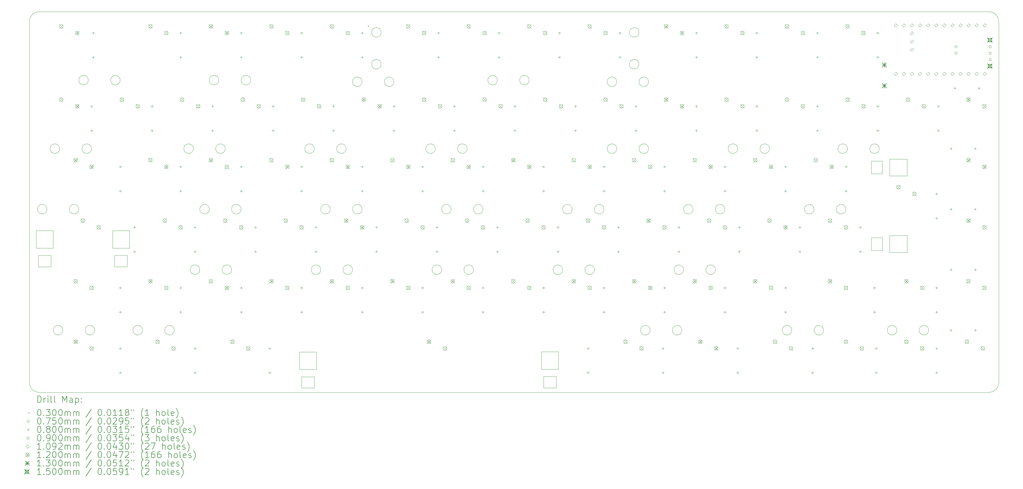
<source format=gbr>
%TF.GenerationSoftware,KiCad,Pcbnew,8.0.4*%
%TF.CreationDate,2024-07-27T12:14:14+02:00*%
%TF.ProjectId,AC-K1-v1,41432d4b-312d-4763-912e-6b696361645f,rev?*%
%TF.SameCoordinates,Original*%
%TF.FileFunction,Drillmap*%
%TF.FilePolarity,Positive*%
%FSLAX45Y45*%
G04 Gerber Fmt 4.5, Leading zero omitted, Abs format (unit mm)*
G04 Created by KiCad (PCBNEW 8.0.4) date 2024-07-27 12:14:14*
%MOMM*%
%LPD*%
G01*
G04 APERTURE LIST*
%ADD10C,0.050000*%
%ADD11C,0.120000*%
%ADD12C,0.200000*%
%ADD13C,0.100000*%
%ADD14C,0.109220*%
%ADD15C,0.130000*%
%ADD16C,0.150000*%
G04 APERTURE END LIST*
D10*
X6550000Y-8100000D02*
G75*
G02*
X6850000Y-7800000I300000J0D01*
G01*
X36700000Y-7800000D02*
X6850000Y-7800000D01*
X37000000Y-19450000D02*
G75*
G02*
X36700000Y-19750000I-300000J0D01*
G01*
X37000000Y-19450000D02*
X37000000Y-8100000D01*
X6850000Y-19750000D02*
G75*
G02*
X6550000Y-19450000I0J300000D01*
G01*
X6850000Y-19750000D02*
X36700000Y-19750000D01*
X6550000Y-8100000D02*
X6550000Y-19450000D01*
X36700000Y-7800000D02*
G75*
G02*
X37000000Y-8100000I0J-300000D01*
G01*
D11*
X32995000Y-12890000D02*
X32995000Y-12490000D01*
X32995000Y-12890000D02*
X33345000Y-12890000D01*
X32995000Y-15290000D02*
X32995000Y-14890000D01*
X32995000Y-15290000D02*
X33345000Y-15290000D01*
X33345000Y-12490000D02*
X32995000Y-12490000D01*
X33345000Y-12890000D02*
X33345000Y-12490000D01*
X33345000Y-14890000D02*
X32995000Y-14890000D01*
X33345000Y-15290000D02*
X33345000Y-14890000D01*
X33575000Y-12955000D02*
X33575000Y-12425000D01*
X33575000Y-12955000D02*
X34125000Y-12955000D01*
X33575000Y-15355000D02*
X33575000Y-14825000D01*
X33575000Y-15355000D02*
X34125000Y-15355000D01*
X34125000Y-12425000D02*
X33575000Y-12425000D01*
X34125000Y-12955000D02*
X34125000Y-12425000D01*
X34125000Y-14825000D02*
X33575000Y-14825000D01*
X34125000Y-15355000D02*
X34125000Y-14825000D01*
X15035000Y-18482500D02*
X15035000Y-19032500D01*
X15100000Y-19262500D02*
X15100000Y-19612500D01*
X15500000Y-19262500D02*
X15100000Y-19262500D01*
X15500000Y-19612500D02*
X15100000Y-19612500D01*
X15500000Y-19612500D02*
X15500000Y-19262500D01*
X15565000Y-18482500D02*
X15035000Y-18482500D01*
X15565000Y-19032500D02*
X15035000Y-19032500D01*
X15565000Y-19032500D02*
X15565000Y-18482500D01*
X22635000Y-18475000D02*
X22635000Y-19025000D01*
X22700000Y-19255000D02*
X22700000Y-19605000D01*
X23100000Y-19255000D02*
X22700000Y-19255000D01*
X23100000Y-19605000D02*
X22700000Y-19605000D01*
X23100000Y-19605000D02*
X23100000Y-19255000D01*
X23165000Y-18475000D02*
X22635000Y-18475000D01*
X23165000Y-19025000D02*
X22635000Y-19025000D01*
X23165000Y-19025000D02*
X23165000Y-18475000D01*
X6760000Y-14675000D02*
X6760000Y-15225000D01*
X6825000Y-15455000D02*
X6825000Y-15805000D01*
X7225000Y-15455000D02*
X6825000Y-15455000D01*
X7225000Y-15805000D02*
X6825000Y-15805000D01*
X7225000Y-15805000D02*
X7225000Y-15455000D01*
X7290000Y-14675000D02*
X6760000Y-14675000D01*
X7290000Y-15225000D02*
X6760000Y-15225000D01*
X7290000Y-15225000D02*
X7290000Y-14675000D01*
X9160000Y-14675000D02*
X9160000Y-15225000D01*
X9225000Y-15455000D02*
X9225000Y-15805000D01*
X9625000Y-15455000D02*
X9225000Y-15455000D01*
X9625000Y-15805000D02*
X9225000Y-15805000D01*
X9625000Y-15805000D02*
X9625000Y-15455000D01*
X9690000Y-14675000D02*
X9160000Y-14675000D01*
X9690000Y-15225000D02*
X9160000Y-15225000D01*
X9690000Y-15225000D02*
X9690000Y-14675000D01*
D10*
X10100000Y-17800000D02*
G75*
G02*
X9800000Y-17800000I-150000J0D01*
G01*
X9800000Y-17800000D02*
G75*
G02*
X10100000Y-17800000I150000J0D01*
G01*
X11100000Y-17800000D02*
G75*
G02*
X10800000Y-17800000I-150000J0D01*
G01*
X10800000Y-17800000D02*
G75*
G02*
X11100000Y-17800000I150000J0D01*
G01*
X7600000Y-17800000D02*
G75*
G02*
X7300000Y-17800000I-150000J0D01*
G01*
X7300000Y-17800000D02*
G75*
G02*
X7600000Y-17800000I150000J0D01*
G01*
X8600000Y-17800000D02*
G75*
G02*
X8300000Y-17800000I-150000J0D01*
G01*
X8300000Y-17800000D02*
G75*
G02*
X8600000Y-17800000I150000J0D01*
G01*
X11700000Y-12100000D02*
G75*
G02*
X11400000Y-12100000I-150000J0D01*
G01*
X11400000Y-12100000D02*
G75*
G02*
X11700000Y-12100000I150000J0D01*
G01*
X12700000Y-12100000D02*
G75*
G02*
X12400000Y-12100000I-150000J0D01*
G01*
X12400000Y-12100000D02*
G75*
G02*
X12700000Y-12100000I150000J0D01*
G01*
X25700000Y-8450000D02*
G75*
G02*
X25400000Y-8450000I-150000J0D01*
G01*
X25400000Y-8450000D02*
G75*
G02*
X25700000Y-8450000I150000J0D01*
G01*
X25700000Y-9450000D02*
G75*
G02*
X25400000Y-9450000I-150000J0D01*
G01*
X25400000Y-9450000D02*
G75*
G02*
X25700000Y-9450000I150000J0D01*
G01*
X19300000Y-12100000D02*
G75*
G02*
X19000000Y-12100000I-150000J0D01*
G01*
X19000000Y-12100000D02*
G75*
G02*
X19300000Y-12100000I150000J0D01*
G01*
X20300000Y-12100000D02*
G75*
G02*
X20000000Y-12100000I-150000J0D01*
G01*
X20000000Y-12100000D02*
G75*
G02*
X20300000Y-12100000I150000J0D01*
G01*
X11900000Y-15900000D02*
G75*
G02*
X11600000Y-15900000I-150000J0D01*
G01*
X11600000Y-15900000D02*
G75*
G02*
X11900000Y-15900000I150000J0D01*
G01*
X12900000Y-15900000D02*
G75*
G02*
X12600000Y-15900000I-150000J0D01*
G01*
X12600000Y-15900000D02*
G75*
G02*
X12900000Y-15900000I150000J0D01*
G01*
X28800000Y-12100000D02*
G75*
G02*
X28500000Y-12100000I-150000J0D01*
G01*
X28500000Y-12100000D02*
G75*
G02*
X28800000Y-12100000I150000J0D01*
G01*
X29800000Y-12100000D02*
G75*
G02*
X29500000Y-12100000I-150000J0D01*
G01*
X29500000Y-12100000D02*
G75*
G02*
X29800000Y-12100000I150000J0D01*
G01*
X15700000Y-15900000D02*
G75*
G02*
X15400000Y-15900000I-150000J0D01*
G01*
X15400000Y-15900000D02*
G75*
G02*
X15700000Y-15900000I150000J0D01*
G01*
X16700000Y-15900000D02*
G75*
G02*
X16400000Y-15900000I-150000J0D01*
G01*
X16400000Y-15900000D02*
G75*
G02*
X16700000Y-15900000I150000J0D01*
G01*
X12200000Y-14000000D02*
G75*
G02*
X11900000Y-14000000I-150000J0D01*
G01*
X11900000Y-14000000D02*
G75*
G02*
X12200000Y-14000000I150000J0D01*
G01*
X13200000Y-14000000D02*
G75*
G02*
X12900000Y-14000000I-150000J0D01*
G01*
X12900000Y-14000000D02*
G75*
G02*
X13200000Y-14000000I150000J0D01*
G01*
X23300000Y-15900000D02*
G75*
G02*
X23000000Y-15900000I-150000J0D01*
G01*
X23000000Y-15900000D02*
G75*
G02*
X23300000Y-15900000I150000J0D01*
G01*
X24300000Y-15900000D02*
G75*
G02*
X24000000Y-15900000I-150000J0D01*
G01*
X24000000Y-15900000D02*
G75*
G02*
X24300000Y-15900000I150000J0D01*
G01*
X7100000Y-14000000D02*
G75*
G02*
X6800000Y-14000000I-150000J0D01*
G01*
X6800000Y-14000000D02*
G75*
G02*
X7100000Y-14000000I150000J0D01*
G01*
X8100000Y-14000000D02*
G75*
G02*
X7800000Y-14000000I-150000J0D01*
G01*
X7800000Y-14000000D02*
G75*
G02*
X8100000Y-14000000I150000J0D01*
G01*
X7500000Y-12100000D02*
G75*
G02*
X7200000Y-12100000I-150000J0D01*
G01*
X7200000Y-12100000D02*
G75*
G02*
X7500000Y-12100000I150000J0D01*
G01*
X8500000Y-12100000D02*
G75*
G02*
X8200000Y-12100000I-150000J0D01*
G01*
X8200000Y-12100000D02*
G75*
G02*
X8500000Y-12100000I150000J0D01*
G01*
X8400000Y-9950000D02*
G75*
G02*
X8100000Y-9950000I-150000J0D01*
G01*
X8100000Y-9950000D02*
G75*
G02*
X8400000Y-9950000I150000J0D01*
G01*
X9400000Y-9950000D02*
G75*
G02*
X9100000Y-9950000I-150000J0D01*
G01*
X9100000Y-9950000D02*
G75*
G02*
X9400000Y-9950000I150000J0D01*
G01*
X17600000Y-8450000D02*
G75*
G02*
X17300000Y-8450000I-150000J0D01*
G01*
X17300000Y-8450000D02*
G75*
G02*
X17600000Y-8450000I150000J0D01*
G01*
X17600000Y-9450000D02*
G75*
G02*
X17300000Y-9450000I-150000J0D01*
G01*
X17300000Y-9450000D02*
G75*
G02*
X17600000Y-9450000I150000J0D01*
G01*
X17000000Y-10000000D02*
G75*
G02*
X16700000Y-10000000I-150000J0D01*
G01*
X16700000Y-10000000D02*
G75*
G02*
X17000000Y-10000000I150000J0D01*
G01*
X18000000Y-10000000D02*
G75*
G02*
X17700000Y-10000000I-150000J0D01*
G01*
X17700000Y-10000000D02*
G75*
G02*
X18000000Y-10000000I150000J0D01*
G01*
X33800000Y-17800000D02*
G75*
G02*
X33500000Y-17800000I-150000J0D01*
G01*
X33500000Y-17800000D02*
G75*
G02*
X33800000Y-17800000I150000J0D01*
G01*
X34800000Y-17800000D02*
G75*
G02*
X34500000Y-17800000I-150000J0D01*
G01*
X34500000Y-17800000D02*
G75*
G02*
X34800000Y-17800000I150000J0D01*
G01*
X15500000Y-12100000D02*
G75*
G02*
X15200000Y-12100000I-150000J0D01*
G01*
X15200000Y-12100000D02*
G75*
G02*
X15500000Y-12100000I150000J0D01*
G01*
X16500000Y-12100000D02*
G75*
G02*
X16200000Y-12100000I-150000J0D01*
G01*
X16200000Y-12100000D02*
G75*
G02*
X16500000Y-12100000I150000J0D01*
G01*
X27100000Y-15900000D02*
G75*
G02*
X26800000Y-15900000I-150000J0D01*
G01*
X26800000Y-15900000D02*
G75*
G02*
X27100000Y-15900000I150000J0D01*
G01*
X28100000Y-15900000D02*
G75*
G02*
X27800000Y-15900000I-150000J0D01*
G01*
X27800000Y-15900000D02*
G75*
G02*
X28100000Y-15900000I150000J0D01*
G01*
X19800000Y-14000000D02*
G75*
G02*
X19500000Y-14000000I-150000J0D01*
G01*
X19500000Y-14000000D02*
G75*
G02*
X19800000Y-14000000I150000J0D01*
G01*
X20800000Y-14000000D02*
G75*
G02*
X20500000Y-14000000I-150000J0D01*
G01*
X20500000Y-14000000D02*
G75*
G02*
X20800000Y-14000000I150000J0D01*
G01*
X25000000Y-10000000D02*
G75*
G02*
X24700000Y-10000000I-150000J0D01*
G01*
X24700000Y-10000000D02*
G75*
G02*
X25000000Y-10000000I150000J0D01*
G01*
X26000000Y-10000000D02*
G75*
G02*
X25700000Y-10000000I-150000J0D01*
G01*
X25700000Y-10000000D02*
G75*
G02*
X26000000Y-10000000I150000J0D01*
G01*
X12500000Y-9950000D02*
G75*
G02*
X12200000Y-9950000I-150000J0D01*
G01*
X12200000Y-9950000D02*
G75*
G02*
X12500000Y-9950000I150000J0D01*
G01*
X13500000Y-9950000D02*
G75*
G02*
X13200000Y-9950000I-150000J0D01*
G01*
X13200000Y-9950000D02*
G75*
G02*
X13500000Y-9950000I150000J0D01*
G01*
X23600000Y-14000000D02*
G75*
G02*
X23300000Y-14000000I-150000J0D01*
G01*
X23300000Y-14000000D02*
G75*
G02*
X23600000Y-14000000I150000J0D01*
G01*
X24600000Y-14000000D02*
G75*
G02*
X24300000Y-14000000I-150000J0D01*
G01*
X24300000Y-14000000D02*
G75*
G02*
X24600000Y-14000000I150000J0D01*
G01*
X19500000Y-15900000D02*
G75*
G02*
X19200000Y-15900000I-150000J0D01*
G01*
X19200000Y-15900000D02*
G75*
G02*
X19500000Y-15900000I150000J0D01*
G01*
X20500000Y-15900000D02*
G75*
G02*
X20200000Y-15900000I-150000J0D01*
G01*
X20200000Y-15900000D02*
G75*
G02*
X20500000Y-15900000I150000J0D01*
G01*
X21250000Y-9950000D02*
G75*
G02*
X20950000Y-9950000I-150000J0D01*
G01*
X20950000Y-9950000D02*
G75*
G02*
X21250000Y-9950000I150000J0D01*
G01*
X22250000Y-9950000D02*
G75*
G02*
X21950000Y-9950000I-150000J0D01*
G01*
X21950000Y-9950000D02*
G75*
G02*
X22250000Y-9950000I150000J0D01*
G01*
X30500000Y-17800000D02*
G75*
G02*
X30200000Y-17800000I-150000J0D01*
G01*
X30200000Y-17800000D02*
G75*
G02*
X30500000Y-17800000I150000J0D01*
G01*
X31500000Y-17800000D02*
G75*
G02*
X31200000Y-17800000I-150000J0D01*
G01*
X31200000Y-17800000D02*
G75*
G02*
X31500000Y-17800000I150000J0D01*
G01*
X31200000Y-14000000D02*
G75*
G02*
X30900000Y-14000000I-150000J0D01*
G01*
X30900000Y-14000000D02*
G75*
G02*
X31200000Y-14000000I150000J0D01*
G01*
X32200000Y-14000000D02*
G75*
G02*
X31900000Y-14000000I-150000J0D01*
G01*
X31900000Y-14000000D02*
G75*
G02*
X32200000Y-14000000I150000J0D01*
G01*
X16000000Y-14000000D02*
G75*
G02*
X15700000Y-14000000I-150000J0D01*
G01*
X15700000Y-14000000D02*
G75*
G02*
X16000000Y-14000000I150000J0D01*
G01*
X17000000Y-14000000D02*
G75*
G02*
X16700000Y-14000000I-150000J0D01*
G01*
X16700000Y-14000000D02*
G75*
G02*
X17000000Y-14000000I150000J0D01*
G01*
X26050000Y-17800000D02*
G75*
G02*
X25750000Y-17800000I-150000J0D01*
G01*
X25750000Y-17800000D02*
G75*
G02*
X26050000Y-17800000I150000J0D01*
G01*
X27050000Y-17800000D02*
G75*
G02*
X26750000Y-17800000I-150000J0D01*
G01*
X26750000Y-17800000D02*
G75*
G02*
X27050000Y-17800000I150000J0D01*
G01*
X32250000Y-12100000D02*
G75*
G02*
X31950000Y-12100000I-150000J0D01*
G01*
X31950000Y-12100000D02*
G75*
G02*
X32250000Y-12100000I150000J0D01*
G01*
X33250000Y-12100000D02*
G75*
G02*
X32950000Y-12100000I-150000J0D01*
G01*
X32950000Y-12100000D02*
G75*
G02*
X33250000Y-12100000I150000J0D01*
G01*
X27400000Y-14000000D02*
G75*
G02*
X27100000Y-14000000I-150000J0D01*
G01*
X27100000Y-14000000D02*
G75*
G02*
X27400000Y-14000000I150000J0D01*
G01*
X28400000Y-14000000D02*
G75*
G02*
X28100000Y-14000000I-150000J0D01*
G01*
X28100000Y-14000000D02*
G75*
G02*
X28400000Y-14000000I150000J0D01*
G01*
X25000000Y-12100000D02*
G75*
G02*
X24700000Y-12100000I-150000J0D01*
G01*
X24700000Y-12100000D02*
G75*
G02*
X25000000Y-12100000I150000J0D01*
G01*
X26000000Y-12100000D02*
G75*
G02*
X25700000Y-12100000I-150000J0D01*
G01*
X25700000Y-12100000D02*
G75*
G02*
X26000000Y-12100000I150000J0D01*
G01*
D12*
D13*
X17185000Y-8235000D02*
X17215000Y-8265000D01*
X17215000Y-8235000D02*
X17185000Y-8265000D01*
X35698500Y-8900000D02*
G75*
G02*
X35623500Y-8900000I-37500J0D01*
G01*
X35623500Y-8900000D02*
G75*
G02*
X35698500Y-8900000I37500J0D01*
G01*
X35698500Y-9100000D02*
G75*
G02*
X35623500Y-9100000I-37500J0D01*
G01*
X35623500Y-9100000D02*
G75*
G02*
X35698500Y-9100000I37500J0D01*
G01*
X8500000Y-10729000D02*
X8500000Y-10809000D01*
X8460000Y-10769000D02*
X8540000Y-10769000D01*
X8500000Y-11491000D02*
X8500000Y-11571000D01*
X8460000Y-11531000D02*
X8540000Y-11531000D01*
X8550000Y-8429000D02*
X8550000Y-8509000D01*
X8510000Y-8469000D02*
X8590000Y-8469000D01*
X8550000Y-9191000D02*
X8550000Y-9271000D01*
X8510000Y-9231000D02*
X8590000Y-9231000D01*
X9400000Y-12629000D02*
X9400000Y-12709000D01*
X9360000Y-12669000D02*
X9440000Y-12669000D01*
X9400000Y-13391000D02*
X9400000Y-13471000D01*
X9360000Y-13431000D02*
X9440000Y-13431000D01*
X9400000Y-16429000D02*
X9400000Y-16509000D01*
X9360000Y-16469000D02*
X9440000Y-16469000D01*
X9400000Y-17191000D02*
X9400000Y-17271000D01*
X9360000Y-17231000D02*
X9440000Y-17231000D01*
X9400000Y-18329000D02*
X9400000Y-18409000D01*
X9360000Y-18369000D02*
X9440000Y-18369000D01*
X9400000Y-19091000D02*
X9400000Y-19171000D01*
X9360000Y-19131000D02*
X9440000Y-19131000D01*
X9850000Y-14529000D02*
X9850000Y-14609000D01*
X9810000Y-14569000D02*
X9890000Y-14569000D01*
X9850000Y-15291000D02*
X9850000Y-15371000D01*
X9810000Y-15331000D02*
X9890000Y-15331000D01*
X10400000Y-10729000D02*
X10400000Y-10809000D01*
X10360000Y-10769000D02*
X10440000Y-10769000D01*
X10400000Y-11491000D02*
X10400000Y-11571000D01*
X10360000Y-11531000D02*
X10440000Y-11531000D01*
X11300000Y-8429000D02*
X11300000Y-8509000D01*
X11260000Y-8469000D02*
X11340000Y-8469000D01*
X11300000Y-9191000D02*
X11300000Y-9271000D01*
X11260000Y-9231000D02*
X11340000Y-9231000D01*
X11300000Y-12629000D02*
X11300000Y-12709000D01*
X11260000Y-12669000D02*
X11340000Y-12669000D01*
X11300000Y-13391000D02*
X11300000Y-13471000D01*
X11260000Y-13431000D02*
X11340000Y-13431000D01*
X11300000Y-16429000D02*
X11300000Y-16509000D01*
X11260000Y-16469000D02*
X11340000Y-16469000D01*
X11300000Y-17191000D02*
X11300000Y-17271000D01*
X11260000Y-17231000D02*
X11340000Y-17231000D01*
X11750000Y-14529000D02*
X11750000Y-14609000D01*
X11710000Y-14569000D02*
X11790000Y-14569000D01*
X11750000Y-15291000D02*
X11750000Y-15371000D01*
X11710000Y-15331000D02*
X11790000Y-15331000D01*
X11750000Y-18329000D02*
X11750000Y-18409000D01*
X11710000Y-18369000D02*
X11790000Y-18369000D01*
X11750000Y-19091000D02*
X11750000Y-19171000D01*
X11710000Y-19131000D02*
X11790000Y-19131000D01*
X12300000Y-10729000D02*
X12300000Y-10809000D01*
X12260000Y-10769000D02*
X12340000Y-10769000D01*
X12300000Y-11491000D02*
X12300000Y-11571000D01*
X12260000Y-11531000D02*
X12340000Y-11531000D01*
X13200000Y-8429000D02*
X13200000Y-8509000D01*
X13160000Y-8469000D02*
X13240000Y-8469000D01*
X13200000Y-9191000D02*
X13200000Y-9271000D01*
X13160000Y-9231000D02*
X13240000Y-9231000D01*
X13200000Y-12629000D02*
X13200000Y-12709000D01*
X13160000Y-12669000D02*
X13240000Y-12669000D01*
X13200000Y-13391000D02*
X13200000Y-13471000D01*
X13160000Y-13431000D02*
X13240000Y-13431000D01*
X13200000Y-16429000D02*
X13200000Y-16509000D01*
X13160000Y-16469000D02*
X13240000Y-16469000D01*
X13200000Y-17191000D02*
X13200000Y-17271000D01*
X13160000Y-17231000D02*
X13240000Y-17231000D01*
X13650000Y-14529000D02*
X13650000Y-14609000D01*
X13610000Y-14569000D02*
X13690000Y-14569000D01*
X13650000Y-15291000D02*
X13650000Y-15371000D01*
X13610000Y-15331000D02*
X13690000Y-15331000D01*
X14100000Y-18329000D02*
X14100000Y-18409000D01*
X14060000Y-18369000D02*
X14140000Y-18369000D01*
X14100000Y-19091000D02*
X14100000Y-19171000D01*
X14060000Y-19131000D02*
X14140000Y-19131000D01*
X14200000Y-10729000D02*
X14200000Y-10809000D01*
X14160000Y-10769000D02*
X14240000Y-10769000D01*
X14200000Y-11491000D02*
X14200000Y-11571000D01*
X14160000Y-11531000D02*
X14240000Y-11531000D01*
X15100000Y-8429000D02*
X15100000Y-8509000D01*
X15060000Y-8469000D02*
X15140000Y-8469000D01*
X15100000Y-9191000D02*
X15100000Y-9271000D01*
X15060000Y-9231000D02*
X15140000Y-9231000D01*
X15100000Y-12629000D02*
X15100000Y-12709000D01*
X15060000Y-12669000D02*
X15140000Y-12669000D01*
X15100000Y-13391000D02*
X15100000Y-13471000D01*
X15060000Y-13431000D02*
X15140000Y-13431000D01*
X15100000Y-16429000D02*
X15100000Y-16509000D01*
X15060000Y-16469000D02*
X15140000Y-16469000D01*
X15100000Y-17191000D02*
X15100000Y-17271000D01*
X15060000Y-17231000D02*
X15140000Y-17231000D01*
X15550000Y-14529000D02*
X15550000Y-14609000D01*
X15510000Y-14569000D02*
X15590000Y-14569000D01*
X15550000Y-15291000D02*
X15550000Y-15371000D01*
X15510000Y-15331000D02*
X15590000Y-15331000D01*
X16100000Y-10729000D02*
X16100000Y-10809000D01*
X16060000Y-10769000D02*
X16140000Y-10769000D01*
X16100000Y-11491000D02*
X16100000Y-11571000D01*
X16060000Y-11531000D02*
X16140000Y-11531000D01*
X17000000Y-8429000D02*
X17000000Y-8509000D01*
X16960000Y-8469000D02*
X17040000Y-8469000D01*
X17000000Y-9191000D02*
X17000000Y-9271000D01*
X16960000Y-9231000D02*
X17040000Y-9231000D01*
X17000000Y-12629000D02*
X17000000Y-12709000D01*
X16960000Y-12669000D02*
X17040000Y-12669000D01*
X17000000Y-13391000D02*
X17000000Y-13471000D01*
X16960000Y-13431000D02*
X17040000Y-13431000D01*
X17000000Y-16429000D02*
X17000000Y-16509000D01*
X16960000Y-16469000D02*
X17040000Y-16469000D01*
X17000000Y-17191000D02*
X17000000Y-17271000D01*
X16960000Y-17231000D02*
X17040000Y-17231000D01*
X17450000Y-14529000D02*
X17450000Y-14609000D01*
X17410000Y-14569000D02*
X17490000Y-14569000D01*
X17450000Y-15291000D02*
X17450000Y-15371000D01*
X17410000Y-15331000D02*
X17490000Y-15331000D01*
X18000000Y-10729000D02*
X18000000Y-10809000D01*
X17960000Y-10769000D02*
X18040000Y-10769000D01*
X18000000Y-11491000D02*
X18000000Y-11571000D01*
X17960000Y-11531000D02*
X18040000Y-11531000D01*
X18900000Y-12629000D02*
X18900000Y-12709000D01*
X18860000Y-12669000D02*
X18940000Y-12669000D01*
X18900000Y-13391000D02*
X18900000Y-13471000D01*
X18860000Y-13431000D02*
X18940000Y-13431000D01*
X18900000Y-16429000D02*
X18900000Y-16509000D01*
X18860000Y-16469000D02*
X18940000Y-16469000D01*
X18900000Y-17191000D02*
X18900000Y-17271000D01*
X18860000Y-17231000D02*
X18940000Y-17231000D01*
X19350000Y-14529000D02*
X19350000Y-14609000D01*
X19310000Y-14569000D02*
X19390000Y-14569000D01*
X19350000Y-15291000D02*
X19350000Y-15371000D01*
X19310000Y-15331000D02*
X19390000Y-15331000D01*
X19400000Y-8429000D02*
X19400000Y-8509000D01*
X19360000Y-8469000D02*
X19440000Y-8469000D01*
X19400000Y-9191000D02*
X19400000Y-9271000D01*
X19360000Y-9231000D02*
X19440000Y-9231000D01*
X19900000Y-10729000D02*
X19900000Y-10809000D01*
X19860000Y-10769000D02*
X19940000Y-10769000D01*
X19900000Y-11491000D02*
X19900000Y-11571000D01*
X19860000Y-11531000D02*
X19940000Y-11531000D01*
X20800000Y-12629000D02*
X20800000Y-12709000D01*
X20760000Y-12669000D02*
X20840000Y-12669000D01*
X20800000Y-13391000D02*
X20800000Y-13471000D01*
X20760000Y-13431000D02*
X20840000Y-13431000D01*
X20800000Y-16429000D02*
X20800000Y-16509000D01*
X20760000Y-16469000D02*
X20840000Y-16469000D01*
X20800000Y-17191000D02*
X20800000Y-17271000D01*
X20760000Y-17231000D02*
X20840000Y-17231000D01*
X21250000Y-14529000D02*
X21250000Y-14609000D01*
X21210000Y-14569000D02*
X21290000Y-14569000D01*
X21250000Y-15291000D02*
X21250000Y-15371000D01*
X21210000Y-15331000D02*
X21290000Y-15331000D01*
X21300000Y-8429000D02*
X21300000Y-8509000D01*
X21260000Y-8469000D02*
X21340000Y-8469000D01*
X21300000Y-9191000D02*
X21300000Y-9271000D01*
X21260000Y-9231000D02*
X21340000Y-9231000D01*
X21800000Y-10729000D02*
X21800000Y-10809000D01*
X21760000Y-10769000D02*
X21840000Y-10769000D01*
X21800000Y-11491000D02*
X21800000Y-11571000D01*
X21760000Y-11531000D02*
X21840000Y-11531000D01*
X22700000Y-12629000D02*
X22700000Y-12709000D01*
X22660000Y-12669000D02*
X22740000Y-12669000D01*
X22700000Y-13391000D02*
X22700000Y-13471000D01*
X22660000Y-13431000D02*
X22740000Y-13431000D01*
X22700000Y-16429000D02*
X22700000Y-16509000D01*
X22660000Y-16469000D02*
X22740000Y-16469000D01*
X22700000Y-17191000D02*
X22700000Y-17271000D01*
X22660000Y-17231000D02*
X22740000Y-17231000D01*
X23150000Y-14529000D02*
X23150000Y-14609000D01*
X23110000Y-14569000D02*
X23190000Y-14569000D01*
X23150000Y-15291000D02*
X23150000Y-15371000D01*
X23110000Y-15331000D02*
X23190000Y-15331000D01*
X23200000Y-8429000D02*
X23200000Y-8509000D01*
X23160000Y-8469000D02*
X23240000Y-8469000D01*
X23200000Y-9191000D02*
X23200000Y-9271000D01*
X23160000Y-9231000D02*
X23240000Y-9231000D01*
X23700000Y-10729000D02*
X23700000Y-10809000D01*
X23660000Y-10769000D02*
X23740000Y-10769000D01*
X23700000Y-11491000D02*
X23700000Y-11571000D01*
X23660000Y-11531000D02*
X23740000Y-11531000D01*
X24100000Y-18329000D02*
X24100000Y-18409000D01*
X24060000Y-18369000D02*
X24140000Y-18369000D01*
X24100000Y-19091000D02*
X24100000Y-19171000D01*
X24060000Y-19131000D02*
X24140000Y-19131000D01*
X24600000Y-12629000D02*
X24600000Y-12709000D01*
X24560000Y-12669000D02*
X24640000Y-12669000D01*
X24600000Y-13391000D02*
X24600000Y-13471000D01*
X24560000Y-13431000D02*
X24640000Y-13431000D01*
X24600000Y-16429000D02*
X24600000Y-16509000D01*
X24560000Y-16469000D02*
X24640000Y-16469000D01*
X24600000Y-17191000D02*
X24600000Y-17271000D01*
X24560000Y-17231000D02*
X24640000Y-17231000D01*
X25050000Y-14529000D02*
X25050000Y-14609000D01*
X25010000Y-14569000D02*
X25090000Y-14569000D01*
X25050000Y-15291000D02*
X25050000Y-15371000D01*
X25010000Y-15331000D02*
X25090000Y-15331000D01*
X25100000Y-8429000D02*
X25100000Y-8509000D01*
X25060000Y-8469000D02*
X25140000Y-8469000D01*
X25100000Y-9191000D02*
X25100000Y-9271000D01*
X25060000Y-9231000D02*
X25140000Y-9231000D01*
X25600000Y-10729000D02*
X25600000Y-10809000D01*
X25560000Y-10769000D02*
X25640000Y-10769000D01*
X25600000Y-11491000D02*
X25600000Y-11571000D01*
X25560000Y-11531000D02*
X25640000Y-11531000D01*
X26450000Y-18329000D02*
X26450000Y-18409000D01*
X26410000Y-18369000D02*
X26490000Y-18369000D01*
X26450000Y-19091000D02*
X26450000Y-19171000D01*
X26410000Y-19131000D02*
X26490000Y-19131000D01*
X26500000Y-12629000D02*
X26500000Y-12709000D01*
X26460000Y-12669000D02*
X26540000Y-12669000D01*
X26500000Y-13391000D02*
X26500000Y-13471000D01*
X26460000Y-13431000D02*
X26540000Y-13431000D01*
X26500000Y-16429000D02*
X26500000Y-16509000D01*
X26460000Y-16469000D02*
X26540000Y-16469000D01*
X26500000Y-17191000D02*
X26500000Y-17271000D01*
X26460000Y-17231000D02*
X26540000Y-17231000D01*
X26950000Y-14529000D02*
X26950000Y-14609000D01*
X26910000Y-14569000D02*
X26990000Y-14569000D01*
X26950000Y-15291000D02*
X26950000Y-15371000D01*
X26910000Y-15331000D02*
X26990000Y-15331000D01*
X27500000Y-8429000D02*
X27500000Y-8509000D01*
X27460000Y-8469000D02*
X27540000Y-8469000D01*
X27500000Y-9191000D02*
X27500000Y-9271000D01*
X27460000Y-9231000D02*
X27540000Y-9231000D01*
X27500000Y-10729000D02*
X27500000Y-10809000D01*
X27460000Y-10769000D02*
X27540000Y-10769000D01*
X27500000Y-11491000D02*
X27500000Y-11571000D01*
X27460000Y-11531000D02*
X27540000Y-11531000D01*
X28400000Y-12629000D02*
X28400000Y-12709000D01*
X28360000Y-12669000D02*
X28440000Y-12669000D01*
X28400000Y-13391000D02*
X28400000Y-13471000D01*
X28360000Y-13431000D02*
X28440000Y-13431000D01*
X28400000Y-16429000D02*
X28400000Y-16509000D01*
X28360000Y-16469000D02*
X28440000Y-16469000D01*
X28400000Y-17191000D02*
X28400000Y-17271000D01*
X28360000Y-17231000D02*
X28440000Y-17231000D01*
X28800000Y-18329000D02*
X28800000Y-18409000D01*
X28760000Y-18369000D02*
X28840000Y-18369000D01*
X28800000Y-19091000D02*
X28800000Y-19171000D01*
X28760000Y-19131000D02*
X28840000Y-19131000D01*
X28850000Y-14529000D02*
X28850000Y-14609000D01*
X28810000Y-14569000D02*
X28890000Y-14569000D01*
X28850000Y-15291000D02*
X28850000Y-15371000D01*
X28810000Y-15331000D02*
X28890000Y-15331000D01*
X29400000Y-8429000D02*
X29400000Y-8509000D01*
X29360000Y-8469000D02*
X29440000Y-8469000D01*
X29400000Y-9191000D02*
X29400000Y-9271000D01*
X29360000Y-9231000D02*
X29440000Y-9231000D01*
X29400000Y-10729000D02*
X29400000Y-10809000D01*
X29360000Y-10769000D02*
X29440000Y-10769000D01*
X29400000Y-11491000D02*
X29400000Y-11571000D01*
X29360000Y-11531000D02*
X29440000Y-11531000D01*
X30300000Y-12629000D02*
X30300000Y-12709000D01*
X30260000Y-12669000D02*
X30340000Y-12669000D01*
X30300000Y-13391000D02*
X30300000Y-13471000D01*
X30260000Y-13431000D02*
X30340000Y-13431000D01*
X30300000Y-16429000D02*
X30300000Y-16509000D01*
X30260000Y-16469000D02*
X30340000Y-16469000D01*
X30300000Y-17191000D02*
X30300000Y-17271000D01*
X30260000Y-17231000D02*
X30340000Y-17231000D01*
X30750000Y-14529000D02*
X30750000Y-14609000D01*
X30710000Y-14569000D02*
X30790000Y-14569000D01*
X30750000Y-15291000D02*
X30750000Y-15371000D01*
X30710000Y-15331000D02*
X30790000Y-15331000D01*
X31150000Y-18329000D02*
X31150000Y-18409000D01*
X31110000Y-18369000D02*
X31190000Y-18369000D01*
X31150000Y-19091000D02*
X31150000Y-19171000D01*
X31110000Y-19131000D02*
X31190000Y-19131000D01*
X31300000Y-8429000D02*
X31300000Y-8509000D01*
X31260000Y-8469000D02*
X31340000Y-8469000D01*
X31300000Y-9191000D02*
X31300000Y-9271000D01*
X31260000Y-9231000D02*
X31340000Y-9231000D01*
X31300000Y-10729000D02*
X31300000Y-10809000D01*
X31260000Y-10769000D02*
X31340000Y-10769000D01*
X31300000Y-11491000D02*
X31300000Y-11571000D01*
X31260000Y-11531000D02*
X31340000Y-11531000D01*
X32200000Y-12629000D02*
X32200000Y-12709000D01*
X32160000Y-12669000D02*
X32240000Y-12669000D01*
X32200000Y-13391000D02*
X32200000Y-13471000D01*
X32160000Y-13431000D02*
X32240000Y-13431000D01*
X32650000Y-14529000D02*
X32650000Y-14609000D01*
X32610000Y-14569000D02*
X32690000Y-14569000D01*
X32650000Y-15291000D02*
X32650000Y-15371000D01*
X32610000Y-15331000D02*
X32690000Y-15331000D01*
X33100000Y-16429000D02*
X33100000Y-16509000D01*
X33060000Y-16469000D02*
X33140000Y-16469000D01*
X33100000Y-17191000D02*
X33100000Y-17271000D01*
X33060000Y-17231000D02*
X33140000Y-17231000D01*
X33150000Y-18329000D02*
X33150000Y-18409000D01*
X33110000Y-18369000D02*
X33190000Y-18369000D01*
X33150000Y-19091000D02*
X33150000Y-19171000D01*
X33110000Y-19131000D02*
X33190000Y-19131000D01*
X33200000Y-8429000D02*
X33200000Y-8509000D01*
X33160000Y-8469000D02*
X33240000Y-8469000D01*
X33200000Y-9191000D02*
X33200000Y-9271000D01*
X33160000Y-9231000D02*
X33240000Y-9231000D01*
X33200000Y-10729000D02*
X33200000Y-10809000D01*
X33160000Y-10769000D02*
X33240000Y-10769000D01*
X33200000Y-11491000D02*
X33200000Y-11571000D01*
X33160000Y-11531000D02*
X33240000Y-11531000D01*
X35050000Y-13479000D02*
X35050000Y-13559000D01*
X35010000Y-13519000D02*
X35090000Y-13519000D01*
X35050000Y-14241000D02*
X35050000Y-14321000D01*
X35010000Y-14281000D02*
X35090000Y-14281000D01*
X35050000Y-16429000D02*
X35050000Y-16509000D01*
X35010000Y-16469000D02*
X35090000Y-16469000D01*
X35050000Y-17191000D02*
X35050000Y-17271000D01*
X35010000Y-17231000D02*
X35090000Y-17231000D01*
X35050000Y-18329000D02*
X35050000Y-18409000D01*
X35010000Y-18369000D02*
X35090000Y-18369000D01*
X35050000Y-19091000D02*
X35050000Y-19171000D01*
X35010000Y-19131000D02*
X35090000Y-19131000D01*
X35100000Y-10729000D02*
X35100000Y-10809000D01*
X35060000Y-10769000D02*
X35140000Y-10769000D01*
X35100000Y-11491000D02*
X35100000Y-11571000D01*
X35060000Y-11531000D02*
X35140000Y-11531000D01*
X35500000Y-12060000D02*
X35500000Y-12140000D01*
X35460000Y-12100000D02*
X35540000Y-12100000D01*
X35500000Y-13960000D02*
X35500000Y-14040000D01*
X35460000Y-14000000D02*
X35540000Y-14000000D01*
X35500000Y-15860000D02*
X35500000Y-15940000D01*
X35460000Y-15900000D02*
X35540000Y-15900000D01*
X35500000Y-17760000D02*
X35500000Y-17840000D01*
X35460000Y-17800000D02*
X35540000Y-17800000D01*
X35619000Y-10160000D02*
X35619000Y-10240000D01*
X35579000Y-10200000D02*
X35659000Y-10200000D01*
X36262000Y-12060000D02*
X36262000Y-12140000D01*
X36222000Y-12100000D02*
X36302000Y-12100000D01*
X36262000Y-13960000D02*
X36262000Y-14040000D01*
X36222000Y-14000000D02*
X36302000Y-14000000D01*
X36262000Y-15860000D02*
X36262000Y-15940000D01*
X36222000Y-15900000D02*
X36302000Y-15900000D01*
X36262000Y-17760000D02*
X36262000Y-17840000D01*
X36222000Y-17800000D02*
X36302000Y-17800000D01*
X36381000Y-10160000D02*
X36381000Y-10240000D01*
X36341000Y-10200000D02*
X36421000Y-10200000D01*
X36756820Y-8931820D02*
X36756820Y-8868180D01*
X36693180Y-8868180D01*
X36693180Y-8931820D01*
X36756820Y-8931820D01*
X36756820Y-9131820D02*
X36756820Y-9068180D01*
X36693180Y-9068180D01*
X36693180Y-9131820D01*
X36756820Y-9131820D01*
X36756820Y-9331820D02*
X36756820Y-9268180D01*
X36693180Y-9268180D01*
X36693180Y-9331820D01*
X36756820Y-9331820D01*
D14*
X33764000Y-8280610D02*
X33818610Y-8226000D01*
X33764000Y-8171390D01*
X33709390Y-8226000D01*
X33764000Y-8280610D01*
X33764000Y-9804610D02*
X33818610Y-9750000D01*
X33764000Y-9695390D01*
X33709390Y-9750000D01*
X33764000Y-9804610D01*
X34018000Y-8280610D02*
X34072610Y-8226000D01*
X34018000Y-8171390D01*
X33963390Y-8226000D01*
X34018000Y-8280610D01*
X34018000Y-9804610D02*
X34072610Y-9750000D01*
X34018000Y-9695390D01*
X33963390Y-9750000D01*
X34018000Y-9804610D01*
X34272000Y-8280610D02*
X34326610Y-8226000D01*
X34272000Y-8171390D01*
X34217390Y-8226000D01*
X34272000Y-8280610D01*
X34272000Y-8534610D02*
X34326610Y-8480000D01*
X34272000Y-8425390D01*
X34217390Y-8480000D01*
X34272000Y-8534610D01*
X34272000Y-8788610D02*
X34326610Y-8734000D01*
X34272000Y-8679390D01*
X34217390Y-8734000D01*
X34272000Y-8788610D01*
X34272000Y-9042610D02*
X34326610Y-8988000D01*
X34272000Y-8933390D01*
X34217390Y-8988000D01*
X34272000Y-9042610D01*
X34272000Y-9804610D02*
X34326610Y-9750000D01*
X34272000Y-9695390D01*
X34217390Y-9750000D01*
X34272000Y-9804610D01*
X34526000Y-8280610D02*
X34580610Y-8226000D01*
X34526000Y-8171390D01*
X34471390Y-8226000D01*
X34526000Y-8280610D01*
X34526000Y-9804610D02*
X34580610Y-9750000D01*
X34526000Y-9695390D01*
X34471390Y-9750000D01*
X34526000Y-9804610D01*
X34780000Y-8280610D02*
X34834610Y-8226000D01*
X34780000Y-8171390D01*
X34725390Y-8226000D01*
X34780000Y-8280610D01*
X34780000Y-9804610D02*
X34834610Y-9750000D01*
X34780000Y-9695390D01*
X34725390Y-9750000D01*
X34780000Y-9804610D01*
X35034000Y-8280610D02*
X35088610Y-8226000D01*
X35034000Y-8171390D01*
X34979390Y-8226000D01*
X35034000Y-8280610D01*
X35034000Y-9804610D02*
X35088610Y-9750000D01*
X35034000Y-9695390D01*
X34979390Y-9750000D01*
X35034000Y-9804610D01*
X35288000Y-8280610D02*
X35342610Y-8226000D01*
X35288000Y-8171390D01*
X35233390Y-8226000D01*
X35288000Y-8280610D01*
X35288000Y-9804610D02*
X35342610Y-9750000D01*
X35288000Y-9695390D01*
X35233390Y-9750000D01*
X35288000Y-9804610D01*
X35542000Y-8280610D02*
X35596610Y-8226000D01*
X35542000Y-8171390D01*
X35487390Y-8226000D01*
X35542000Y-8280610D01*
X35542000Y-9804610D02*
X35596610Y-9750000D01*
X35542000Y-9695390D01*
X35487390Y-9750000D01*
X35542000Y-9804610D01*
X35796000Y-8280610D02*
X35850610Y-8226000D01*
X35796000Y-8171390D01*
X35741390Y-8226000D01*
X35796000Y-8280610D01*
X35796000Y-9804610D02*
X35850610Y-9750000D01*
X35796000Y-9695390D01*
X35741390Y-9750000D01*
X35796000Y-9804610D01*
X36050000Y-8280610D02*
X36104610Y-8226000D01*
X36050000Y-8171390D01*
X35995390Y-8226000D01*
X36050000Y-8280610D01*
X36050000Y-9804610D02*
X36104610Y-9750000D01*
X36050000Y-9695390D01*
X35995390Y-9750000D01*
X36050000Y-9804610D01*
X36304000Y-8280610D02*
X36358610Y-8226000D01*
X36304000Y-8171390D01*
X36249390Y-8226000D01*
X36304000Y-8280610D01*
X36304000Y-9804610D02*
X36358610Y-9750000D01*
X36304000Y-9695390D01*
X36249390Y-9750000D01*
X36304000Y-9804610D01*
X36558000Y-8280610D02*
X36612610Y-8226000D01*
X36558000Y-8171390D01*
X36503390Y-8226000D01*
X36558000Y-8280610D01*
X36558000Y-9804610D02*
X36612610Y-9750000D01*
X36558000Y-9695390D01*
X36503390Y-9750000D01*
X36558000Y-9804610D01*
D11*
X7490000Y-8200000D02*
X7610000Y-8320000D01*
X7610000Y-8200000D02*
X7490000Y-8320000D01*
X7610000Y-8260000D02*
G75*
G02*
X7490000Y-8260000I-60000J0D01*
G01*
X7490000Y-8260000D02*
G75*
G02*
X7610000Y-8260000I60000J0D01*
G01*
X7490000Y-10500000D02*
X7610000Y-10620000D01*
X7610000Y-10500000D02*
X7490000Y-10620000D01*
X7610000Y-10560000D02*
G75*
G02*
X7490000Y-10560000I-60000J0D01*
G01*
X7490000Y-10560000D02*
G75*
G02*
X7610000Y-10560000I60000J0D01*
G01*
X7940000Y-12400000D02*
X8060000Y-12520000D01*
X8060000Y-12400000D02*
X7940000Y-12520000D01*
X8060000Y-12460000D02*
G75*
G02*
X7940000Y-12460000I-60000J0D01*
G01*
X7940000Y-12460000D02*
G75*
G02*
X8060000Y-12460000I60000J0D01*
G01*
X7940000Y-16200000D02*
X8060000Y-16320000D01*
X8060000Y-16200000D02*
X7940000Y-16320000D01*
X8060000Y-16260000D02*
G75*
G02*
X7940000Y-16260000I-60000J0D01*
G01*
X7940000Y-16260000D02*
G75*
G02*
X8060000Y-16260000I60000J0D01*
G01*
X7940000Y-18100000D02*
X8060000Y-18220000D01*
X8060000Y-18100000D02*
X7940000Y-18220000D01*
X8060000Y-18160000D02*
G75*
G02*
X7940000Y-18160000I-60000J0D01*
G01*
X7940000Y-18160000D02*
G75*
G02*
X8060000Y-18160000I60000J0D01*
G01*
X7990000Y-8410000D02*
X8110000Y-8530000D01*
X8110000Y-8410000D02*
X7990000Y-8530000D01*
X8110000Y-8470000D02*
G75*
G02*
X7990000Y-8470000I-60000J0D01*
G01*
X7990000Y-8470000D02*
G75*
G02*
X8110000Y-8470000I60000J0D01*
G01*
X7990000Y-10710000D02*
X8110000Y-10830000D01*
X8110000Y-10710000D02*
X7990000Y-10830000D01*
X8110000Y-10770000D02*
G75*
G02*
X7990000Y-10770000I-60000J0D01*
G01*
X7990000Y-10770000D02*
G75*
G02*
X8110000Y-10770000I60000J0D01*
G01*
X8165000Y-14300000D02*
X8285000Y-14420000D01*
X8285000Y-14300000D02*
X8165000Y-14420000D01*
X8285000Y-14360000D02*
G75*
G02*
X8165000Y-14360000I-60000J0D01*
G01*
X8165000Y-14360000D02*
G75*
G02*
X8285000Y-14360000I60000J0D01*
G01*
X8440000Y-12610000D02*
X8560000Y-12730000D01*
X8560000Y-12610000D02*
X8440000Y-12730000D01*
X8560000Y-12670000D02*
G75*
G02*
X8440000Y-12670000I-60000J0D01*
G01*
X8440000Y-12670000D02*
G75*
G02*
X8560000Y-12670000I60000J0D01*
G01*
X8440000Y-16410000D02*
X8560000Y-16530000D01*
X8560000Y-16410000D02*
X8440000Y-16530000D01*
X8560000Y-16470000D02*
G75*
G02*
X8440000Y-16470000I-60000J0D01*
G01*
X8440000Y-16470000D02*
G75*
G02*
X8560000Y-16470000I60000J0D01*
G01*
X8440000Y-18310000D02*
X8560000Y-18430000D01*
X8560000Y-18310000D02*
X8440000Y-18430000D01*
X8560000Y-18370000D02*
G75*
G02*
X8440000Y-18370000I-60000J0D01*
G01*
X8440000Y-18370000D02*
G75*
G02*
X8560000Y-18370000I60000J0D01*
G01*
X8665000Y-14510000D02*
X8785000Y-14630000D01*
X8785000Y-14510000D02*
X8665000Y-14630000D01*
X8785000Y-14570000D02*
G75*
G02*
X8665000Y-14570000I-60000J0D01*
G01*
X8665000Y-14570000D02*
G75*
G02*
X8785000Y-14570000I60000J0D01*
G01*
X9390000Y-10500000D02*
X9510000Y-10620000D01*
X9510000Y-10500000D02*
X9390000Y-10620000D01*
X9510000Y-10560000D02*
G75*
G02*
X9390000Y-10560000I-60000J0D01*
G01*
X9390000Y-10560000D02*
G75*
G02*
X9510000Y-10560000I60000J0D01*
G01*
X9890000Y-10710000D02*
X10010000Y-10830000D01*
X10010000Y-10710000D02*
X9890000Y-10830000D01*
X10010000Y-10770000D02*
G75*
G02*
X9890000Y-10770000I-60000J0D01*
G01*
X9890000Y-10770000D02*
G75*
G02*
X10010000Y-10770000I60000J0D01*
G01*
X10290000Y-8200000D02*
X10410000Y-8320000D01*
X10410000Y-8200000D02*
X10290000Y-8320000D01*
X10410000Y-8260000D02*
G75*
G02*
X10290000Y-8260000I-60000J0D01*
G01*
X10290000Y-8260000D02*
G75*
G02*
X10410000Y-8260000I60000J0D01*
G01*
X10290000Y-12400000D02*
X10410000Y-12520000D01*
X10410000Y-12400000D02*
X10290000Y-12520000D01*
X10410000Y-12460000D02*
G75*
G02*
X10290000Y-12460000I-60000J0D01*
G01*
X10290000Y-12460000D02*
G75*
G02*
X10410000Y-12460000I60000J0D01*
G01*
X10290000Y-16200000D02*
X10410000Y-16320000D01*
X10410000Y-16200000D02*
X10290000Y-16320000D01*
X10410000Y-16260000D02*
G75*
G02*
X10290000Y-16260000I-60000J0D01*
G01*
X10290000Y-16260000D02*
G75*
G02*
X10410000Y-16260000I60000J0D01*
G01*
X10515000Y-18100000D02*
X10635000Y-18220000D01*
X10635000Y-18100000D02*
X10515000Y-18220000D01*
X10635000Y-18160000D02*
G75*
G02*
X10515000Y-18160000I-60000J0D01*
G01*
X10515000Y-18160000D02*
G75*
G02*
X10635000Y-18160000I60000J0D01*
G01*
X10740000Y-14300000D02*
X10860000Y-14420000D01*
X10860000Y-14300000D02*
X10740000Y-14420000D01*
X10860000Y-14360000D02*
G75*
G02*
X10740000Y-14360000I-60000J0D01*
G01*
X10740000Y-14360000D02*
G75*
G02*
X10860000Y-14360000I60000J0D01*
G01*
X10790000Y-8410000D02*
X10910000Y-8530000D01*
X10910000Y-8410000D02*
X10790000Y-8530000D01*
X10910000Y-8470000D02*
G75*
G02*
X10790000Y-8470000I-60000J0D01*
G01*
X10790000Y-8470000D02*
G75*
G02*
X10910000Y-8470000I60000J0D01*
G01*
X10790000Y-12610000D02*
X10910000Y-12730000D01*
X10910000Y-12610000D02*
X10790000Y-12730000D01*
X10910000Y-12670000D02*
G75*
G02*
X10790000Y-12670000I-60000J0D01*
G01*
X10790000Y-12670000D02*
G75*
G02*
X10910000Y-12670000I60000J0D01*
G01*
X10790000Y-16410000D02*
X10910000Y-16530000D01*
X10910000Y-16410000D02*
X10790000Y-16530000D01*
X10910000Y-16470000D02*
G75*
G02*
X10790000Y-16470000I-60000J0D01*
G01*
X10790000Y-16470000D02*
G75*
G02*
X10910000Y-16470000I60000J0D01*
G01*
X11015000Y-18310000D02*
X11135000Y-18430000D01*
X11135000Y-18310000D02*
X11015000Y-18430000D01*
X11135000Y-18370000D02*
G75*
G02*
X11015000Y-18370000I-60000J0D01*
G01*
X11015000Y-18370000D02*
G75*
G02*
X11135000Y-18370000I60000J0D01*
G01*
X11240000Y-14510000D02*
X11360000Y-14630000D01*
X11360000Y-14510000D02*
X11240000Y-14630000D01*
X11360000Y-14570000D02*
G75*
G02*
X11240000Y-14570000I-60000J0D01*
G01*
X11240000Y-14570000D02*
G75*
G02*
X11360000Y-14570000I60000J0D01*
G01*
X11290000Y-10500000D02*
X11410000Y-10620000D01*
X11410000Y-10500000D02*
X11290000Y-10620000D01*
X11410000Y-10560000D02*
G75*
G02*
X11290000Y-10560000I-60000J0D01*
G01*
X11290000Y-10560000D02*
G75*
G02*
X11410000Y-10560000I60000J0D01*
G01*
X11790000Y-10710000D02*
X11910000Y-10830000D01*
X11910000Y-10710000D02*
X11790000Y-10830000D01*
X11910000Y-10770000D02*
G75*
G02*
X11790000Y-10770000I-60000J0D01*
G01*
X11790000Y-10770000D02*
G75*
G02*
X11910000Y-10770000I60000J0D01*
G01*
X12190000Y-8200000D02*
X12310000Y-8320000D01*
X12310000Y-8200000D02*
X12190000Y-8320000D01*
X12310000Y-8260000D02*
G75*
G02*
X12190000Y-8260000I-60000J0D01*
G01*
X12190000Y-8260000D02*
G75*
G02*
X12310000Y-8260000I60000J0D01*
G01*
X12190000Y-12400000D02*
X12310000Y-12520000D01*
X12310000Y-12400000D02*
X12190000Y-12520000D01*
X12310000Y-12460000D02*
G75*
G02*
X12190000Y-12460000I-60000J0D01*
G01*
X12190000Y-12460000D02*
G75*
G02*
X12310000Y-12460000I60000J0D01*
G01*
X12190000Y-16200000D02*
X12310000Y-16320000D01*
X12310000Y-16200000D02*
X12190000Y-16320000D01*
X12310000Y-16260000D02*
G75*
G02*
X12190000Y-16260000I-60000J0D01*
G01*
X12190000Y-16260000D02*
G75*
G02*
X12310000Y-16260000I60000J0D01*
G01*
X12640000Y-14300000D02*
X12760000Y-14420000D01*
X12760000Y-14300000D02*
X12640000Y-14420000D01*
X12760000Y-14360000D02*
G75*
G02*
X12640000Y-14360000I-60000J0D01*
G01*
X12640000Y-14360000D02*
G75*
G02*
X12760000Y-14360000I60000J0D01*
G01*
X12690000Y-8410000D02*
X12810000Y-8530000D01*
X12810000Y-8410000D02*
X12690000Y-8530000D01*
X12810000Y-8470000D02*
G75*
G02*
X12690000Y-8470000I-60000J0D01*
G01*
X12690000Y-8470000D02*
G75*
G02*
X12810000Y-8470000I60000J0D01*
G01*
X12690000Y-12610000D02*
X12810000Y-12730000D01*
X12810000Y-12610000D02*
X12690000Y-12730000D01*
X12810000Y-12670000D02*
G75*
G02*
X12690000Y-12670000I-60000J0D01*
G01*
X12690000Y-12670000D02*
G75*
G02*
X12810000Y-12670000I60000J0D01*
G01*
X12690000Y-16410000D02*
X12810000Y-16530000D01*
X12810000Y-16410000D02*
X12690000Y-16530000D01*
X12810000Y-16470000D02*
G75*
G02*
X12690000Y-16470000I-60000J0D01*
G01*
X12690000Y-16470000D02*
G75*
G02*
X12810000Y-16470000I60000J0D01*
G01*
X12865000Y-18100000D02*
X12985000Y-18220000D01*
X12985000Y-18100000D02*
X12865000Y-18220000D01*
X12985000Y-18160000D02*
G75*
G02*
X12865000Y-18160000I-60000J0D01*
G01*
X12865000Y-18160000D02*
G75*
G02*
X12985000Y-18160000I60000J0D01*
G01*
X13140000Y-14510000D02*
X13260000Y-14630000D01*
X13260000Y-14510000D02*
X13140000Y-14630000D01*
X13260000Y-14570000D02*
G75*
G02*
X13140000Y-14570000I-60000J0D01*
G01*
X13140000Y-14570000D02*
G75*
G02*
X13260000Y-14570000I60000J0D01*
G01*
X13190000Y-10500000D02*
X13310000Y-10620000D01*
X13310000Y-10500000D02*
X13190000Y-10620000D01*
X13310000Y-10560000D02*
G75*
G02*
X13190000Y-10560000I-60000J0D01*
G01*
X13190000Y-10560000D02*
G75*
G02*
X13310000Y-10560000I60000J0D01*
G01*
X13365000Y-18310000D02*
X13485000Y-18430000D01*
X13485000Y-18310000D02*
X13365000Y-18430000D01*
X13485000Y-18370000D02*
G75*
G02*
X13365000Y-18370000I-60000J0D01*
G01*
X13365000Y-18370000D02*
G75*
G02*
X13485000Y-18370000I60000J0D01*
G01*
X13690000Y-10710000D02*
X13810000Y-10830000D01*
X13810000Y-10710000D02*
X13690000Y-10830000D01*
X13810000Y-10770000D02*
G75*
G02*
X13690000Y-10770000I-60000J0D01*
G01*
X13690000Y-10770000D02*
G75*
G02*
X13810000Y-10770000I60000J0D01*
G01*
X14090000Y-8200000D02*
X14210000Y-8320000D01*
X14210000Y-8200000D02*
X14090000Y-8320000D01*
X14210000Y-8260000D02*
G75*
G02*
X14090000Y-8260000I-60000J0D01*
G01*
X14090000Y-8260000D02*
G75*
G02*
X14210000Y-8260000I60000J0D01*
G01*
X14090000Y-12400000D02*
X14210000Y-12520000D01*
X14210000Y-12400000D02*
X14090000Y-12520000D01*
X14210000Y-12460000D02*
G75*
G02*
X14090000Y-12460000I-60000J0D01*
G01*
X14090000Y-12460000D02*
G75*
G02*
X14210000Y-12460000I60000J0D01*
G01*
X14090000Y-16200000D02*
X14210000Y-16320000D01*
X14210000Y-16200000D02*
X14090000Y-16320000D01*
X14210000Y-16260000D02*
G75*
G02*
X14090000Y-16260000I-60000J0D01*
G01*
X14090000Y-16260000D02*
G75*
G02*
X14210000Y-16260000I60000J0D01*
G01*
X14540000Y-14300000D02*
X14660000Y-14420000D01*
X14660000Y-14300000D02*
X14540000Y-14420000D01*
X14660000Y-14360000D02*
G75*
G02*
X14540000Y-14360000I-60000J0D01*
G01*
X14540000Y-14360000D02*
G75*
G02*
X14660000Y-14360000I60000J0D01*
G01*
X14590000Y-8410000D02*
X14710000Y-8530000D01*
X14710000Y-8410000D02*
X14590000Y-8530000D01*
X14710000Y-8470000D02*
G75*
G02*
X14590000Y-8470000I-60000J0D01*
G01*
X14590000Y-8470000D02*
G75*
G02*
X14710000Y-8470000I60000J0D01*
G01*
X14590000Y-12610000D02*
X14710000Y-12730000D01*
X14710000Y-12610000D02*
X14590000Y-12730000D01*
X14710000Y-12670000D02*
G75*
G02*
X14590000Y-12670000I-60000J0D01*
G01*
X14590000Y-12670000D02*
G75*
G02*
X14710000Y-12670000I60000J0D01*
G01*
X14590000Y-16410000D02*
X14710000Y-16530000D01*
X14710000Y-16410000D02*
X14590000Y-16530000D01*
X14710000Y-16470000D02*
G75*
G02*
X14590000Y-16470000I-60000J0D01*
G01*
X14590000Y-16470000D02*
G75*
G02*
X14710000Y-16470000I60000J0D01*
G01*
X15040000Y-14510000D02*
X15160000Y-14630000D01*
X15160000Y-14510000D02*
X15040000Y-14630000D01*
X15160000Y-14570000D02*
G75*
G02*
X15040000Y-14570000I-60000J0D01*
G01*
X15040000Y-14570000D02*
G75*
G02*
X15160000Y-14570000I60000J0D01*
G01*
X15090000Y-10500000D02*
X15210000Y-10620000D01*
X15210000Y-10500000D02*
X15090000Y-10620000D01*
X15210000Y-10560000D02*
G75*
G02*
X15090000Y-10560000I-60000J0D01*
G01*
X15090000Y-10560000D02*
G75*
G02*
X15210000Y-10560000I60000J0D01*
G01*
X15590000Y-10710000D02*
X15710000Y-10830000D01*
X15710000Y-10710000D02*
X15590000Y-10830000D01*
X15710000Y-10770000D02*
G75*
G02*
X15590000Y-10770000I-60000J0D01*
G01*
X15590000Y-10770000D02*
G75*
G02*
X15710000Y-10770000I60000J0D01*
G01*
X15990000Y-8200000D02*
X16110000Y-8320000D01*
X16110000Y-8200000D02*
X15990000Y-8320000D01*
X16110000Y-8260000D02*
G75*
G02*
X15990000Y-8260000I-60000J0D01*
G01*
X15990000Y-8260000D02*
G75*
G02*
X16110000Y-8260000I60000J0D01*
G01*
X15990000Y-12400000D02*
X16110000Y-12520000D01*
X16110000Y-12400000D02*
X15990000Y-12520000D01*
X16110000Y-12460000D02*
G75*
G02*
X15990000Y-12460000I-60000J0D01*
G01*
X15990000Y-12460000D02*
G75*
G02*
X16110000Y-12460000I60000J0D01*
G01*
X15990000Y-16200000D02*
X16110000Y-16320000D01*
X16110000Y-16200000D02*
X15990000Y-16320000D01*
X16110000Y-16260000D02*
G75*
G02*
X15990000Y-16260000I-60000J0D01*
G01*
X15990000Y-16260000D02*
G75*
G02*
X16110000Y-16260000I60000J0D01*
G01*
X16440000Y-14300000D02*
X16560000Y-14420000D01*
X16560000Y-14300000D02*
X16440000Y-14420000D01*
X16560000Y-14360000D02*
G75*
G02*
X16440000Y-14360000I-60000J0D01*
G01*
X16440000Y-14360000D02*
G75*
G02*
X16560000Y-14360000I60000J0D01*
G01*
X16490000Y-8410000D02*
X16610000Y-8530000D01*
X16610000Y-8410000D02*
X16490000Y-8530000D01*
X16610000Y-8470000D02*
G75*
G02*
X16490000Y-8470000I-60000J0D01*
G01*
X16490000Y-8470000D02*
G75*
G02*
X16610000Y-8470000I60000J0D01*
G01*
X16490000Y-12610000D02*
X16610000Y-12730000D01*
X16610000Y-12610000D02*
X16490000Y-12730000D01*
X16610000Y-12670000D02*
G75*
G02*
X16490000Y-12670000I-60000J0D01*
G01*
X16490000Y-12670000D02*
G75*
G02*
X16610000Y-12670000I60000J0D01*
G01*
X16490000Y-16410000D02*
X16610000Y-16530000D01*
X16610000Y-16410000D02*
X16490000Y-16530000D01*
X16610000Y-16470000D02*
G75*
G02*
X16490000Y-16470000I-60000J0D01*
G01*
X16490000Y-16470000D02*
G75*
G02*
X16610000Y-16470000I60000J0D01*
G01*
X16940000Y-14510000D02*
X17060000Y-14630000D01*
X17060000Y-14510000D02*
X16940000Y-14630000D01*
X17060000Y-14570000D02*
G75*
G02*
X16940000Y-14570000I-60000J0D01*
G01*
X16940000Y-14570000D02*
G75*
G02*
X17060000Y-14570000I60000J0D01*
G01*
X16990000Y-10500000D02*
X17110000Y-10620000D01*
X17110000Y-10500000D02*
X16990000Y-10620000D01*
X17110000Y-10560000D02*
G75*
G02*
X16990000Y-10560000I-60000J0D01*
G01*
X16990000Y-10560000D02*
G75*
G02*
X17110000Y-10560000I60000J0D01*
G01*
X17490000Y-10710000D02*
X17610000Y-10830000D01*
X17610000Y-10710000D02*
X17490000Y-10830000D01*
X17610000Y-10770000D02*
G75*
G02*
X17490000Y-10770000I-60000J0D01*
G01*
X17490000Y-10770000D02*
G75*
G02*
X17610000Y-10770000I60000J0D01*
G01*
X17890000Y-12400000D02*
X18010000Y-12520000D01*
X18010000Y-12400000D02*
X17890000Y-12520000D01*
X18010000Y-12460000D02*
G75*
G02*
X17890000Y-12460000I-60000J0D01*
G01*
X17890000Y-12460000D02*
G75*
G02*
X18010000Y-12460000I60000J0D01*
G01*
X17890000Y-16200000D02*
X18010000Y-16320000D01*
X18010000Y-16200000D02*
X17890000Y-16320000D01*
X18010000Y-16260000D02*
G75*
G02*
X17890000Y-16260000I-60000J0D01*
G01*
X17890000Y-16260000D02*
G75*
G02*
X18010000Y-16260000I60000J0D01*
G01*
X18340000Y-14300000D02*
X18460000Y-14420000D01*
X18460000Y-14300000D02*
X18340000Y-14420000D01*
X18460000Y-14360000D02*
G75*
G02*
X18340000Y-14360000I-60000J0D01*
G01*
X18340000Y-14360000D02*
G75*
G02*
X18460000Y-14360000I60000J0D01*
G01*
X18390000Y-8200000D02*
X18510000Y-8320000D01*
X18510000Y-8200000D02*
X18390000Y-8320000D01*
X18510000Y-8260000D02*
G75*
G02*
X18390000Y-8260000I-60000J0D01*
G01*
X18390000Y-8260000D02*
G75*
G02*
X18510000Y-8260000I60000J0D01*
G01*
X18390000Y-12610000D02*
X18510000Y-12730000D01*
X18510000Y-12610000D02*
X18390000Y-12730000D01*
X18510000Y-12670000D02*
G75*
G02*
X18390000Y-12670000I-60000J0D01*
G01*
X18390000Y-12670000D02*
G75*
G02*
X18510000Y-12670000I60000J0D01*
G01*
X18390000Y-16410000D02*
X18510000Y-16530000D01*
X18510000Y-16410000D02*
X18390000Y-16530000D01*
X18510000Y-16470000D02*
G75*
G02*
X18390000Y-16470000I-60000J0D01*
G01*
X18390000Y-16470000D02*
G75*
G02*
X18510000Y-16470000I60000J0D01*
G01*
X18840000Y-14510000D02*
X18960000Y-14630000D01*
X18960000Y-14510000D02*
X18840000Y-14630000D01*
X18960000Y-14570000D02*
G75*
G02*
X18840000Y-14570000I-60000J0D01*
G01*
X18840000Y-14570000D02*
G75*
G02*
X18960000Y-14570000I60000J0D01*
G01*
X18890000Y-8410000D02*
X19010000Y-8530000D01*
X19010000Y-8410000D02*
X18890000Y-8530000D01*
X19010000Y-8470000D02*
G75*
G02*
X18890000Y-8470000I-60000J0D01*
G01*
X18890000Y-8470000D02*
G75*
G02*
X19010000Y-8470000I60000J0D01*
G01*
X18890000Y-10500000D02*
X19010000Y-10620000D01*
X19010000Y-10500000D02*
X18890000Y-10620000D01*
X19010000Y-10560000D02*
G75*
G02*
X18890000Y-10560000I-60000J0D01*
G01*
X18890000Y-10560000D02*
G75*
G02*
X19010000Y-10560000I60000J0D01*
G01*
X19040000Y-18100000D02*
X19160000Y-18220000D01*
X19160000Y-18100000D02*
X19040000Y-18220000D01*
X19160000Y-18160000D02*
G75*
G02*
X19040000Y-18160000I-60000J0D01*
G01*
X19040000Y-18160000D02*
G75*
G02*
X19160000Y-18160000I60000J0D01*
G01*
X19390000Y-10710000D02*
X19510000Y-10830000D01*
X19510000Y-10710000D02*
X19390000Y-10830000D01*
X19510000Y-10770000D02*
G75*
G02*
X19390000Y-10770000I-60000J0D01*
G01*
X19390000Y-10770000D02*
G75*
G02*
X19510000Y-10770000I60000J0D01*
G01*
X19540000Y-18310000D02*
X19660000Y-18430000D01*
X19660000Y-18310000D02*
X19540000Y-18430000D01*
X19660000Y-18370000D02*
G75*
G02*
X19540000Y-18370000I-60000J0D01*
G01*
X19540000Y-18370000D02*
G75*
G02*
X19660000Y-18370000I60000J0D01*
G01*
X19790000Y-12400000D02*
X19910000Y-12520000D01*
X19910000Y-12400000D02*
X19790000Y-12520000D01*
X19910000Y-12460000D02*
G75*
G02*
X19790000Y-12460000I-60000J0D01*
G01*
X19790000Y-12460000D02*
G75*
G02*
X19910000Y-12460000I60000J0D01*
G01*
X19790000Y-16200000D02*
X19910000Y-16320000D01*
X19910000Y-16200000D02*
X19790000Y-16320000D01*
X19910000Y-16260000D02*
G75*
G02*
X19790000Y-16260000I-60000J0D01*
G01*
X19790000Y-16260000D02*
G75*
G02*
X19910000Y-16260000I60000J0D01*
G01*
X20240000Y-14300000D02*
X20360000Y-14420000D01*
X20360000Y-14300000D02*
X20240000Y-14420000D01*
X20360000Y-14360000D02*
G75*
G02*
X20240000Y-14360000I-60000J0D01*
G01*
X20240000Y-14360000D02*
G75*
G02*
X20360000Y-14360000I60000J0D01*
G01*
X20290000Y-8200000D02*
X20410000Y-8320000D01*
X20410000Y-8200000D02*
X20290000Y-8320000D01*
X20410000Y-8260000D02*
G75*
G02*
X20290000Y-8260000I-60000J0D01*
G01*
X20290000Y-8260000D02*
G75*
G02*
X20410000Y-8260000I60000J0D01*
G01*
X20290000Y-12610000D02*
X20410000Y-12730000D01*
X20410000Y-12610000D02*
X20290000Y-12730000D01*
X20410000Y-12670000D02*
G75*
G02*
X20290000Y-12670000I-60000J0D01*
G01*
X20290000Y-12670000D02*
G75*
G02*
X20410000Y-12670000I60000J0D01*
G01*
X20290000Y-16410000D02*
X20410000Y-16530000D01*
X20410000Y-16410000D02*
X20290000Y-16530000D01*
X20410000Y-16470000D02*
G75*
G02*
X20290000Y-16470000I-60000J0D01*
G01*
X20290000Y-16470000D02*
G75*
G02*
X20410000Y-16470000I60000J0D01*
G01*
X20740000Y-14510000D02*
X20860000Y-14630000D01*
X20860000Y-14510000D02*
X20740000Y-14630000D01*
X20860000Y-14570000D02*
G75*
G02*
X20740000Y-14570000I-60000J0D01*
G01*
X20740000Y-14570000D02*
G75*
G02*
X20860000Y-14570000I60000J0D01*
G01*
X20790000Y-8410000D02*
X20910000Y-8530000D01*
X20910000Y-8410000D02*
X20790000Y-8530000D01*
X20910000Y-8470000D02*
G75*
G02*
X20790000Y-8470000I-60000J0D01*
G01*
X20790000Y-8470000D02*
G75*
G02*
X20910000Y-8470000I60000J0D01*
G01*
X20790000Y-10500000D02*
X20910000Y-10620000D01*
X20910000Y-10500000D02*
X20790000Y-10620000D01*
X20910000Y-10560000D02*
G75*
G02*
X20790000Y-10560000I-60000J0D01*
G01*
X20790000Y-10560000D02*
G75*
G02*
X20910000Y-10560000I60000J0D01*
G01*
X21290000Y-10710000D02*
X21410000Y-10830000D01*
X21410000Y-10710000D02*
X21290000Y-10830000D01*
X21410000Y-10770000D02*
G75*
G02*
X21290000Y-10770000I-60000J0D01*
G01*
X21290000Y-10770000D02*
G75*
G02*
X21410000Y-10770000I60000J0D01*
G01*
X21690000Y-12400000D02*
X21810000Y-12520000D01*
X21810000Y-12400000D02*
X21690000Y-12520000D01*
X21810000Y-12460000D02*
G75*
G02*
X21690000Y-12460000I-60000J0D01*
G01*
X21690000Y-12460000D02*
G75*
G02*
X21810000Y-12460000I60000J0D01*
G01*
X21690000Y-16200000D02*
X21810000Y-16320000D01*
X21810000Y-16200000D02*
X21690000Y-16320000D01*
X21810000Y-16260000D02*
G75*
G02*
X21690000Y-16260000I-60000J0D01*
G01*
X21690000Y-16260000D02*
G75*
G02*
X21810000Y-16260000I60000J0D01*
G01*
X22140000Y-14300000D02*
X22260000Y-14420000D01*
X22260000Y-14300000D02*
X22140000Y-14420000D01*
X22260000Y-14360000D02*
G75*
G02*
X22140000Y-14360000I-60000J0D01*
G01*
X22140000Y-14360000D02*
G75*
G02*
X22260000Y-14360000I60000J0D01*
G01*
X22190000Y-8200000D02*
X22310000Y-8320000D01*
X22310000Y-8200000D02*
X22190000Y-8320000D01*
X22310000Y-8260000D02*
G75*
G02*
X22190000Y-8260000I-60000J0D01*
G01*
X22190000Y-8260000D02*
G75*
G02*
X22310000Y-8260000I60000J0D01*
G01*
X22190000Y-12610000D02*
X22310000Y-12730000D01*
X22310000Y-12610000D02*
X22190000Y-12730000D01*
X22310000Y-12670000D02*
G75*
G02*
X22190000Y-12670000I-60000J0D01*
G01*
X22190000Y-12670000D02*
G75*
G02*
X22310000Y-12670000I60000J0D01*
G01*
X22190000Y-16410000D02*
X22310000Y-16530000D01*
X22310000Y-16410000D02*
X22190000Y-16530000D01*
X22310000Y-16470000D02*
G75*
G02*
X22190000Y-16470000I-60000J0D01*
G01*
X22190000Y-16470000D02*
G75*
G02*
X22310000Y-16470000I60000J0D01*
G01*
X22640000Y-14510000D02*
X22760000Y-14630000D01*
X22760000Y-14510000D02*
X22640000Y-14630000D01*
X22760000Y-14570000D02*
G75*
G02*
X22640000Y-14570000I-60000J0D01*
G01*
X22640000Y-14570000D02*
G75*
G02*
X22760000Y-14570000I60000J0D01*
G01*
X22690000Y-8410000D02*
X22810000Y-8530000D01*
X22810000Y-8410000D02*
X22690000Y-8530000D01*
X22810000Y-8470000D02*
G75*
G02*
X22690000Y-8470000I-60000J0D01*
G01*
X22690000Y-8470000D02*
G75*
G02*
X22810000Y-8470000I60000J0D01*
G01*
X22690000Y-10500000D02*
X22810000Y-10620000D01*
X22810000Y-10500000D02*
X22690000Y-10620000D01*
X22810000Y-10560000D02*
G75*
G02*
X22690000Y-10560000I-60000J0D01*
G01*
X22690000Y-10560000D02*
G75*
G02*
X22810000Y-10560000I60000J0D01*
G01*
X23190000Y-10710000D02*
X23310000Y-10830000D01*
X23310000Y-10710000D02*
X23190000Y-10830000D01*
X23310000Y-10770000D02*
G75*
G02*
X23190000Y-10770000I-60000J0D01*
G01*
X23190000Y-10770000D02*
G75*
G02*
X23310000Y-10770000I60000J0D01*
G01*
X23590000Y-12400000D02*
X23710000Y-12520000D01*
X23710000Y-12400000D02*
X23590000Y-12520000D01*
X23710000Y-12460000D02*
G75*
G02*
X23590000Y-12460000I-60000J0D01*
G01*
X23590000Y-12460000D02*
G75*
G02*
X23710000Y-12460000I60000J0D01*
G01*
X23590000Y-16200000D02*
X23710000Y-16320000D01*
X23710000Y-16200000D02*
X23590000Y-16320000D01*
X23710000Y-16260000D02*
G75*
G02*
X23590000Y-16260000I-60000J0D01*
G01*
X23590000Y-16260000D02*
G75*
G02*
X23710000Y-16260000I60000J0D01*
G01*
X24040000Y-14300000D02*
X24160000Y-14420000D01*
X24160000Y-14300000D02*
X24040000Y-14420000D01*
X24160000Y-14360000D02*
G75*
G02*
X24040000Y-14360000I-60000J0D01*
G01*
X24040000Y-14360000D02*
G75*
G02*
X24160000Y-14360000I60000J0D01*
G01*
X24090000Y-8200000D02*
X24210000Y-8320000D01*
X24210000Y-8200000D02*
X24090000Y-8320000D01*
X24210000Y-8260000D02*
G75*
G02*
X24090000Y-8260000I-60000J0D01*
G01*
X24090000Y-8260000D02*
G75*
G02*
X24210000Y-8260000I60000J0D01*
G01*
X24090000Y-12610000D02*
X24210000Y-12730000D01*
X24210000Y-12610000D02*
X24090000Y-12730000D01*
X24210000Y-12670000D02*
G75*
G02*
X24090000Y-12670000I-60000J0D01*
G01*
X24090000Y-12670000D02*
G75*
G02*
X24210000Y-12670000I60000J0D01*
G01*
X24090000Y-16410000D02*
X24210000Y-16530000D01*
X24210000Y-16410000D02*
X24090000Y-16530000D01*
X24210000Y-16470000D02*
G75*
G02*
X24090000Y-16470000I-60000J0D01*
G01*
X24090000Y-16470000D02*
G75*
G02*
X24210000Y-16470000I60000J0D01*
G01*
X24540000Y-14510000D02*
X24660000Y-14630000D01*
X24660000Y-14510000D02*
X24540000Y-14630000D01*
X24660000Y-14570000D02*
G75*
G02*
X24540000Y-14570000I-60000J0D01*
G01*
X24540000Y-14570000D02*
G75*
G02*
X24660000Y-14570000I60000J0D01*
G01*
X24590000Y-8410000D02*
X24710000Y-8530000D01*
X24710000Y-8410000D02*
X24590000Y-8530000D01*
X24710000Y-8470000D02*
G75*
G02*
X24590000Y-8470000I-60000J0D01*
G01*
X24590000Y-8470000D02*
G75*
G02*
X24710000Y-8470000I60000J0D01*
G01*
X24590000Y-10500000D02*
X24710000Y-10620000D01*
X24710000Y-10500000D02*
X24590000Y-10620000D01*
X24710000Y-10560000D02*
G75*
G02*
X24590000Y-10560000I-60000J0D01*
G01*
X24590000Y-10560000D02*
G75*
G02*
X24710000Y-10560000I60000J0D01*
G01*
X25090000Y-10710000D02*
X25210000Y-10830000D01*
X25210000Y-10710000D02*
X25090000Y-10830000D01*
X25210000Y-10770000D02*
G75*
G02*
X25090000Y-10770000I-60000J0D01*
G01*
X25090000Y-10770000D02*
G75*
G02*
X25210000Y-10770000I60000J0D01*
G01*
X25215000Y-18100000D02*
X25335000Y-18220000D01*
X25335000Y-18100000D02*
X25215000Y-18220000D01*
X25335000Y-18160000D02*
G75*
G02*
X25215000Y-18160000I-60000J0D01*
G01*
X25215000Y-18160000D02*
G75*
G02*
X25335000Y-18160000I60000J0D01*
G01*
X25490000Y-12400000D02*
X25610000Y-12520000D01*
X25610000Y-12400000D02*
X25490000Y-12520000D01*
X25610000Y-12460000D02*
G75*
G02*
X25490000Y-12460000I-60000J0D01*
G01*
X25490000Y-12460000D02*
G75*
G02*
X25610000Y-12460000I60000J0D01*
G01*
X25490000Y-16200000D02*
X25610000Y-16320000D01*
X25610000Y-16200000D02*
X25490000Y-16320000D01*
X25610000Y-16260000D02*
G75*
G02*
X25490000Y-16260000I-60000J0D01*
G01*
X25490000Y-16260000D02*
G75*
G02*
X25610000Y-16260000I60000J0D01*
G01*
X25715000Y-18310000D02*
X25835000Y-18430000D01*
X25835000Y-18310000D02*
X25715000Y-18430000D01*
X25835000Y-18370000D02*
G75*
G02*
X25715000Y-18370000I-60000J0D01*
G01*
X25715000Y-18370000D02*
G75*
G02*
X25835000Y-18370000I60000J0D01*
G01*
X25940000Y-14300000D02*
X26060000Y-14420000D01*
X26060000Y-14300000D02*
X25940000Y-14420000D01*
X26060000Y-14360000D02*
G75*
G02*
X25940000Y-14360000I-60000J0D01*
G01*
X25940000Y-14360000D02*
G75*
G02*
X26060000Y-14360000I60000J0D01*
G01*
X25990000Y-12610000D02*
X26110000Y-12730000D01*
X26110000Y-12610000D02*
X25990000Y-12730000D01*
X26110000Y-12670000D02*
G75*
G02*
X25990000Y-12670000I-60000J0D01*
G01*
X25990000Y-12670000D02*
G75*
G02*
X26110000Y-12670000I60000J0D01*
G01*
X25990000Y-16410000D02*
X26110000Y-16530000D01*
X26110000Y-16410000D02*
X25990000Y-16530000D01*
X26110000Y-16470000D02*
G75*
G02*
X25990000Y-16470000I-60000J0D01*
G01*
X25990000Y-16470000D02*
G75*
G02*
X26110000Y-16470000I60000J0D01*
G01*
X26440000Y-14510000D02*
X26560000Y-14630000D01*
X26560000Y-14510000D02*
X26440000Y-14630000D01*
X26560000Y-14570000D02*
G75*
G02*
X26440000Y-14570000I-60000J0D01*
G01*
X26440000Y-14570000D02*
G75*
G02*
X26560000Y-14570000I60000J0D01*
G01*
X26490000Y-8200000D02*
X26610000Y-8320000D01*
X26610000Y-8200000D02*
X26490000Y-8320000D01*
X26610000Y-8260000D02*
G75*
G02*
X26490000Y-8260000I-60000J0D01*
G01*
X26490000Y-8260000D02*
G75*
G02*
X26610000Y-8260000I60000J0D01*
G01*
X26490000Y-10500000D02*
X26610000Y-10620000D01*
X26610000Y-10500000D02*
X26490000Y-10620000D01*
X26610000Y-10560000D02*
G75*
G02*
X26490000Y-10560000I-60000J0D01*
G01*
X26490000Y-10560000D02*
G75*
G02*
X26610000Y-10560000I60000J0D01*
G01*
X26990000Y-8410000D02*
X27110000Y-8530000D01*
X27110000Y-8410000D02*
X26990000Y-8530000D01*
X27110000Y-8470000D02*
G75*
G02*
X26990000Y-8470000I-60000J0D01*
G01*
X26990000Y-8470000D02*
G75*
G02*
X27110000Y-8470000I60000J0D01*
G01*
X26990000Y-10710000D02*
X27110000Y-10830000D01*
X27110000Y-10710000D02*
X26990000Y-10830000D01*
X27110000Y-10770000D02*
G75*
G02*
X26990000Y-10770000I-60000J0D01*
G01*
X26990000Y-10770000D02*
G75*
G02*
X27110000Y-10770000I60000J0D01*
G01*
X27390000Y-12400000D02*
X27510000Y-12520000D01*
X27510000Y-12400000D02*
X27390000Y-12520000D01*
X27510000Y-12460000D02*
G75*
G02*
X27390000Y-12460000I-60000J0D01*
G01*
X27390000Y-12460000D02*
G75*
G02*
X27510000Y-12460000I60000J0D01*
G01*
X27390000Y-16200000D02*
X27510000Y-16320000D01*
X27510000Y-16200000D02*
X27390000Y-16320000D01*
X27510000Y-16260000D02*
G75*
G02*
X27390000Y-16260000I-60000J0D01*
G01*
X27390000Y-16260000D02*
G75*
G02*
X27510000Y-16260000I60000J0D01*
G01*
X27565000Y-18100000D02*
X27685000Y-18220000D01*
X27685000Y-18100000D02*
X27565000Y-18220000D01*
X27685000Y-18160000D02*
G75*
G02*
X27565000Y-18160000I-60000J0D01*
G01*
X27565000Y-18160000D02*
G75*
G02*
X27685000Y-18160000I60000J0D01*
G01*
X27840000Y-14300000D02*
X27960000Y-14420000D01*
X27960000Y-14300000D02*
X27840000Y-14420000D01*
X27960000Y-14360000D02*
G75*
G02*
X27840000Y-14360000I-60000J0D01*
G01*
X27840000Y-14360000D02*
G75*
G02*
X27960000Y-14360000I60000J0D01*
G01*
X27890000Y-12610000D02*
X28010000Y-12730000D01*
X28010000Y-12610000D02*
X27890000Y-12730000D01*
X28010000Y-12670000D02*
G75*
G02*
X27890000Y-12670000I-60000J0D01*
G01*
X27890000Y-12670000D02*
G75*
G02*
X28010000Y-12670000I60000J0D01*
G01*
X27890000Y-16410000D02*
X28010000Y-16530000D01*
X28010000Y-16410000D02*
X27890000Y-16530000D01*
X28010000Y-16470000D02*
G75*
G02*
X27890000Y-16470000I-60000J0D01*
G01*
X27890000Y-16470000D02*
G75*
G02*
X28010000Y-16470000I60000J0D01*
G01*
X28065000Y-18310000D02*
X28185000Y-18430000D01*
X28185000Y-18310000D02*
X28065000Y-18430000D01*
X28185000Y-18370000D02*
G75*
G02*
X28065000Y-18370000I-60000J0D01*
G01*
X28065000Y-18370000D02*
G75*
G02*
X28185000Y-18370000I60000J0D01*
G01*
X28340000Y-14510000D02*
X28460000Y-14630000D01*
X28460000Y-14510000D02*
X28340000Y-14630000D01*
X28460000Y-14570000D02*
G75*
G02*
X28340000Y-14570000I-60000J0D01*
G01*
X28340000Y-14570000D02*
G75*
G02*
X28460000Y-14570000I60000J0D01*
G01*
X28390000Y-8200000D02*
X28510000Y-8320000D01*
X28510000Y-8200000D02*
X28390000Y-8320000D01*
X28510000Y-8260000D02*
G75*
G02*
X28390000Y-8260000I-60000J0D01*
G01*
X28390000Y-8260000D02*
G75*
G02*
X28510000Y-8260000I60000J0D01*
G01*
X28390000Y-10500000D02*
X28510000Y-10620000D01*
X28510000Y-10500000D02*
X28390000Y-10620000D01*
X28510000Y-10560000D02*
G75*
G02*
X28390000Y-10560000I-60000J0D01*
G01*
X28390000Y-10560000D02*
G75*
G02*
X28510000Y-10560000I60000J0D01*
G01*
X28890000Y-8410000D02*
X29010000Y-8530000D01*
X29010000Y-8410000D02*
X28890000Y-8530000D01*
X29010000Y-8470000D02*
G75*
G02*
X28890000Y-8470000I-60000J0D01*
G01*
X28890000Y-8470000D02*
G75*
G02*
X29010000Y-8470000I60000J0D01*
G01*
X28890000Y-10710000D02*
X29010000Y-10830000D01*
X29010000Y-10710000D02*
X28890000Y-10830000D01*
X29010000Y-10770000D02*
G75*
G02*
X28890000Y-10770000I-60000J0D01*
G01*
X28890000Y-10770000D02*
G75*
G02*
X29010000Y-10770000I60000J0D01*
G01*
X29290000Y-12400000D02*
X29410000Y-12520000D01*
X29410000Y-12400000D02*
X29290000Y-12520000D01*
X29410000Y-12460000D02*
G75*
G02*
X29290000Y-12460000I-60000J0D01*
G01*
X29290000Y-12460000D02*
G75*
G02*
X29410000Y-12460000I60000J0D01*
G01*
X29290000Y-16200000D02*
X29410000Y-16320000D01*
X29410000Y-16200000D02*
X29290000Y-16320000D01*
X29410000Y-16260000D02*
G75*
G02*
X29290000Y-16260000I-60000J0D01*
G01*
X29290000Y-16260000D02*
G75*
G02*
X29410000Y-16260000I60000J0D01*
G01*
X29740000Y-14300000D02*
X29860000Y-14420000D01*
X29860000Y-14300000D02*
X29740000Y-14420000D01*
X29860000Y-14360000D02*
G75*
G02*
X29740000Y-14360000I-60000J0D01*
G01*
X29740000Y-14360000D02*
G75*
G02*
X29860000Y-14360000I60000J0D01*
G01*
X29790000Y-12610000D02*
X29910000Y-12730000D01*
X29910000Y-12610000D02*
X29790000Y-12730000D01*
X29910000Y-12670000D02*
G75*
G02*
X29790000Y-12670000I-60000J0D01*
G01*
X29790000Y-12670000D02*
G75*
G02*
X29910000Y-12670000I60000J0D01*
G01*
X29790000Y-16410000D02*
X29910000Y-16530000D01*
X29910000Y-16410000D02*
X29790000Y-16530000D01*
X29910000Y-16470000D02*
G75*
G02*
X29790000Y-16470000I-60000J0D01*
G01*
X29790000Y-16470000D02*
G75*
G02*
X29910000Y-16470000I60000J0D01*
G01*
X29915000Y-18100000D02*
X30035000Y-18220000D01*
X30035000Y-18100000D02*
X29915000Y-18220000D01*
X30035000Y-18160000D02*
G75*
G02*
X29915000Y-18160000I-60000J0D01*
G01*
X29915000Y-18160000D02*
G75*
G02*
X30035000Y-18160000I60000J0D01*
G01*
X30240000Y-14510000D02*
X30360000Y-14630000D01*
X30360000Y-14510000D02*
X30240000Y-14630000D01*
X30360000Y-14570000D02*
G75*
G02*
X30240000Y-14570000I-60000J0D01*
G01*
X30240000Y-14570000D02*
G75*
G02*
X30360000Y-14570000I60000J0D01*
G01*
X30290000Y-8200000D02*
X30410000Y-8320000D01*
X30410000Y-8200000D02*
X30290000Y-8320000D01*
X30410000Y-8260000D02*
G75*
G02*
X30290000Y-8260000I-60000J0D01*
G01*
X30290000Y-8260000D02*
G75*
G02*
X30410000Y-8260000I60000J0D01*
G01*
X30290000Y-10500000D02*
X30410000Y-10620000D01*
X30410000Y-10500000D02*
X30290000Y-10620000D01*
X30410000Y-10560000D02*
G75*
G02*
X30290000Y-10560000I-60000J0D01*
G01*
X30290000Y-10560000D02*
G75*
G02*
X30410000Y-10560000I60000J0D01*
G01*
X30415000Y-18310000D02*
X30535000Y-18430000D01*
X30535000Y-18310000D02*
X30415000Y-18430000D01*
X30535000Y-18370000D02*
G75*
G02*
X30415000Y-18370000I-60000J0D01*
G01*
X30415000Y-18370000D02*
G75*
G02*
X30535000Y-18370000I60000J0D01*
G01*
X30790000Y-8410000D02*
X30910000Y-8530000D01*
X30910000Y-8410000D02*
X30790000Y-8530000D01*
X30910000Y-8470000D02*
G75*
G02*
X30790000Y-8470000I-60000J0D01*
G01*
X30790000Y-8470000D02*
G75*
G02*
X30910000Y-8470000I60000J0D01*
G01*
X30790000Y-10710000D02*
X30910000Y-10830000D01*
X30910000Y-10710000D02*
X30790000Y-10830000D01*
X30910000Y-10770000D02*
G75*
G02*
X30790000Y-10770000I-60000J0D01*
G01*
X30790000Y-10770000D02*
G75*
G02*
X30910000Y-10770000I60000J0D01*
G01*
X31190000Y-12400000D02*
X31310000Y-12520000D01*
X31310000Y-12400000D02*
X31190000Y-12520000D01*
X31310000Y-12460000D02*
G75*
G02*
X31190000Y-12460000I-60000J0D01*
G01*
X31190000Y-12460000D02*
G75*
G02*
X31310000Y-12460000I60000J0D01*
G01*
X31640000Y-14300000D02*
X31760000Y-14420000D01*
X31760000Y-14300000D02*
X31640000Y-14420000D01*
X31760000Y-14360000D02*
G75*
G02*
X31640000Y-14360000I-60000J0D01*
G01*
X31640000Y-14360000D02*
G75*
G02*
X31760000Y-14360000I60000J0D01*
G01*
X31640000Y-16200000D02*
X31760000Y-16320000D01*
X31760000Y-16200000D02*
X31640000Y-16320000D01*
X31760000Y-16260000D02*
G75*
G02*
X31640000Y-16260000I-60000J0D01*
G01*
X31640000Y-16260000D02*
G75*
G02*
X31760000Y-16260000I60000J0D01*
G01*
X31690000Y-12610000D02*
X31810000Y-12730000D01*
X31810000Y-12610000D02*
X31690000Y-12730000D01*
X31810000Y-12670000D02*
G75*
G02*
X31690000Y-12670000I-60000J0D01*
G01*
X31690000Y-12670000D02*
G75*
G02*
X31810000Y-12670000I60000J0D01*
G01*
X32140000Y-14510000D02*
X32260000Y-14630000D01*
X32260000Y-14510000D02*
X32140000Y-14630000D01*
X32260000Y-14570000D02*
G75*
G02*
X32140000Y-14570000I-60000J0D01*
G01*
X32140000Y-14570000D02*
G75*
G02*
X32260000Y-14570000I60000J0D01*
G01*
X32140000Y-16410000D02*
X32260000Y-16530000D01*
X32260000Y-16410000D02*
X32140000Y-16530000D01*
X32260000Y-16470000D02*
G75*
G02*
X32140000Y-16470000I-60000J0D01*
G01*
X32140000Y-16470000D02*
G75*
G02*
X32260000Y-16470000I60000J0D01*
G01*
X32140000Y-18100000D02*
X32260000Y-18220000D01*
X32260000Y-18100000D02*
X32140000Y-18220000D01*
X32260000Y-18160000D02*
G75*
G02*
X32140000Y-18160000I-60000J0D01*
G01*
X32140000Y-18160000D02*
G75*
G02*
X32260000Y-18160000I60000J0D01*
G01*
X32190000Y-8200000D02*
X32310000Y-8320000D01*
X32310000Y-8200000D02*
X32190000Y-8320000D01*
X32310000Y-8260000D02*
G75*
G02*
X32190000Y-8260000I-60000J0D01*
G01*
X32190000Y-8260000D02*
G75*
G02*
X32310000Y-8260000I60000J0D01*
G01*
X32190000Y-10500000D02*
X32310000Y-10620000D01*
X32310000Y-10500000D02*
X32190000Y-10620000D01*
X32310000Y-10560000D02*
G75*
G02*
X32190000Y-10560000I-60000J0D01*
G01*
X32190000Y-10560000D02*
G75*
G02*
X32310000Y-10560000I60000J0D01*
G01*
X32640000Y-18310000D02*
X32760000Y-18430000D01*
X32760000Y-18310000D02*
X32640000Y-18430000D01*
X32760000Y-18370000D02*
G75*
G02*
X32640000Y-18370000I-60000J0D01*
G01*
X32640000Y-18370000D02*
G75*
G02*
X32760000Y-18370000I60000J0D01*
G01*
X32690000Y-8410000D02*
X32810000Y-8530000D01*
X32810000Y-8410000D02*
X32690000Y-8530000D01*
X32810000Y-8470000D02*
G75*
G02*
X32690000Y-8470000I-60000J0D01*
G01*
X32690000Y-8470000D02*
G75*
G02*
X32810000Y-8470000I60000J0D01*
G01*
X32690000Y-10710000D02*
X32810000Y-10830000D01*
X32810000Y-10710000D02*
X32690000Y-10830000D01*
X32810000Y-10770000D02*
G75*
G02*
X32690000Y-10770000I-60000J0D01*
G01*
X32690000Y-10770000D02*
G75*
G02*
X32810000Y-10770000I60000J0D01*
G01*
X33790000Y-13250000D02*
X33910000Y-13370000D01*
X33910000Y-13250000D02*
X33790000Y-13370000D01*
X33910000Y-13310000D02*
G75*
G02*
X33790000Y-13310000I-60000J0D01*
G01*
X33790000Y-13310000D02*
G75*
G02*
X33910000Y-13310000I60000J0D01*
G01*
X34040000Y-16200000D02*
X34160000Y-16320000D01*
X34160000Y-16200000D02*
X34040000Y-16320000D01*
X34160000Y-16260000D02*
G75*
G02*
X34040000Y-16260000I-60000J0D01*
G01*
X34040000Y-16260000D02*
G75*
G02*
X34160000Y-16260000I60000J0D01*
G01*
X34040000Y-18100000D02*
X34160000Y-18220000D01*
X34160000Y-18100000D02*
X34040000Y-18220000D01*
X34160000Y-18160000D02*
G75*
G02*
X34040000Y-18160000I-60000J0D01*
G01*
X34040000Y-18160000D02*
G75*
G02*
X34160000Y-18160000I60000J0D01*
G01*
X34090000Y-10500000D02*
X34210000Y-10620000D01*
X34210000Y-10500000D02*
X34090000Y-10620000D01*
X34210000Y-10560000D02*
G75*
G02*
X34090000Y-10560000I-60000J0D01*
G01*
X34090000Y-10560000D02*
G75*
G02*
X34210000Y-10560000I60000J0D01*
G01*
X34290000Y-13460000D02*
X34410000Y-13580000D01*
X34410000Y-13460000D02*
X34290000Y-13580000D01*
X34410000Y-13520000D02*
G75*
G02*
X34290000Y-13520000I-60000J0D01*
G01*
X34290000Y-13520000D02*
G75*
G02*
X34410000Y-13520000I60000J0D01*
G01*
X34540000Y-16410000D02*
X34660000Y-16530000D01*
X34660000Y-16410000D02*
X34540000Y-16530000D01*
X34660000Y-16470000D02*
G75*
G02*
X34540000Y-16470000I-60000J0D01*
G01*
X34540000Y-16470000D02*
G75*
G02*
X34660000Y-16470000I60000J0D01*
G01*
X34540000Y-18310000D02*
X34660000Y-18430000D01*
X34660000Y-18310000D02*
X34540000Y-18430000D01*
X34660000Y-18370000D02*
G75*
G02*
X34540000Y-18370000I-60000J0D01*
G01*
X34540000Y-18370000D02*
G75*
G02*
X34660000Y-18370000I60000J0D01*
G01*
X34590000Y-10710000D02*
X34710000Y-10830000D01*
X34710000Y-10710000D02*
X34590000Y-10830000D01*
X34710000Y-10770000D02*
G75*
G02*
X34590000Y-10770000I-60000J0D01*
G01*
X34590000Y-10770000D02*
G75*
G02*
X34710000Y-10770000I60000J0D01*
G01*
X35940000Y-18100000D02*
X36060000Y-18220000D01*
X36060000Y-18100000D02*
X35940000Y-18220000D01*
X36060000Y-18160000D02*
G75*
G02*
X35940000Y-18160000I-60000J0D01*
G01*
X35940000Y-18160000D02*
G75*
G02*
X36060000Y-18160000I60000J0D01*
G01*
X35990000Y-10500000D02*
X36110000Y-10620000D01*
X36110000Y-10500000D02*
X35990000Y-10620000D01*
X36110000Y-10560000D02*
G75*
G02*
X35990000Y-10560000I-60000J0D01*
G01*
X35990000Y-10560000D02*
G75*
G02*
X36110000Y-10560000I60000J0D01*
G01*
X35990000Y-12400000D02*
X36110000Y-12520000D01*
X36110000Y-12400000D02*
X35990000Y-12520000D01*
X36110000Y-12460000D02*
G75*
G02*
X35990000Y-12460000I-60000J0D01*
G01*
X35990000Y-12460000D02*
G75*
G02*
X36110000Y-12460000I60000J0D01*
G01*
X35990000Y-14300000D02*
X36110000Y-14420000D01*
X36110000Y-14300000D02*
X35990000Y-14420000D01*
X36110000Y-14360000D02*
G75*
G02*
X35990000Y-14360000I-60000J0D01*
G01*
X35990000Y-14360000D02*
G75*
G02*
X36110000Y-14360000I60000J0D01*
G01*
X35990000Y-16200000D02*
X36110000Y-16320000D01*
X36110000Y-16200000D02*
X35990000Y-16320000D01*
X36110000Y-16260000D02*
G75*
G02*
X35990000Y-16260000I-60000J0D01*
G01*
X35990000Y-16260000D02*
G75*
G02*
X36110000Y-16260000I60000J0D01*
G01*
X36440000Y-18310000D02*
X36560000Y-18430000D01*
X36560000Y-18310000D02*
X36440000Y-18430000D01*
X36560000Y-18370000D02*
G75*
G02*
X36440000Y-18370000I-60000J0D01*
G01*
X36440000Y-18370000D02*
G75*
G02*
X36560000Y-18370000I60000J0D01*
G01*
X36490000Y-10710000D02*
X36610000Y-10830000D01*
X36610000Y-10710000D02*
X36490000Y-10830000D01*
X36610000Y-10770000D02*
G75*
G02*
X36490000Y-10770000I-60000J0D01*
G01*
X36490000Y-10770000D02*
G75*
G02*
X36610000Y-10770000I60000J0D01*
G01*
X36490000Y-12610000D02*
X36610000Y-12730000D01*
X36610000Y-12610000D02*
X36490000Y-12730000D01*
X36610000Y-12670000D02*
G75*
G02*
X36490000Y-12670000I-60000J0D01*
G01*
X36490000Y-12670000D02*
G75*
G02*
X36610000Y-12670000I60000J0D01*
G01*
X36490000Y-14510000D02*
X36610000Y-14630000D01*
X36610000Y-14510000D02*
X36490000Y-14630000D01*
X36610000Y-14570000D02*
G75*
G02*
X36490000Y-14570000I-60000J0D01*
G01*
X36490000Y-14570000D02*
G75*
G02*
X36610000Y-14570000I60000J0D01*
G01*
X36490000Y-16410000D02*
X36610000Y-16530000D01*
X36610000Y-16410000D02*
X36490000Y-16530000D01*
X36610000Y-16470000D02*
G75*
G02*
X36490000Y-16470000I-60000J0D01*
G01*
X36490000Y-16470000D02*
G75*
G02*
X36610000Y-16470000I60000J0D01*
G01*
D15*
X33345000Y-9410000D02*
X33475000Y-9540000D01*
X33475000Y-9410000D02*
X33345000Y-9540000D01*
X33410000Y-9410000D02*
X33410000Y-9540000D01*
X33345000Y-9475000D02*
X33475000Y-9475000D01*
X33345000Y-10060000D02*
X33475000Y-10190000D01*
X33475000Y-10060000D02*
X33345000Y-10190000D01*
X33410000Y-10060000D02*
X33410000Y-10190000D01*
X33345000Y-10125000D02*
X33475000Y-10125000D01*
D16*
X36650000Y-8615000D02*
X36800000Y-8765000D01*
X36800000Y-8615000D02*
X36650000Y-8765000D01*
X36778034Y-8743034D02*
X36778034Y-8636967D01*
X36671967Y-8636967D01*
X36671967Y-8743034D01*
X36778034Y-8743034D01*
X36650000Y-9435000D02*
X36800000Y-9585000D01*
X36800000Y-9435000D02*
X36650000Y-9585000D01*
X36778034Y-9563034D02*
X36778034Y-9456967D01*
X36671967Y-9456967D01*
X36671967Y-9563034D01*
X36778034Y-9563034D01*
D12*
X6808277Y-20063984D02*
X6808277Y-19863984D01*
X6808277Y-19863984D02*
X6855896Y-19863984D01*
X6855896Y-19863984D02*
X6884467Y-19873508D01*
X6884467Y-19873508D02*
X6903515Y-19892555D01*
X6903515Y-19892555D02*
X6913039Y-19911603D01*
X6913039Y-19911603D02*
X6922562Y-19949698D01*
X6922562Y-19949698D02*
X6922562Y-19978270D01*
X6922562Y-19978270D02*
X6913039Y-20016365D01*
X6913039Y-20016365D02*
X6903515Y-20035412D01*
X6903515Y-20035412D02*
X6884467Y-20054460D01*
X6884467Y-20054460D02*
X6855896Y-20063984D01*
X6855896Y-20063984D02*
X6808277Y-20063984D01*
X7008277Y-20063984D02*
X7008277Y-19930650D01*
X7008277Y-19968746D02*
X7017801Y-19949698D01*
X7017801Y-19949698D02*
X7027324Y-19940174D01*
X7027324Y-19940174D02*
X7046372Y-19930650D01*
X7046372Y-19930650D02*
X7065420Y-19930650D01*
X7132086Y-20063984D02*
X7132086Y-19930650D01*
X7132086Y-19863984D02*
X7122562Y-19873508D01*
X7122562Y-19873508D02*
X7132086Y-19883031D01*
X7132086Y-19883031D02*
X7141610Y-19873508D01*
X7141610Y-19873508D02*
X7132086Y-19863984D01*
X7132086Y-19863984D02*
X7132086Y-19883031D01*
X7255896Y-20063984D02*
X7236848Y-20054460D01*
X7236848Y-20054460D02*
X7227324Y-20035412D01*
X7227324Y-20035412D02*
X7227324Y-19863984D01*
X7360658Y-20063984D02*
X7341610Y-20054460D01*
X7341610Y-20054460D02*
X7332086Y-20035412D01*
X7332086Y-20035412D02*
X7332086Y-19863984D01*
X7589229Y-20063984D02*
X7589229Y-19863984D01*
X7589229Y-19863984D02*
X7655896Y-20006841D01*
X7655896Y-20006841D02*
X7722562Y-19863984D01*
X7722562Y-19863984D02*
X7722562Y-20063984D01*
X7903515Y-20063984D02*
X7903515Y-19959222D01*
X7903515Y-19959222D02*
X7893991Y-19940174D01*
X7893991Y-19940174D02*
X7874943Y-19930650D01*
X7874943Y-19930650D02*
X7836848Y-19930650D01*
X7836848Y-19930650D02*
X7817801Y-19940174D01*
X7903515Y-20054460D02*
X7884467Y-20063984D01*
X7884467Y-20063984D02*
X7836848Y-20063984D01*
X7836848Y-20063984D02*
X7817801Y-20054460D01*
X7817801Y-20054460D02*
X7808277Y-20035412D01*
X7808277Y-20035412D02*
X7808277Y-20016365D01*
X7808277Y-20016365D02*
X7817801Y-19997317D01*
X7817801Y-19997317D02*
X7836848Y-19987793D01*
X7836848Y-19987793D02*
X7884467Y-19987793D01*
X7884467Y-19987793D02*
X7903515Y-19978270D01*
X7998753Y-19930650D02*
X7998753Y-20130650D01*
X7998753Y-19940174D02*
X8017801Y-19930650D01*
X8017801Y-19930650D02*
X8055896Y-19930650D01*
X8055896Y-19930650D02*
X8074943Y-19940174D01*
X8074943Y-19940174D02*
X8084467Y-19949698D01*
X8084467Y-19949698D02*
X8093991Y-19968746D01*
X8093991Y-19968746D02*
X8093991Y-20025889D01*
X8093991Y-20025889D02*
X8084467Y-20044936D01*
X8084467Y-20044936D02*
X8074943Y-20054460D01*
X8074943Y-20054460D02*
X8055896Y-20063984D01*
X8055896Y-20063984D02*
X8017801Y-20063984D01*
X8017801Y-20063984D02*
X7998753Y-20054460D01*
X8179705Y-20044936D02*
X8189229Y-20054460D01*
X8189229Y-20054460D02*
X8179705Y-20063984D01*
X8179705Y-20063984D02*
X8170182Y-20054460D01*
X8170182Y-20054460D02*
X8179705Y-20044936D01*
X8179705Y-20044936D02*
X8179705Y-20063984D01*
X8179705Y-19940174D02*
X8189229Y-19949698D01*
X8189229Y-19949698D02*
X8179705Y-19959222D01*
X8179705Y-19959222D02*
X8170182Y-19949698D01*
X8170182Y-19949698D02*
X8179705Y-19940174D01*
X8179705Y-19940174D02*
X8179705Y-19959222D01*
D13*
X6517500Y-20377500D02*
X6547500Y-20407500D01*
X6547500Y-20377500D02*
X6517500Y-20407500D01*
D12*
X6846372Y-20283984D02*
X6865420Y-20283984D01*
X6865420Y-20283984D02*
X6884467Y-20293508D01*
X6884467Y-20293508D02*
X6893991Y-20303031D01*
X6893991Y-20303031D02*
X6903515Y-20322079D01*
X6903515Y-20322079D02*
X6913039Y-20360174D01*
X6913039Y-20360174D02*
X6913039Y-20407793D01*
X6913039Y-20407793D02*
X6903515Y-20445889D01*
X6903515Y-20445889D02*
X6893991Y-20464936D01*
X6893991Y-20464936D02*
X6884467Y-20474460D01*
X6884467Y-20474460D02*
X6865420Y-20483984D01*
X6865420Y-20483984D02*
X6846372Y-20483984D01*
X6846372Y-20483984D02*
X6827324Y-20474460D01*
X6827324Y-20474460D02*
X6817801Y-20464936D01*
X6817801Y-20464936D02*
X6808277Y-20445889D01*
X6808277Y-20445889D02*
X6798753Y-20407793D01*
X6798753Y-20407793D02*
X6798753Y-20360174D01*
X6798753Y-20360174D02*
X6808277Y-20322079D01*
X6808277Y-20322079D02*
X6817801Y-20303031D01*
X6817801Y-20303031D02*
X6827324Y-20293508D01*
X6827324Y-20293508D02*
X6846372Y-20283984D01*
X6998753Y-20464936D02*
X7008277Y-20474460D01*
X7008277Y-20474460D02*
X6998753Y-20483984D01*
X6998753Y-20483984D02*
X6989229Y-20474460D01*
X6989229Y-20474460D02*
X6998753Y-20464936D01*
X6998753Y-20464936D02*
X6998753Y-20483984D01*
X7074943Y-20283984D02*
X7198753Y-20283984D01*
X7198753Y-20283984D02*
X7132086Y-20360174D01*
X7132086Y-20360174D02*
X7160658Y-20360174D01*
X7160658Y-20360174D02*
X7179705Y-20369698D01*
X7179705Y-20369698D02*
X7189229Y-20379222D01*
X7189229Y-20379222D02*
X7198753Y-20398270D01*
X7198753Y-20398270D02*
X7198753Y-20445889D01*
X7198753Y-20445889D02*
X7189229Y-20464936D01*
X7189229Y-20464936D02*
X7179705Y-20474460D01*
X7179705Y-20474460D02*
X7160658Y-20483984D01*
X7160658Y-20483984D02*
X7103515Y-20483984D01*
X7103515Y-20483984D02*
X7084467Y-20474460D01*
X7084467Y-20474460D02*
X7074943Y-20464936D01*
X7322562Y-20283984D02*
X7341610Y-20283984D01*
X7341610Y-20283984D02*
X7360658Y-20293508D01*
X7360658Y-20293508D02*
X7370182Y-20303031D01*
X7370182Y-20303031D02*
X7379705Y-20322079D01*
X7379705Y-20322079D02*
X7389229Y-20360174D01*
X7389229Y-20360174D02*
X7389229Y-20407793D01*
X7389229Y-20407793D02*
X7379705Y-20445889D01*
X7379705Y-20445889D02*
X7370182Y-20464936D01*
X7370182Y-20464936D02*
X7360658Y-20474460D01*
X7360658Y-20474460D02*
X7341610Y-20483984D01*
X7341610Y-20483984D02*
X7322562Y-20483984D01*
X7322562Y-20483984D02*
X7303515Y-20474460D01*
X7303515Y-20474460D02*
X7293991Y-20464936D01*
X7293991Y-20464936D02*
X7284467Y-20445889D01*
X7284467Y-20445889D02*
X7274943Y-20407793D01*
X7274943Y-20407793D02*
X7274943Y-20360174D01*
X7274943Y-20360174D02*
X7284467Y-20322079D01*
X7284467Y-20322079D02*
X7293991Y-20303031D01*
X7293991Y-20303031D02*
X7303515Y-20293508D01*
X7303515Y-20293508D02*
X7322562Y-20283984D01*
X7513039Y-20283984D02*
X7532086Y-20283984D01*
X7532086Y-20283984D02*
X7551134Y-20293508D01*
X7551134Y-20293508D02*
X7560658Y-20303031D01*
X7560658Y-20303031D02*
X7570182Y-20322079D01*
X7570182Y-20322079D02*
X7579705Y-20360174D01*
X7579705Y-20360174D02*
X7579705Y-20407793D01*
X7579705Y-20407793D02*
X7570182Y-20445889D01*
X7570182Y-20445889D02*
X7560658Y-20464936D01*
X7560658Y-20464936D02*
X7551134Y-20474460D01*
X7551134Y-20474460D02*
X7532086Y-20483984D01*
X7532086Y-20483984D02*
X7513039Y-20483984D01*
X7513039Y-20483984D02*
X7493991Y-20474460D01*
X7493991Y-20474460D02*
X7484467Y-20464936D01*
X7484467Y-20464936D02*
X7474943Y-20445889D01*
X7474943Y-20445889D02*
X7465420Y-20407793D01*
X7465420Y-20407793D02*
X7465420Y-20360174D01*
X7465420Y-20360174D02*
X7474943Y-20322079D01*
X7474943Y-20322079D02*
X7484467Y-20303031D01*
X7484467Y-20303031D02*
X7493991Y-20293508D01*
X7493991Y-20293508D02*
X7513039Y-20283984D01*
X7665420Y-20483984D02*
X7665420Y-20350650D01*
X7665420Y-20369698D02*
X7674943Y-20360174D01*
X7674943Y-20360174D02*
X7693991Y-20350650D01*
X7693991Y-20350650D02*
X7722563Y-20350650D01*
X7722563Y-20350650D02*
X7741610Y-20360174D01*
X7741610Y-20360174D02*
X7751134Y-20379222D01*
X7751134Y-20379222D02*
X7751134Y-20483984D01*
X7751134Y-20379222D02*
X7760658Y-20360174D01*
X7760658Y-20360174D02*
X7779705Y-20350650D01*
X7779705Y-20350650D02*
X7808277Y-20350650D01*
X7808277Y-20350650D02*
X7827324Y-20360174D01*
X7827324Y-20360174D02*
X7836848Y-20379222D01*
X7836848Y-20379222D02*
X7836848Y-20483984D01*
X7932086Y-20483984D02*
X7932086Y-20350650D01*
X7932086Y-20369698D02*
X7941610Y-20360174D01*
X7941610Y-20360174D02*
X7960658Y-20350650D01*
X7960658Y-20350650D02*
X7989229Y-20350650D01*
X7989229Y-20350650D02*
X8008277Y-20360174D01*
X8008277Y-20360174D02*
X8017801Y-20379222D01*
X8017801Y-20379222D02*
X8017801Y-20483984D01*
X8017801Y-20379222D02*
X8027324Y-20360174D01*
X8027324Y-20360174D02*
X8046372Y-20350650D01*
X8046372Y-20350650D02*
X8074943Y-20350650D01*
X8074943Y-20350650D02*
X8093991Y-20360174D01*
X8093991Y-20360174D02*
X8103515Y-20379222D01*
X8103515Y-20379222D02*
X8103515Y-20483984D01*
X8493991Y-20274460D02*
X8322563Y-20531603D01*
X8751134Y-20283984D02*
X8770182Y-20283984D01*
X8770182Y-20283984D02*
X8789229Y-20293508D01*
X8789229Y-20293508D02*
X8798753Y-20303031D01*
X8798753Y-20303031D02*
X8808277Y-20322079D01*
X8808277Y-20322079D02*
X8817801Y-20360174D01*
X8817801Y-20360174D02*
X8817801Y-20407793D01*
X8817801Y-20407793D02*
X8808277Y-20445889D01*
X8808277Y-20445889D02*
X8798753Y-20464936D01*
X8798753Y-20464936D02*
X8789229Y-20474460D01*
X8789229Y-20474460D02*
X8770182Y-20483984D01*
X8770182Y-20483984D02*
X8751134Y-20483984D01*
X8751134Y-20483984D02*
X8732087Y-20474460D01*
X8732087Y-20474460D02*
X8722563Y-20464936D01*
X8722563Y-20464936D02*
X8713039Y-20445889D01*
X8713039Y-20445889D02*
X8703515Y-20407793D01*
X8703515Y-20407793D02*
X8703515Y-20360174D01*
X8703515Y-20360174D02*
X8713039Y-20322079D01*
X8713039Y-20322079D02*
X8722563Y-20303031D01*
X8722563Y-20303031D02*
X8732087Y-20293508D01*
X8732087Y-20293508D02*
X8751134Y-20283984D01*
X8903515Y-20464936D02*
X8913039Y-20474460D01*
X8913039Y-20474460D02*
X8903515Y-20483984D01*
X8903515Y-20483984D02*
X8893991Y-20474460D01*
X8893991Y-20474460D02*
X8903515Y-20464936D01*
X8903515Y-20464936D02*
X8903515Y-20483984D01*
X9036848Y-20283984D02*
X9055896Y-20283984D01*
X9055896Y-20283984D02*
X9074944Y-20293508D01*
X9074944Y-20293508D02*
X9084468Y-20303031D01*
X9084468Y-20303031D02*
X9093991Y-20322079D01*
X9093991Y-20322079D02*
X9103515Y-20360174D01*
X9103515Y-20360174D02*
X9103515Y-20407793D01*
X9103515Y-20407793D02*
X9093991Y-20445889D01*
X9093991Y-20445889D02*
X9084468Y-20464936D01*
X9084468Y-20464936D02*
X9074944Y-20474460D01*
X9074944Y-20474460D02*
X9055896Y-20483984D01*
X9055896Y-20483984D02*
X9036848Y-20483984D01*
X9036848Y-20483984D02*
X9017801Y-20474460D01*
X9017801Y-20474460D02*
X9008277Y-20464936D01*
X9008277Y-20464936D02*
X8998753Y-20445889D01*
X8998753Y-20445889D02*
X8989229Y-20407793D01*
X8989229Y-20407793D02*
X8989229Y-20360174D01*
X8989229Y-20360174D02*
X8998753Y-20322079D01*
X8998753Y-20322079D02*
X9008277Y-20303031D01*
X9008277Y-20303031D02*
X9017801Y-20293508D01*
X9017801Y-20293508D02*
X9036848Y-20283984D01*
X9293991Y-20483984D02*
X9179706Y-20483984D01*
X9236848Y-20483984D02*
X9236848Y-20283984D01*
X9236848Y-20283984D02*
X9217801Y-20312555D01*
X9217801Y-20312555D02*
X9198753Y-20331603D01*
X9198753Y-20331603D02*
X9179706Y-20341127D01*
X9484468Y-20483984D02*
X9370182Y-20483984D01*
X9427325Y-20483984D02*
X9427325Y-20283984D01*
X9427325Y-20283984D02*
X9408277Y-20312555D01*
X9408277Y-20312555D02*
X9389229Y-20331603D01*
X9389229Y-20331603D02*
X9370182Y-20341127D01*
X9598753Y-20369698D02*
X9579706Y-20360174D01*
X9579706Y-20360174D02*
X9570182Y-20350650D01*
X9570182Y-20350650D02*
X9560658Y-20331603D01*
X9560658Y-20331603D02*
X9560658Y-20322079D01*
X9560658Y-20322079D02*
X9570182Y-20303031D01*
X9570182Y-20303031D02*
X9579706Y-20293508D01*
X9579706Y-20293508D02*
X9598753Y-20283984D01*
X9598753Y-20283984D02*
X9636849Y-20283984D01*
X9636849Y-20283984D02*
X9655896Y-20293508D01*
X9655896Y-20293508D02*
X9665420Y-20303031D01*
X9665420Y-20303031D02*
X9674944Y-20322079D01*
X9674944Y-20322079D02*
X9674944Y-20331603D01*
X9674944Y-20331603D02*
X9665420Y-20350650D01*
X9665420Y-20350650D02*
X9655896Y-20360174D01*
X9655896Y-20360174D02*
X9636849Y-20369698D01*
X9636849Y-20369698D02*
X9598753Y-20369698D01*
X9598753Y-20369698D02*
X9579706Y-20379222D01*
X9579706Y-20379222D02*
X9570182Y-20388746D01*
X9570182Y-20388746D02*
X9560658Y-20407793D01*
X9560658Y-20407793D02*
X9560658Y-20445889D01*
X9560658Y-20445889D02*
X9570182Y-20464936D01*
X9570182Y-20464936D02*
X9579706Y-20474460D01*
X9579706Y-20474460D02*
X9598753Y-20483984D01*
X9598753Y-20483984D02*
X9636849Y-20483984D01*
X9636849Y-20483984D02*
X9655896Y-20474460D01*
X9655896Y-20474460D02*
X9665420Y-20464936D01*
X9665420Y-20464936D02*
X9674944Y-20445889D01*
X9674944Y-20445889D02*
X9674944Y-20407793D01*
X9674944Y-20407793D02*
X9665420Y-20388746D01*
X9665420Y-20388746D02*
X9655896Y-20379222D01*
X9655896Y-20379222D02*
X9636849Y-20369698D01*
X9751134Y-20283984D02*
X9751134Y-20322079D01*
X9827325Y-20283984D02*
X9827325Y-20322079D01*
X10122563Y-20560174D02*
X10113039Y-20550650D01*
X10113039Y-20550650D02*
X10093991Y-20522079D01*
X10093991Y-20522079D02*
X10084468Y-20503031D01*
X10084468Y-20503031D02*
X10074944Y-20474460D01*
X10074944Y-20474460D02*
X10065420Y-20426841D01*
X10065420Y-20426841D02*
X10065420Y-20388746D01*
X10065420Y-20388746D02*
X10074944Y-20341127D01*
X10074944Y-20341127D02*
X10084468Y-20312555D01*
X10084468Y-20312555D02*
X10093991Y-20293508D01*
X10093991Y-20293508D02*
X10113039Y-20264936D01*
X10113039Y-20264936D02*
X10122563Y-20255412D01*
X10303515Y-20483984D02*
X10189230Y-20483984D01*
X10246372Y-20483984D02*
X10246372Y-20283984D01*
X10246372Y-20283984D02*
X10227325Y-20312555D01*
X10227325Y-20312555D02*
X10208277Y-20331603D01*
X10208277Y-20331603D02*
X10189230Y-20341127D01*
X10541611Y-20483984D02*
X10541611Y-20283984D01*
X10627325Y-20483984D02*
X10627325Y-20379222D01*
X10627325Y-20379222D02*
X10617801Y-20360174D01*
X10617801Y-20360174D02*
X10598753Y-20350650D01*
X10598753Y-20350650D02*
X10570182Y-20350650D01*
X10570182Y-20350650D02*
X10551134Y-20360174D01*
X10551134Y-20360174D02*
X10541611Y-20369698D01*
X10751134Y-20483984D02*
X10732087Y-20474460D01*
X10732087Y-20474460D02*
X10722563Y-20464936D01*
X10722563Y-20464936D02*
X10713039Y-20445889D01*
X10713039Y-20445889D02*
X10713039Y-20388746D01*
X10713039Y-20388746D02*
X10722563Y-20369698D01*
X10722563Y-20369698D02*
X10732087Y-20360174D01*
X10732087Y-20360174D02*
X10751134Y-20350650D01*
X10751134Y-20350650D02*
X10779706Y-20350650D01*
X10779706Y-20350650D02*
X10798753Y-20360174D01*
X10798753Y-20360174D02*
X10808277Y-20369698D01*
X10808277Y-20369698D02*
X10817801Y-20388746D01*
X10817801Y-20388746D02*
X10817801Y-20445889D01*
X10817801Y-20445889D02*
X10808277Y-20464936D01*
X10808277Y-20464936D02*
X10798753Y-20474460D01*
X10798753Y-20474460D02*
X10779706Y-20483984D01*
X10779706Y-20483984D02*
X10751134Y-20483984D01*
X10932087Y-20483984D02*
X10913039Y-20474460D01*
X10913039Y-20474460D02*
X10903515Y-20455412D01*
X10903515Y-20455412D02*
X10903515Y-20283984D01*
X11084468Y-20474460D02*
X11065420Y-20483984D01*
X11065420Y-20483984D02*
X11027325Y-20483984D01*
X11027325Y-20483984D02*
X11008277Y-20474460D01*
X11008277Y-20474460D02*
X10998753Y-20455412D01*
X10998753Y-20455412D02*
X10998753Y-20379222D01*
X10998753Y-20379222D02*
X11008277Y-20360174D01*
X11008277Y-20360174D02*
X11027325Y-20350650D01*
X11027325Y-20350650D02*
X11065420Y-20350650D01*
X11065420Y-20350650D02*
X11084468Y-20360174D01*
X11084468Y-20360174D02*
X11093992Y-20379222D01*
X11093992Y-20379222D02*
X11093992Y-20398270D01*
X11093992Y-20398270D02*
X10998753Y-20417317D01*
X11160658Y-20560174D02*
X11170182Y-20550650D01*
X11170182Y-20550650D02*
X11189230Y-20522079D01*
X11189230Y-20522079D02*
X11198753Y-20503031D01*
X11198753Y-20503031D02*
X11208277Y-20474460D01*
X11208277Y-20474460D02*
X11217801Y-20426841D01*
X11217801Y-20426841D02*
X11217801Y-20388746D01*
X11217801Y-20388746D02*
X11208277Y-20341127D01*
X11208277Y-20341127D02*
X11198753Y-20312555D01*
X11198753Y-20312555D02*
X11189230Y-20293508D01*
X11189230Y-20293508D02*
X11170182Y-20264936D01*
X11170182Y-20264936D02*
X11160658Y-20255412D01*
D13*
X6547500Y-20656500D02*
G75*
G02*
X6472500Y-20656500I-37500J0D01*
G01*
X6472500Y-20656500D02*
G75*
G02*
X6547500Y-20656500I37500J0D01*
G01*
D12*
X6846372Y-20547984D02*
X6865420Y-20547984D01*
X6865420Y-20547984D02*
X6884467Y-20557508D01*
X6884467Y-20557508D02*
X6893991Y-20567031D01*
X6893991Y-20567031D02*
X6903515Y-20586079D01*
X6903515Y-20586079D02*
X6913039Y-20624174D01*
X6913039Y-20624174D02*
X6913039Y-20671793D01*
X6913039Y-20671793D02*
X6903515Y-20709889D01*
X6903515Y-20709889D02*
X6893991Y-20728936D01*
X6893991Y-20728936D02*
X6884467Y-20738460D01*
X6884467Y-20738460D02*
X6865420Y-20747984D01*
X6865420Y-20747984D02*
X6846372Y-20747984D01*
X6846372Y-20747984D02*
X6827324Y-20738460D01*
X6827324Y-20738460D02*
X6817801Y-20728936D01*
X6817801Y-20728936D02*
X6808277Y-20709889D01*
X6808277Y-20709889D02*
X6798753Y-20671793D01*
X6798753Y-20671793D02*
X6798753Y-20624174D01*
X6798753Y-20624174D02*
X6808277Y-20586079D01*
X6808277Y-20586079D02*
X6817801Y-20567031D01*
X6817801Y-20567031D02*
X6827324Y-20557508D01*
X6827324Y-20557508D02*
X6846372Y-20547984D01*
X6998753Y-20728936D02*
X7008277Y-20738460D01*
X7008277Y-20738460D02*
X6998753Y-20747984D01*
X6998753Y-20747984D02*
X6989229Y-20738460D01*
X6989229Y-20738460D02*
X6998753Y-20728936D01*
X6998753Y-20728936D02*
X6998753Y-20747984D01*
X7074943Y-20547984D02*
X7208277Y-20547984D01*
X7208277Y-20547984D02*
X7122562Y-20747984D01*
X7379705Y-20547984D02*
X7284467Y-20547984D01*
X7284467Y-20547984D02*
X7274943Y-20643222D01*
X7274943Y-20643222D02*
X7284467Y-20633698D01*
X7284467Y-20633698D02*
X7303515Y-20624174D01*
X7303515Y-20624174D02*
X7351134Y-20624174D01*
X7351134Y-20624174D02*
X7370182Y-20633698D01*
X7370182Y-20633698D02*
X7379705Y-20643222D01*
X7379705Y-20643222D02*
X7389229Y-20662270D01*
X7389229Y-20662270D02*
X7389229Y-20709889D01*
X7389229Y-20709889D02*
X7379705Y-20728936D01*
X7379705Y-20728936D02*
X7370182Y-20738460D01*
X7370182Y-20738460D02*
X7351134Y-20747984D01*
X7351134Y-20747984D02*
X7303515Y-20747984D01*
X7303515Y-20747984D02*
X7284467Y-20738460D01*
X7284467Y-20738460D02*
X7274943Y-20728936D01*
X7513039Y-20547984D02*
X7532086Y-20547984D01*
X7532086Y-20547984D02*
X7551134Y-20557508D01*
X7551134Y-20557508D02*
X7560658Y-20567031D01*
X7560658Y-20567031D02*
X7570182Y-20586079D01*
X7570182Y-20586079D02*
X7579705Y-20624174D01*
X7579705Y-20624174D02*
X7579705Y-20671793D01*
X7579705Y-20671793D02*
X7570182Y-20709889D01*
X7570182Y-20709889D02*
X7560658Y-20728936D01*
X7560658Y-20728936D02*
X7551134Y-20738460D01*
X7551134Y-20738460D02*
X7532086Y-20747984D01*
X7532086Y-20747984D02*
X7513039Y-20747984D01*
X7513039Y-20747984D02*
X7493991Y-20738460D01*
X7493991Y-20738460D02*
X7484467Y-20728936D01*
X7484467Y-20728936D02*
X7474943Y-20709889D01*
X7474943Y-20709889D02*
X7465420Y-20671793D01*
X7465420Y-20671793D02*
X7465420Y-20624174D01*
X7465420Y-20624174D02*
X7474943Y-20586079D01*
X7474943Y-20586079D02*
X7484467Y-20567031D01*
X7484467Y-20567031D02*
X7493991Y-20557508D01*
X7493991Y-20557508D02*
X7513039Y-20547984D01*
X7665420Y-20747984D02*
X7665420Y-20614650D01*
X7665420Y-20633698D02*
X7674943Y-20624174D01*
X7674943Y-20624174D02*
X7693991Y-20614650D01*
X7693991Y-20614650D02*
X7722563Y-20614650D01*
X7722563Y-20614650D02*
X7741610Y-20624174D01*
X7741610Y-20624174D02*
X7751134Y-20643222D01*
X7751134Y-20643222D02*
X7751134Y-20747984D01*
X7751134Y-20643222D02*
X7760658Y-20624174D01*
X7760658Y-20624174D02*
X7779705Y-20614650D01*
X7779705Y-20614650D02*
X7808277Y-20614650D01*
X7808277Y-20614650D02*
X7827324Y-20624174D01*
X7827324Y-20624174D02*
X7836848Y-20643222D01*
X7836848Y-20643222D02*
X7836848Y-20747984D01*
X7932086Y-20747984D02*
X7932086Y-20614650D01*
X7932086Y-20633698D02*
X7941610Y-20624174D01*
X7941610Y-20624174D02*
X7960658Y-20614650D01*
X7960658Y-20614650D02*
X7989229Y-20614650D01*
X7989229Y-20614650D02*
X8008277Y-20624174D01*
X8008277Y-20624174D02*
X8017801Y-20643222D01*
X8017801Y-20643222D02*
X8017801Y-20747984D01*
X8017801Y-20643222D02*
X8027324Y-20624174D01*
X8027324Y-20624174D02*
X8046372Y-20614650D01*
X8046372Y-20614650D02*
X8074943Y-20614650D01*
X8074943Y-20614650D02*
X8093991Y-20624174D01*
X8093991Y-20624174D02*
X8103515Y-20643222D01*
X8103515Y-20643222D02*
X8103515Y-20747984D01*
X8493991Y-20538460D02*
X8322563Y-20795603D01*
X8751134Y-20547984D02*
X8770182Y-20547984D01*
X8770182Y-20547984D02*
X8789229Y-20557508D01*
X8789229Y-20557508D02*
X8798753Y-20567031D01*
X8798753Y-20567031D02*
X8808277Y-20586079D01*
X8808277Y-20586079D02*
X8817801Y-20624174D01*
X8817801Y-20624174D02*
X8817801Y-20671793D01*
X8817801Y-20671793D02*
X8808277Y-20709889D01*
X8808277Y-20709889D02*
X8798753Y-20728936D01*
X8798753Y-20728936D02*
X8789229Y-20738460D01*
X8789229Y-20738460D02*
X8770182Y-20747984D01*
X8770182Y-20747984D02*
X8751134Y-20747984D01*
X8751134Y-20747984D02*
X8732087Y-20738460D01*
X8732087Y-20738460D02*
X8722563Y-20728936D01*
X8722563Y-20728936D02*
X8713039Y-20709889D01*
X8713039Y-20709889D02*
X8703515Y-20671793D01*
X8703515Y-20671793D02*
X8703515Y-20624174D01*
X8703515Y-20624174D02*
X8713039Y-20586079D01*
X8713039Y-20586079D02*
X8722563Y-20567031D01*
X8722563Y-20567031D02*
X8732087Y-20557508D01*
X8732087Y-20557508D02*
X8751134Y-20547984D01*
X8903515Y-20728936D02*
X8913039Y-20738460D01*
X8913039Y-20738460D02*
X8903515Y-20747984D01*
X8903515Y-20747984D02*
X8893991Y-20738460D01*
X8893991Y-20738460D02*
X8903515Y-20728936D01*
X8903515Y-20728936D02*
X8903515Y-20747984D01*
X9036848Y-20547984D02*
X9055896Y-20547984D01*
X9055896Y-20547984D02*
X9074944Y-20557508D01*
X9074944Y-20557508D02*
X9084468Y-20567031D01*
X9084468Y-20567031D02*
X9093991Y-20586079D01*
X9093991Y-20586079D02*
X9103515Y-20624174D01*
X9103515Y-20624174D02*
X9103515Y-20671793D01*
X9103515Y-20671793D02*
X9093991Y-20709889D01*
X9093991Y-20709889D02*
X9084468Y-20728936D01*
X9084468Y-20728936D02*
X9074944Y-20738460D01*
X9074944Y-20738460D02*
X9055896Y-20747984D01*
X9055896Y-20747984D02*
X9036848Y-20747984D01*
X9036848Y-20747984D02*
X9017801Y-20738460D01*
X9017801Y-20738460D02*
X9008277Y-20728936D01*
X9008277Y-20728936D02*
X8998753Y-20709889D01*
X8998753Y-20709889D02*
X8989229Y-20671793D01*
X8989229Y-20671793D02*
X8989229Y-20624174D01*
X8989229Y-20624174D02*
X8998753Y-20586079D01*
X8998753Y-20586079D02*
X9008277Y-20567031D01*
X9008277Y-20567031D02*
X9017801Y-20557508D01*
X9017801Y-20557508D02*
X9036848Y-20547984D01*
X9179706Y-20567031D02*
X9189229Y-20557508D01*
X9189229Y-20557508D02*
X9208277Y-20547984D01*
X9208277Y-20547984D02*
X9255896Y-20547984D01*
X9255896Y-20547984D02*
X9274944Y-20557508D01*
X9274944Y-20557508D02*
X9284468Y-20567031D01*
X9284468Y-20567031D02*
X9293991Y-20586079D01*
X9293991Y-20586079D02*
X9293991Y-20605127D01*
X9293991Y-20605127D02*
X9284468Y-20633698D01*
X9284468Y-20633698D02*
X9170182Y-20747984D01*
X9170182Y-20747984D02*
X9293991Y-20747984D01*
X9389229Y-20747984D02*
X9427325Y-20747984D01*
X9427325Y-20747984D02*
X9446372Y-20738460D01*
X9446372Y-20738460D02*
X9455896Y-20728936D01*
X9455896Y-20728936D02*
X9474944Y-20700365D01*
X9474944Y-20700365D02*
X9484468Y-20662270D01*
X9484468Y-20662270D02*
X9484468Y-20586079D01*
X9484468Y-20586079D02*
X9474944Y-20567031D01*
X9474944Y-20567031D02*
X9465420Y-20557508D01*
X9465420Y-20557508D02*
X9446372Y-20547984D01*
X9446372Y-20547984D02*
X9408277Y-20547984D01*
X9408277Y-20547984D02*
X9389229Y-20557508D01*
X9389229Y-20557508D02*
X9379706Y-20567031D01*
X9379706Y-20567031D02*
X9370182Y-20586079D01*
X9370182Y-20586079D02*
X9370182Y-20633698D01*
X9370182Y-20633698D02*
X9379706Y-20652746D01*
X9379706Y-20652746D02*
X9389229Y-20662270D01*
X9389229Y-20662270D02*
X9408277Y-20671793D01*
X9408277Y-20671793D02*
X9446372Y-20671793D01*
X9446372Y-20671793D02*
X9465420Y-20662270D01*
X9465420Y-20662270D02*
X9474944Y-20652746D01*
X9474944Y-20652746D02*
X9484468Y-20633698D01*
X9665420Y-20547984D02*
X9570182Y-20547984D01*
X9570182Y-20547984D02*
X9560658Y-20643222D01*
X9560658Y-20643222D02*
X9570182Y-20633698D01*
X9570182Y-20633698D02*
X9589229Y-20624174D01*
X9589229Y-20624174D02*
X9636849Y-20624174D01*
X9636849Y-20624174D02*
X9655896Y-20633698D01*
X9655896Y-20633698D02*
X9665420Y-20643222D01*
X9665420Y-20643222D02*
X9674944Y-20662270D01*
X9674944Y-20662270D02*
X9674944Y-20709889D01*
X9674944Y-20709889D02*
X9665420Y-20728936D01*
X9665420Y-20728936D02*
X9655896Y-20738460D01*
X9655896Y-20738460D02*
X9636849Y-20747984D01*
X9636849Y-20747984D02*
X9589229Y-20747984D01*
X9589229Y-20747984D02*
X9570182Y-20738460D01*
X9570182Y-20738460D02*
X9560658Y-20728936D01*
X9751134Y-20547984D02*
X9751134Y-20586079D01*
X9827325Y-20547984D02*
X9827325Y-20586079D01*
X10122563Y-20824174D02*
X10113039Y-20814650D01*
X10113039Y-20814650D02*
X10093991Y-20786079D01*
X10093991Y-20786079D02*
X10084468Y-20767031D01*
X10084468Y-20767031D02*
X10074944Y-20738460D01*
X10074944Y-20738460D02*
X10065420Y-20690841D01*
X10065420Y-20690841D02*
X10065420Y-20652746D01*
X10065420Y-20652746D02*
X10074944Y-20605127D01*
X10074944Y-20605127D02*
X10084468Y-20576555D01*
X10084468Y-20576555D02*
X10093991Y-20557508D01*
X10093991Y-20557508D02*
X10113039Y-20528936D01*
X10113039Y-20528936D02*
X10122563Y-20519412D01*
X10189230Y-20567031D02*
X10198753Y-20557508D01*
X10198753Y-20557508D02*
X10217801Y-20547984D01*
X10217801Y-20547984D02*
X10265420Y-20547984D01*
X10265420Y-20547984D02*
X10284468Y-20557508D01*
X10284468Y-20557508D02*
X10293991Y-20567031D01*
X10293991Y-20567031D02*
X10303515Y-20586079D01*
X10303515Y-20586079D02*
X10303515Y-20605127D01*
X10303515Y-20605127D02*
X10293991Y-20633698D01*
X10293991Y-20633698D02*
X10179706Y-20747984D01*
X10179706Y-20747984D02*
X10303515Y-20747984D01*
X10541611Y-20747984D02*
X10541611Y-20547984D01*
X10627325Y-20747984D02*
X10627325Y-20643222D01*
X10627325Y-20643222D02*
X10617801Y-20624174D01*
X10617801Y-20624174D02*
X10598753Y-20614650D01*
X10598753Y-20614650D02*
X10570182Y-20614650D01*
X10570182Y-20614650D02*
X10551134Y-20624174D01*
X10551134Y-20624174D02*
X10541611Y-20633698D01*
X10751134Y-20747984D02*
X10732087Y-20738460D01*
X10732087Y-20738460D02*
X10722563Y-20728936D01*
X10722563Y-20728936D02*
X10713039Y-20709889D01*
X10713039Y-20709889D02*
X10713039Y-20652746D01*
X10713039Y-20652746D02*
X10722563Y-20633698D01*
X10722563Y-20633698D02*
X10732087Y-20624174D01*
X10732087Y-20624174D02*
X10751134Y-20614650D01*
X10751134Y-20614650D02*
X10779706Y-20614650D01*
X10779706Y-20614650D02*
X10798753Y-20624174D01*
X10798753Y-20624174D02*
X10808277Y-20633698D01*
X10808277Y-20633698D02*
X10817801Y-20652746D01*
X10817801Y-20652746D02*
X10817801Y-20709889D01*
X10817801Y-20709889D02*
X10808277Y-20728936D01*
X10808277Y-20728936D02*
X10798753Y-20738460D01*
X10798753Y-20738460D02*
X10779706Y-20747984D01*
X10779706Y-20747984D02*
X10751134Y-20747984D01*
X10932087Y-20747984D02*
X10913039Y-20738460D01*
X10913039Y-20738460D02*
X10903515Y-20719412D01*
X10903515Y-20719412D02*
X10903515Y-20547984D01*
X11084468Y-20738460D02*
X11065420Y-20747984D01*
X11065420Y-20747984D02*
X11027325Y-20747984D01*
X11027325Y-20747984D02*
X11008277Y-20738460D01*
X11008277Y-20738460D02*
X10998753Y-20719412D01*
X10998753Y-20719412D02*
X10998753Y-20643222D01*
X10998753Y-20643222D02*
X11008277Y-20624174D01*
X11008277Y-20624174D02*
X11027325Y-20614650D01*
X11027325Y-20614650D02*
X11065420Y-20614650D01*
X11065420Y-20614650D02*
X11084468Y-20624174D01*
X11084468Y-20624174D02*
X11093992Y-20643222D01*
X11093992Y-20643222D02*
X11093992Y-20662270D01*
X11093992Y-20662270D02*
X10998753Y-20681317D01*
X11170182Y-20738460D02*
X11189230Y-20747984D01*
X11189230Y-20747984D02*
X11227325Y-20747984D01*
X11227325Y-20747984D02*
X11246372Y-20738460D01*
X11246372Y-20738460D02*
X11255896Y-20719412D01*
X11255896Y-20719412D02*
X11255896Y-20709889D01*
X11255896Y-20709889D02*
X11246372Y-20690841D01*
X11246372Y-20690841D02*
X11227325Y-20681317D01*
X11227325Y-20681317D02*
X11198753Y-20681317D01*
X11198753Y-20681317D02*
X11179706Y-20671793D01*
X11179706Y-20671793D02*
X11170182Y-20652746D01*
X11170182Y-20652746D02*
X11170182Y-20643222D01*
X11170182Y-20643222D02*
X11179706Y-20624174D01*
X11179706Y-20624174D02*
X11198753Y-20614650D01*
X11198753Y-20614650D02*
X11227325Y-20614650D01*
X11227325Y-20614650D02*
X11246372Y-20624174D01*
X11322563Y-20824174D02*
X11332087Y-20814650D01*
X11332087Y-20814650D02*
X11351134Y-20786079D01*
X11351134Y-20786079D02*
X11360658Y-20767031D01*
X11360658Y-20767031D02*
X11370182Y-20738460D01*
X11370182Y-20738460D02*
X11379706Y-20690841D01*
X11379706Y-20690841D02*
X11379706Y-20652746D01*
X11379706Y-20652746D02*
X11370182Y-20605127D01*
X11370182Y-20605127D02*
X11360658Y-20576555D01*
X11360658Y-20576555D02*
X11351134Y-20557508D01*
X11351134Y-20557508D02*
X11332087Y-20528936D01*
X11332087Y-20528936D02*
X11322563Y-20519412D01*
D13*
X6507500Y-20880500D02*
X6507500Y-20960500D01*
X6467500Y-20920500D02*
X6547500Y-20920500D01*
D12*
X6846372Y-20811984D02*
X6865420Y-20811984D01*
X6865420Y-20811984D02*
X6884467Y-20821508D01*
X6884467Y-20821508D02*
X6893991Y-20831031D01*
X6893991Y-20831031D02*
X6903515Y-20850079D01*
X6903515Y-20850079D02*
X6913039Y-20888174D01*
X6913039Y-20888174D02*
X6913039Y-20935793D01*
X6913039Y-20935793D02*
X6903515Y-20973889D01*
X6903515Y-20973889D02*
X6893991Y-20992936D01*
X6893991Y-20992936D02*
X6884467Y-21002460D01*
X6884467Y-21002460D02*
X6865420Y-21011984D01*
X6865420Y-21011984D02*
X6846372Y-21011984D01*
X6846372Y-21011984D02*
X6827324Y-21002460D01*
X6827324Y-21002460D02*
X6817801Y-20992936D01*
X6817801Y-20992936D02*
X6808277Y-20973889D01*
X6808277Y-20973889D02*
X6798753Y-20935793D01*
X6798753Y-20935793D02*
X6798753Y-20888174D01*
X6798753Y-20888174D02*
X6808277Y-20850079D01*
X6808277Y-20850079D02*
X6817801Y-20831031D01*
X6817801Y-20831031D02*
X6827324Y-20821508D01*
X6827324Y-20821508D02*
X6846372Y-20811984D01*
X6998753Y-20992936D02*
X7008277Y-21002460D01*
X7008277Y-21002460D02*
X6998753Y-21011984D01*
X6998753Y-21011984D02*
X6989229Y-21002460D01*
X6989229Y-21002460D02*
X6998753Y-20992936D01*
X6998753Y-20992936D02*
X6998753Y-21011984D01*
X7122562Y-20897698D02*
X7103515Y-20888174D01*
X7103515Y-20888174D02*
X7093991Y-20878650D01*
X7093991Y-20878650D02*
X7084467Y-20859603D01*
X7084467Y-20859603D02*
X7084467Y-20850079D01*
X7084467Y-20850079D02*
X7093991Y-20831031D01*
X7093991Y-20831031D02*
X7103515Y-20821508D01*
X7103515Y-20821508D02*
X7122562Y-20811984D01*
X7122562Y-20811984D02*
X7160658Y-20811984D01*
X7160658Y-20811984D02*
X7179705Y-20821508D01*
X7179705Y-20821508D02*
X7189229Y-20831031D01*
X7189229Y-20831031D02*
X7198753Y-20850079D01*
X7198753Y-20850079D02*
X7198753Y-20859603D01*
X7198753Y-20859603D02*
X7189229Y-20878650D01*
X7189229Y-20878650D02*
X7179705Y-20888174D01*
X7179705Y-20888174D02*
X7160658Y-20897698D01*
X7160658Y-20897698D02*
X7122562Y-20897698D01*
X7122562Y-20897698D02*
X7103515Y-20907222D01*
X7103515Y-20907222D02*
X7093991Y-20916746D01*
X7093991Y-20916746D02*
X7084467Y-20935793D01*
X7084467Y-20935793D02*
X7084467Y-20973889D01*
X7084467Y-20973889D02*
X7093991Y-20992936D01*
X7093991Y-20992936D02*
X7103515Y-21002460D01*
X7103515Y-21002460D02*
X7122562Y-21011984D01*
X7122562Y-21011984D02*
X7160658Y-21011984D01*
X7160658Y-21011984D02*
X7179705Y-21002460D01*
X7179705Y-21002460D02*
X7189229Y-20992936D01*
X7189229Y-20992936D02*
X7198753Y-20973889D01*
X7198753Y-20973889D02*
X7198753Y-20935793D01*
X7198753Y-20935793D02*
X7189229Y-20916746D01*
X7189229Y-20916746D02*
X7179705Y-20907222D01*
X7179705Y-20907222D02*
X7160658Y-20897698D01*
X7322562Y-20811984D02*
X7341610Y-20811984D01*
X7341610Y-20811984D02*
X7360658Y-20821508D01*
X7360658Y-20821508D02*
X7370182Y-20831031D01*
X7370182Y-20831031D02*
X7379705Y-20850079D01*
X7379705Y-20850079D02*
X7389229Y-20888174D01*
X7389229Y-20888174D02*
X7389229Y-20935793D01*
X7389229Y-20935793D02*
X7379705Y-20973889D01*
X7379705Y-20973889D02*
X7370182Y-20992936D01*
X7370182Y-20992936D02*
X7360658Y-21002460D01*
X7360658Y-21002460D02*
X7341610Y-21011984D01*
X7341610Y-21011984D02*
X7322562Y-21011984D01*
X7322562Y-21011984D02*
X7303515Y-21002460D01*
X7303515Y-21002460D02*
X7293991Y-20992936D01*
X7293991Y-20992936D02*
X7284467Y-20973889D01*
X7284467Y-20973889D02*
X7274943Y-20935793D01*
X7274943Y-20935793D02*
X7274943Y-20888174D01*
X7274943Y-20888174D02*
X7284467Y-20850079D01*
X7284467Y-20850079D02*
X7293991Y-20831031D01*
X7293991Y-20831031D02*
X7303515Y-20821508D01*
X7303515Y-20821508D02*
X7322562Y-20811984D01*
X7513039Y-20811984D02*
X7532086Y-20811984D01*
X7532086Y-20811984D02*
X7551134Y-20821508D01*
X7551134Y-20821508D02*
X7560658Y-20831031D01*
X7560658Y-20831031D02*
X7570182Y-20850079D01*
X7570182Y-20850079D02*
X7579705Y-20888174D01*
X7579705Y-20888174D02*
X7579705Y-20935793D01*
X7579705Y-20935793D02*
X7570182Y-20973889D01*
X7570182Y-20973889D02*
X7560658Y-20992936D01*
X7560658Y-20992936D02*
X7551134Y-21002460D01*
X7551134Y-21002460D02*
X7532086Y-21011984D01*
X7532086Y-21011984D02*
X7513039Y-21011984D01*
X7513039Y-21011984D02*
X7493991Y-21002460D01*
X7493991Y-21002460D02*
X7484467Y-20992936D01*
X7484467Y-20992936D02*
X7474943Y-20973889D01*
X7474943Y-20973889D02*
X7465420Y-20935793D01*
X7465420Y-20935793D02*
X7465420Y-20888174D01*
X7465420Y-20888174D02*
X7474943Y-20850079D01*
X7474943Y-20850079D02*
X7484467Y-20831031D01*
X7484467Y-20831031D02*
X7493991Y-20821508D01*
X7493991Y-20821508D02*
X7513039Y-20811984D01*
X7665420Y-21011984D02*
X7665420Y-20878650D01*
X7665420Y-20897698D02*
X7674943Y-20888174D01*
X7674943Y-20888174D02*
X7693991Y-20878650D01*
X7693991Y-20878650D02*
X7722563Y-20878650D01*
X7722563Y-20878650D02*
X7741610Y-20888174D01*
X7741610Y-20888174D02*
X7751134Y-20907222D01*
X7751134Y-20907222D02*
X7751134Y-21011984D01*
X7751134Y-20907222D02*
X7760658Y-20888174D01*
X7760658Y-20888174D02*
X7779705Y-20878650D01*
X7779705Y-20878650D02*
X7808277Y-20878650D01*
X7808277Y-20878650D02*
X7827324Y-20888174D01*
X7827324Y-20888174D02*
X7836848Y-20907222D01*
X7836848Y-20907222D02*
X7836848Y-21011984D01*
X7932086Y-21011984D02*
X7932086Y-20878650D01*
X7932086Y-20897698D02*
X7941610Y-20888174D01*
X7941610Y-20888174D02*
X7960658Y-20878650D01*
X7960658Y-20878650D02*
X7989229Y-20878650D01*
X7989229Y-20878650D02*
X8008277Y-20888174D01*
X8008277Y-20888174D02*
X8017801Y-20907222D01*
X8017801Y-20907222D02*
X8017801Y-21011984D01*
X8017801Y-20907222D02*
X8027324Y-20888174D01*
X8027324Y-20888174D02*
X8046372Y-20878650D01*
X8046372Y-20878650D02*
X8074943Y-20878650D01*
X8074943Y-20878650D02*
X8093991Y-20888174D01*
X8093991Y-20888174D02*
X8103515Y-20907222D01*
X8103515Y-20907222D02*
X8103515Y-21011984D01*
X8493991Y-20802460D02*
X8322563Y-21059603D01*
X8751134Y-20811984D02*
X8770182Y-20811984D01*
X8770182Y-20811984D02*
X8789229Y-20821508D01*
X8789229Y-20821508D02*
X8798753Y-20831031D01*
X8798753Y-20831031D02*
X8808277Y-20850079D01*
X8808277Y-20850079D02*
X8817801Y-20888174D01*
X8817801Y-20888174D02*
X8817801Y-20935793D01*
X8817801Y-20935793D02*
X8808277Y-20973889D01*
X8808277Y-20973889D02*
X8798753Y-20992936D01*
X8798753Y-20992936D02*
X8789229Y-21002460D01*
X8789229Y-21002460D02*
X8770182Y-21011984D01*
X8770182Y-21011984D02*
X8751134Y-21011984D01*
X8751134Y-21011984D02*
X8732087Y-21002460D01*
X8732087Y-21002460D02*
X8722563Y-20992936D01*
X8722563Y-20992936D02*
X8713039Y-20973889D01*
X8713039Y-20973889D02*
X8703515Y-20935793D01*
X8703515Y-20935793D02*
X8703515Y-20888174D01*
X8703515Y-20888174D02*
X8713039Y-20850079D01*
X8713039Y-20850079D02*
X8722563Y-20831031D01*
X8722563Y-20831031D02*
X8732087Y-20821508D01*
X8732087Y-20821508D02*
X8751134Y-20811984D01*
X8903515Y-20992936D02*
X8913039Y-21002460D01*
X8913039Y-21002460D02*
X8903515Y-21011984D01*
X8903515Y-21011984D02*
X8893991Y-21002460D01*
X8893991Y-21002460D02*
X8903515Y-20992936D01*
X8903515Y-20992936D02*
X8903515Y-21011984D01*
X9036848Y-20811984D02*
X9055896Y-20811984D01*
X9055896Y-20811984D02*
X9074944Y-20821508D01*
X9074944Y-20821508D02*
X9084468Y-20831031D01*
X9084468Y-20831031D02*
X9093991Y-20850079D01*
X9093991Y-20850079D02*
X9103515Y-20888174D01*
X9103515Y-20888174D02*
X9103515Y-20935793D01*
X9103515Y-20935793D02*
X9093991Y-20973889D01*
X9093991Y-20973889D02*
X9084468Y-20992936D01*
X9084468Y-20992936D02*
X9074944Y-21002460D01*
X9074944Y-21002460D02*
X9055896Y-21011984D01*
X9055896Y-21011984D02*
X9036848Y-21011984D01*
X9036848Y-21011984D02*
X9017801Y-21002460D01*
X9017801Y-21002460D02*
X9008277Y-20992936D01*
X9008277Y-20992936D02*
X8998753Y-20973889D01*
X8998753Y-20973889D02*
X8989229Y-20935793D01*
X8989229Y-20935793D02*
X8989229Y-20888174D01*
X8989229Y-20888174D02*
X8998753Y-20850079D01*
X8998753Y-20850079D02*
X9008277Y-20831031D01*
X9008277Y-20831031D02*
X9017801Y-20821508D01*
X9017801Y-20821508D02*
X9036848Y-20811984D01*
X9170182Y-20811984D02*
X9293991Y-20811984D01*
X9293991Y-20811984D02*
X9227325Y-20888174D01*
X9227325Y-20888174D02*
X9255896Y-20888174D01*
X9255896Y-20888174D02*
X9274944Y-20897698D01*
X9274944Y-20897698D02*
X9284468Y-20907222D01*
X9284468Y-20907222D02*
X9293991Y-20926270D01*
X9293991Y-20926270D02*
X9293991Y-20973889D01*
X9293991Y-20973889D02*
X9284468Y-20992936D01*
X9284468Y-20992936D02*
X9274944Y-21002460D01*
X9274944Y-21002460D02*
X9255896Y-21011984D01*
X9255896Y-21011984D02*
X9198753Y-21011984D01*
X9198753Y-21011984D02*
X9179706Y-21002460D01*
X9179706Y-21002460D02*
X9170182Y-20992936D01*
X9484468Y-21011984D02*
X9370182Y-21011984D01*
X9427325Y-21011984D02*
X9427325Y-20811984D01*
X9427325Y-20811984D02*
X9408277Y-20840555D01*
X9408277Y-20840555D02*
X9389229Y-20859603D01*
X9389229Y-20859603D02*
X9370182Y-20869127D01*
X9665420Y-20811984D02*
X9570182Y-20811984D01*
X9570182Y-20811984D02*
X9560658Y-20907222D01*
X9560658Y-20907222D02*
X9570182Y-20897698D01*
X9570182Y-20897698D02*
X9589229Y-20888174D01*
X9589229Y-20888174D02*
X9636849Y-20888174D01*
X9636849Y-20888174D02*
X9655896Y-20897698D01*
X9655896Y-20897698D02*
X9665420Y-20907222D01*
X9665420Y-20907222D02*
X9674944Y-20926270D01*
X9674944Y-20926270D02*
X9674944Y-20973889D01*
X9674944Y-20973889D02*
X9665420Y-20992936D01*
X9665420Y-20992936D02*
X9655896Y-21002460D01*
X9655896Y-21002460D02*
X9636849Y-21011984D01*
X9636849Y-21011984D02*
X9589229Y-21011984D01*
X9589229Y-21011984D02*
X9570182Y-21002460D01*
X9570182Y-21002460D02*
X9560658Y-20992936D01*
X9751134Y-20811984D02*
X9751134Y-20850079D01*
X9827325Y-20811984D02*
X9827325Y-20850079D01*
X10122563Y-21088174D02*
X10113039Y-21078650D01*
X10113039Y-21078650D02*
X10093991Y-21050079D01*
X10093991Y-21050079D02*
X10084468Y-21031031D01*
X10084468Y-21031031D02*
X10074944Y-21002460D01*
X10074944Y-21002460D02*
X10065420Y-20954841D01*
X10065420Y-20954841D02*
X10065420Y-20916746D01*
X10065420Y-20916746D02*
X10074944Y-20869127D01*
X10074944Y-20869127D02*
X10084468Y-20840555D01*
X10084468Y-20840555D02*
X10093991Y-20821508D01*
X10093991Y-20821508D02*
X10113039Y-20792936D01*
X10113039Y-20792936D02*
X10122563Y-20783412D01*
X10303515Y-21011984D02*
X10189230Y-21011984D01*
X10246372Y-21011984D02*
X10246372Y-20811984D01*
X10246372Y-20811984D02*
X10227325Y-20840555D01*
X10227325Y-20840555D02*
X10208277Y-20859603D01*
X10208277Y-20859603D02*
X10189230Y-20869127D01*
X10474944Y-20811984D02*
X10436849Y-20811984D01*
X10436849Y-20811984D02*
X10417801Y-20821508D01*
X10417801Y-20821508D02*
X10408277Y-20831031D01*
X10408277Y-20831031D02*
X10389230Y-20859603D01*
X10389230Y-20859603D02*
X10379706Y-20897698D01*
X10379706Y-20897698D02*
X10379706Y-20973889D01*
X10379706Y-20973889D02*
X10389230Y-20992936D01*
X10389230Y-20992936D02*
X10398753Y-21002460D01*
X10398753Y-21002460D02*
X10417801Y-21011984D01*
X10417801Y-21011984D02*
X10455896Y-21011984D01*
X10455896Y-21011984D02*
X10474944Y-21002460D01*
X10474944Y-21002460D02*
X10484468Y-20992936D01*
X10484468Y-20992936D02*
X10493991Y-20973889D01*
X10493991Y-20973889D02*
X10493991Y-20926270D01*
X10493991Y-20926270D02*
X10484468Y-20907222D01*
X10484468Y-20907222D02*
X10474944Y-20897698D01*
X10474944Y-20897698D02*
X10455896Y-20888174D01*
X10455896Y-20888174D02*
X10417801Y-20888174D01*
X10417801Y-20888174D02*
X10398753Y-20897698D01*
X10398753Y-20897698D02*
X10389230Y-20907222D01*
X10389230Y-20907222D02*
X10379706Y-20926270D01*
X10665420Y-20811984D02*
X10627325Y-20811984D01*
X10627325Y-20811984D02*
X10608277Y-20821508D01*
X10608277Y-20821508D02*
X10598753Y-20831031D01*
X10598753Y-20831031D02*
X10579706Y-20859603D01*
X10579706Y-20859603D02*
X10570182Y-20897698D01*
X10570182Y-20897698D02*
X10570182Y-20973889D01*
X10570182Y-20973889D02*
X10579706Y-20992936D01*
X10579706Y-20992936D02*
X10589230Y-21002460D01*
X10589230Y-21002460D02*
X10608277Y-21011984D01*
X10608277Y-21011984D02*
X10646372Y-21011984D01*
X10646372Y-21011984D02*
X10665420Y-21002460D01*
X10665420Y-21002460D02*
X10674944Y-20992936D01*
X10674944Y-20992936D02*
X10684468Y-20973889D01*
X10684468Y-20973889D02*
X10684468Y-20926270D01*
X10684468Y-20926270D02*
X10674944Y-20907222D01*
X10674944Y-20907222D02*
X10665420Y-20897698D01*
X10665420Y-20897698D02*
X10646372Y-20888174D01*
X10646372Y-20888174D02*
X10608277Y-20888174D01*
X10608277Y-20888174D02*
X10589230Y-20897698D01*
X10589230Y-20897698D02*
X10579706Y-20907222D01*
X10579706Y-20907222D02*
X10570182Y-20926270D01*
X10922563Y-21011984D02*
X10922563Y-20811984D01*
X11008277Y-21011984D02*
X11008277Y-20907222D01*
X11008277Y-20907222D02*
X10998753Y-20888174D01*
X10998753Y-20888174D02*
X10979706Y-20878650D01*
X10979706Y-20878650D02*
X10951134Y-20878650D01*
X10951134Y-20878650D02*
X10932087Y-20888174D01*
X10932087Y-20888174D02*
X10922563Y-20897698D01*
X11132087Y-21011984D02*
X11113039Y-21002460D01*
X11113039Y-21002460D02*
X11103515Y-20992936D01*
X11103515Y-20992936D02*
X11093992Y-20973889D01*
X11093992Y-20973889D02*
X11093992Y-20916746D01*
X11093992Y-20916746D02*
X11103515Y-20897698D01*
X11103515Y-20897698D02*
X11113039Y-20888174D01*
X11113039Y-20888174D02*
X11132087Y-20878650D01*
X11132087Y-20878650D02*
X11160658Y-20878650D01*
X11160658Y-20878650D02*
X11179706Y-20888174D01*
X11179706Y-20888174D02*
X11189230Y-20897698D01*
X11189230Y-20897698D02*
X11198753Y-20916746D01*
X11198753Y-20916746D02*
X11198753Y-20973889D01*
X11198753Y-20973889D02*
X11189230Y-20992936D01*
X11189230Y-20992936D02*
X11179706Y-21002460D01*
X11179706Y-21002460D02*
X11160658Y-21011984D01*
X11160658Y-21011984D02*
X11132087Y-21011984D01*
X11313039Y-21011984D02*
X11293991Y-21002460D01*
X11293991Y-21002460D02*
X11284468Y-20983412D01*
X11284468Y-20983412D02*
X11284468Y-20811984D01*
X11465420Y-21002460D02*
X11446372Y-21011984D01*
X11446372Y-21011984D02*
X11408277Y-21011984D01*
X11408277Y-21011984D02*
X11389230Y-21002460D01*
X11389230Y-21002460D02*
X11379706Y-20983412D01*
X11379706Y-20983412D02*
X11379706Y-20907222D01*
X11379706Y-20907222D02*
X11389230Y-20888174D01*
X11389230Y-20888174D02*
X11408277Y-20878650D01*
X11408277Y-20878650D02*
X11446372Y-20878650D01*
X11446372Y-20878650D02*
X11465420Y-20888174D01*
X11465420Y-20888174D02*
X11474944Y-20907222D01*
X11474944Y-20907222D02*
X11474944Y-20926270D01*
X11474944Y-20926270D02*
X11379706Y-20945317D01*
X11551134Y-21002460D02*
X11570182Y-21011984D01*
X11570182Y-21011984D02*
X11608277Y-21011984D01*
X11608277Y-21011984D02*
X11627325Y-21002460D01*
X11627325Y-21002460D02*
X11636849Y-20983412D01*
X11636849Y-20983412D02*
X11636849Y-20973889D01*
X11636849Y-20973889D02*
X11627325Y-20954841D01*
X11627325Y-20954841D02*
X11608277Y-20945317D01*
X11608277Y-20945317D02*
X11579706Y-20945317D01*
X11579706Y-20945317D02*
X11560658Y-20935793D01*
X11560658Y-20935793D02*
X11551134Y-20916746D01*
X11551134Y-20916746D02*
X11551134Y-20907222D01*
X11551134Y-20907222D02*
X11560658Y-20888174D01*
X11560658Y-20888174D02*
X11579706Y-20878650D01*
X11579706Y-20878650D02*
X11608277Y-20878650D01*
X11608277Y-20878650D02*
X11627325Y-20888174D01*
X11703515Y-21088174D02*
X11713039Y-21078650D01*
X11713039Y-21078650D02*
X11732087Y-21050079D01*
X11732087Y-21050079D02*
X11741611Y-21031031D01*
X11741611Y-21031031D02*
X11751134Y-21002460D01*
X11751134Y-21002460D02*
X11760658Y-20954841D01*
X11760658Y-20954841D02*
X11760658Y-20916746D01*
X11760658Y-20916746D02*
X11751134Y-20869127D01*
X11751134Y-20869127D02*
X11741611Y-20840555D01*
X11741611Y-20840555D02*
X11732087Y-20821508D01*
X11732087Y-20821508D02*
X11713039Y-20792936D01*
X11713039Y-20792936D02*
X11703515Y-20783412D01*
D13*
X6534320Y-21216320D02*
X6534320Y-21152680D01*
X6470680Y-21152680D01*
X6470680Y-21216320D01*
X6534320Y-21216320D01*
D12*
X6846372Y-21075984D02*
X6865420Y-21075984D01*
X6865420Y-21075984D02*
X6884467Y-21085508D01*
X6884467Y-21085508D02*
X6893991Y-21095031D01*
X6893991Y-21095031D02*
X6903515Y-21114079D01*
X6903515Y-21114079D02*
X6913039Y-21152174D01*
X6913039Y-21152174D02*
X6913039Y-21199793D01*
X6913039Y-21199793D02*
X6903515Y-21237889D01*
X6903515Y-21237889D02*
X6893991Y-21256936D01*
X6893991Y-21256936D02*
X6884467Y-21266460D01*
X6884467Y-21266460D02*
X6865420Y-21275984D01*
X6865420Y-21275984D02*
X6846372Y-21275984D01*
X6846372Y-21275984D02*
X6827324Y-21266460D01*
X6827324Y-21266460D02*
X6817801Y-21256936D01*
X6817801Y-21256936D02*
X6808277Y-21237889D01*
X6808277Y-21237889D02*
X6798753Y-21199793D01*
X6798753Y-21199793D02*
X6798753Y-21152174D01*
X6798753Y-21152174D02*
X6808277Y-21114079D01*
X6808277Y-21114079D02*
X6817801Y-21095031D01*
X6817801Y-21095031D02*
X6827324Y-21085508D01*
X6827324Y-21085508D02*
X6846372Y-21075984D01*
X6998753Y-21256936D02*
X7008277Y-21266460D01*
X7008277Y-21266460D02*
X6998753Y-21275984D01*
X6998753Y-21275984D02*
X6989229Y-21266460D01*
X6989229Y-21266460D02*
X6998753Y-21256936D01*
X6998753Y-21256936D02*
X6998753Y-21275984D01*
X7103515Y-21275984D02*
X7141610Y-21275984D01*
X7141610Y-21275984D02*
X7160658Y-21266460D01*
X7160658Y-21266460D02*
X7170182Y-21256936D01*
X7170182Y-21256936D02*
X7189229Y-21228365D01*
X7189229Y-21228365D02*
X7198753Y-21190270D01*
X7198753Y-21190270D02*
X7198753Y-21114079D01*
X7198753Y-21114079D02*
X7189229Y-21095031D01*
X7189229Y-21095031D02*
X7179705Y-21085508D01*
X7179705Y-21085508D02*
X7160658Y-21075984D01*
X7160658Y-21075984D02*
X7122562Y-21075984D01*
X7122562Y-21075984D02*
X7103515Y-21085508D01*
X7103515Y-21085508D02*
X7093991Y-21095031D01*
X7093991Y-21095031D02*
X7084467Y-21114079D01*
X7084467Y-21114079D02*
X7084467Y-21161698D01*
X7084467Y-21161698D02*
X7093991Y-21180746D01*
X7093991Y-21180746D02*
X7103515Y-21190270D01*
X7103515Y-21190270D02*
X7122562Y-21199793D01*
X7122562Y-21199793D02*
X7160658Y-21199793D01*
X7160658Y-21199793D02*
X7179705Y-21190270D01*
X7179705Y-21190270D02*
X7189229Y-21180746D01*
X7189229Y-21180746D02*
X7198753Y-21161698D01*
X7322562Y-21075984D02*
X7341610Y-21075984D01*
X7341610Y-21075984D02*
X7360658Y-21085508D01*
X7360658Y-21085508D02*
X7370182Y-21095031D01*
X7370182Y-21095031D02*
X7379705Y-21114079D01*
X7379705Y-21114079D02*
X7389229Y-21152174D01*
X7389229Y-21152174D02*
X7389229Y-21199793D01*
X7389229Y-21199793D02*
X7379705Y-21237889D01*
X7379705Y-21237889D02*
X7370182Y-21256936D01*
X7370182Y-21256936D02*
X7360658Y-21266460D01*
X7360658Y-21266460D02*
X7341610Y-21275984D01*
X7341610Y-21275984D02*
X7322562Y-21275984D01*
X7322562Y-21275984D02*
X7303515Y-21266460D01*
X7303515Y-21266460D02*
X7293991Y-21256936D01*
X7293991Y-21256936D02*
X7284467Y-21237889D01*
X7284467Y-21237889D02*
X7274943Y-21199793D01*
X7274943Y-21199793D02*
X7274943Y-21152174D01*
X7274943Y-21152174D02*
X7284467Y-21114079D01*
X7284467Y-21114079D02*
X7293991Y-21095031D01*
X7293991Y-21095031D02*
X7303515Y-21085508D01*
X7303515Y-21085508D02*
X7322562Y-21075984D01*
X7513039Y-21075984D02*
X7532086Y-21075984D01*
X7532086Y-21075984D02*
X7551134Y-21085508D01*
X7551134Y-21085508D02*
X7560658Y-21095031D01*
X7560658Y-21095031D02*
X7570182Y-21114079D01*
X7570182Y-21114079D02*
X7579705Y-21152174D01*
X7579705Y-21152174D02*
X7579705Y-21199793D01*
X7579705Y-21199793D02*
X7570182Y-21237889D01*
X7570182Y-21237889D02*
X7560658Y-21256936D01*
X7560658Y-21256936D02*
X7551134Y-21266460D01*
X7551134Y-21266460D02*
X7532086Y-21275984D01*
X7532086Y-21275984D02*
X7513039Y-21275984D01*
X7513039Y-21275984D02*
X7493991Y-21266460D01*
X7493991Y-21266460D02*
X7484467Y-21256936D01*
X7484467Y-21256936D02*
X7474943Y-21237889D01*
X7474943Y-21237889D02*
X7465420Y-21199793D01*
X7465420Y-21199793D02*
X7465420Y-21152174D01*
X7465420Y-21152174D02*
X7474943Y-21114079D01*
X7474943Y-21114079D02*
X7484467Y-21095031D01*
X7484467Y-21095031D02*
X7493991Y-21085508D01*
X7493991Y-21085508D02*
X7513039Y-21075984D01*
X7665420Y-21275984D02*
X7665420Y-21142650D01*
X7665420Y-21161698D02*
X7674943Y-21152174D01*
X7674943Y-21152174D02*
X7693991Y-21142650D01*
X7693991Y-21142650D02*
X7722563Y-21142650D01*
X7722563Y-21142650D02*
X7741610Y-21152174D01*
X7741610Y-21152174D02*
X7751134Y-21171222D01*
X7751134Y-21171222D02*
X7751134Y-21275984D01*
X7751134Y-21171222D02*
X7760658Y-21152174D01*
X7760658Y-21152174D02*
X7779705Y-21142650D01*
X7779705Y-21142650D02*
X7808277Y-21142650D01*
X7808277Y-21142650D02*
X7827324Y-21152174D01*
X7827324Y-21152174D02*
X7836848Y-21171222D01*
X7836848Y-21171222D02*
X7836848Y-21275984D01*
X7932086Y-21275984D02*
X7932086Y-21142650D01*
X7932086Y-21161698D02*
X7941610Y-21152174D01*
X7941610Y-21152174D02*
X7960658Y-21142650D01*
X7960658Y-21142650D02*
X7989229Y-21142650D01*
X7989229Y-21142650D02*
X8008277Y-21152174D01*
X8008277Y-21152174D02*
X8017801Y-21171222D01*
X8017801Y-21171222D02*
X8017801Y-21275984D01*
X8017801Y-21171222D02*
X8027324Y-21152174D01*
X8027324Y-21152174D02*
X8046372Y-21142650D01*
X8046372Y-21142650D02*
X8074943Y-21142650D01*
X8074943Y-21142650D02*
X8093991Y-21152174D01*
X8093991Y-21152174D02*
X8103515Y-21171222D01*
X8103515Y-21171222D02*
X8103515Y-21275984D01*
X8493991Y-21066460D02*
X8322563Y-21323603D01*
X8751134Y-21075984D02*
X8770182Y-21075984D01*
X8770182Y-21075984D02*
X8789229Y-21085508D01*
X8789229Y-21085508D02*
X8798753Y-21095031D01*
X8798753Y-21095031D02*
X8808277Y-21114079D01*
X8808277Y-21114079D02*
X8817801Y-21152174D01*
X8817801Y-21152174D02*
X8817801Y-21199793D01*
X8817801Y-21199793D02*
X8808277Y-21237889D01*
X8808277Y-21237889D02*
X8798753Y-21256936D01*
X8798753Y-21256936D02*
X8789229Y-21266460D01*
X8789229Y-21266460D02*
X8770182Y-21275984D01*
X8770182Y-21275984D02*
X8751134Y-21275984D01*
X8751134Y-21275984D02*
X8732087Y-21266460D01*
X8732087Y-21266460D02*
X8722563Y-21256936D01*
X8722563Y-21256936D02*
X8713039Y-21237889D01*
X8713039Y-21237889D02*
X8703515Y-21199793D01*
X8703515Y-21199793D02*
X8703515Y-21152174D01*
X8703515Y-21152174D02*
X8713039Y-21114079D01*
X8713039Y-21114079D02*
X8722563Y-21095031D01*
X8722563Y-21095031D02*
X8732087Y-21085508D01*
X8732087Y-21085508D02*
X8751134Y-21075984D01*
X8903515Y-21256936D02*
X8913039Y-21266460D01*
X8913039Y-21266460D02*
X8903515Y-21275984D01*
X8903515Y-21275984D02*
X8893991Y-21266460D01*
X8893991Y-21266460D02*
X8903515Y-21256936D01*
X8903515Y-21256936D02*
X8903515Y-21275984D01*
X9036848Y-21075984D02*
X9055896Y-21075984D01*
X9055896Y-21075984D02*
X9074944Y-21085508D01*
X9074944Y-21085508D02*
X9084468Y-21095031D01*
X9084468Y-21095031D02*
X9093991Y-21114079D01*
X9093991Y-21114079D02*
X9103515Y-21152174D01*
X9103515Y-21152174D02*
X9103515Y-21199793D01*
X9103515Y-21199793D02*
X9093991Y-21237889D01*
X9093991Y-21237889D02*
X9084468Y-21256936D01*
X9084468Y-21256936D02*
X9074944Y-21266460D01*
X9074944Y-21266460D02*
X9055896Y-21275984D01*
X9055896Y-21275984D02*
X9036848Y-21275984D01*
X9036848Y-21275984D02*
X9017801Y-21266460D01*
X9017801Y-21266460D02*
X9008277Y-21256936D01*
X9008277Y-21256936D02*
X8998753Y-21237889D01*
X8998753Y-21237889D02*
X8989229Y-21199793D01*
X8989229Y-21199793D02*
X8989229Y-21152174D01*
X8989229Y-21152174D02*
X8998753Y-21114079D01*
X8998753Y-21114079D02*
X9008277Y-21095031D01*
X9008277Y-21095031D02*
X9017801Y-21085508D01*
X9017801Y-21085508D02*
X9036848Y-21075984D01*
X9170182Y-21075984D02*
X9293991Y-21075984D01*
X9293991Y-21075984D02*
X9227325Y-21152174D01*
X9227325Y-21152174D02*
X9255896Y-21152174D01*
X9255896Y-21152174D02*
X9274944Y-21161698D01*
X9274944Y-21161698D02*
X9284468Y-21171222D01*
X9284468Y-21171222D02*
X9293991Y-21190270D01*
X9293991Y-21190270D02*
X9293991Y-21237889D01*
X9293991Y-21237889D02*
X9284468Y-21256936D01*
X9284468Y-21256936D02*
X9274944Y-21266460D01*
X9274944Y-21266460D02*
X9255896Y-21275984D01*
X9255896Y-21275984D02*
X9198753Y-21275984D01*
X9198753Y-21275984D02*
X9179706Y-21266460D01*
X9179706Y-21266460D02*
X9170182Y-21256936D01*
X9474944Y-21075984D02*
X9379706Y-21075984D01*
X9379706Y-21075984D02*
X9370182Y-21171222D01*
X9370182Y-21171222D02*
X9379706Y-21161698D01*
X9379706Y-21161698D02*
X9398753Y-21152174D01*
X9398753Y-21152174D02*
X9446372Y-21152174D01*
X9446372Y-21152174D02*
X9465420Y-21161698D01*
X9465420Y-21161698D02*
X9474944Y-21171222D01*
X9474944Y-21171222D02*
X9484468Y-21190270D01*
X9484468Y-21190270D02*
X9484468Y-21237889D01*
X9484468Y-21237889D02*
X9474944Y-21256936D01*
X9474944Y-21256936D02*
X9465420Y-21266460D01*
X9465420Y-21266460D02*
X9446372Y-21275984D01*
X9446372Y-21275984D02*
X9398753Y-21275984D01*
X9398753Y-21275984D02*
X9379706Y-21266460D01*
X9379706Y-21266460D02*
X9370182Y-21256936D01*
X9655896Y-21142650D02*
X9655896Y-21275984D01*
X9608277Y-21066460D02*
X9560658Y-21209317D01*
X9560658Y-21209317D02*
X9684468Y-21209317D01*
X9751134Y-21075984D02*
X9751134Y-21114079D01*
X9827325Y-21075984D02*
X9827325Y-21114079D01*
X10122563Y-21352174D02*
X10113039Y-21342650D01*
X10113039Y-21342650D02*
X10093991Y-21314079D01*
X10093991Y-21314079D02*
X10084468Y-21295031D01*
X10084468Y-21295031D02*
X10074944Y-21266460D01*
X10074944Y-21266460D02*
X10065420Y-21218841D01*
X10065420Y-21218841D02*
X10065420Y-21180746D01*
X10065420Y-21180746D02*
X10074944Y-21133127D01*
X10074944Y-21133127D02*
X10084468Y-21104555D01*
X10084468Y-21104555D02*
X10093991Y-21085508D01*
X10093991Y-21085508D02*
X10113039Y-21056936D01*
X10113039Y-21056936D02*
X10122563Y-21047412D01*
X10179706Y-21075984D02*
X10303515Y-21075984D01*
X10303515Y-21075984D02*
X10236849Y-21152174D01*
X10236849Y-21152174D02*
X10265420Y-21152174D01*
X10265420Y-21152174D02*
X10284468Y-21161698D01*
X10284468Y-21161698D02*
X10293991Y-21171222D01*
X10293991Y-21171222D02*
X10303515Y-21190270D01*
X10303515Y-21190270D02*
X10303515Y-21237889D01*
X10303515Y-21237889D02*
X10293991Y-21256936D01*
X10293991Y-21256936D02*
X10284468Y-21266460D01*
X10284468Y-21266460D02*
X10265420Y-21275984D01*
X10265420Y-21275984D02*
X10208277Y-21275984D01*
X10208277Y-21275984D02*
X10189230Y-21266460D01*
X10189230Y-21266460D02*
X10179706Y-21256936D01*
X10541611Y-21275984D02*
X10541611Y-21075984D01*
X10627325Y-21275984D02*
X10627325Y-21171222D01*
X10627325Y-21171222D02*
X10617801Y-21152174D01*
X10617801Y-21152174D02*
X10598753Y-21142650D01*
X10598753Y-21142650D02*
X10570182Y-21142650D01*
X10570182Y-21142650D02*
X10551134Y-21152174D01*
X10551134Y-21152174D02*
X10541611Y-21161698D01*
X10751134Y-21275984D02*
X10732087Y-21266460D01*
X10732087Y-21266460D02*
X10722563Y-21256936D01*
X10722563Y-21256936D02*
X10713039Y-21237889D01*
X10713039Y-21237889D02*
X10713039Y-21180746D01*
X10713039Y-21180746D02*
X10722563Y-21161698D01*
X10722563Y-21161698D02*
X10732087Y-21152174D01*
X10732087Y-21152174D02*
X10751134Y-21142650D01*
X10751134Y-21142650D02*
X10779706Y-21142650D01*
X10779706Y-21142650D02*
X10798753Y-21152174D01*
X10798753Y-21152174D02*
X10808277Y-21161698D01*
X10808277Y-21161698D02*
X10817801Y-21180746D01*
X10817801Y-21180746D02*
X10817801Y-21237889D01*
X10817801Y-21237889D02*
X10808277Y-21256936D01*
X10808277Y-21256936D02*
X10798753Y-21266460D01*
X10798753Y-21266460D02*
X10779706Y-21275984D01*
X10779706Y-21275984D02*
X10751134Y-21275984D01*
X10932087Y-21275984D02*
X10913039Y-21266460D01*
X10913039Y-21266460D02*
X10903515Y-21247412D01*
X10903515Y-21247412D02*
X10903515Y-21075984D01*
X11084468Y-21266460D02*
X11065420Y-21275984D01*
X11065420Y-21275984D02*
X11027325Y-21275984D01*
X11027325Y-21275984D02*
X11008277Y-21266460D01*
X11008277Y-21266460D02*
X10998753Y-21247412D01*
X10998753Y-21247412D02*
X10998753Y-21171222D01*
X10998753Y-21171222D02*
X11008277Y-21152174D01*
X11008277Y-21152174D02*
X11027325Y-21142650D01*
X11027325Y-21142650D02*
X11065420Y-21142650D01*
X11065420Y-21142650D02*
X11084468Y-21152174D01*
X11084468Y-21152174D02*
X11093992Y-21171222D01*
X11093992Y-21171222D02*
X11093992Y-21190270D01*
X11093992Y-21190270D02*
X10998753Y-21209317D01*
X11170182Y-21266460D02*
X11189230Y-21275984D01*
X11189230Y-21275984D02*
X11227325Y-21275984D01*
X11227325Y-21275984D02*
X11246372Y-21266460D01*
X11246372Y-21266460D02*
X11255896Y-21247412D01*
X11255896Y-21247412D02*
X11255896Y-21237889D01*
X11255896Y-21237889D02*
X11246372Y-21218841D01*
X11246372Y-21218841D02*
X11227325Y-21209317D01*
X11227325Y-21209317D02*
X11198753Y-21209317D01*
X11198753Y-21209317D02*
X11179706Y-21199793D01*
X11179706Y-21199793D02*
X11170182Y-21180746D01*
X11170182Y-21180746D02*
X11170182Y-21171222D01*
X11170182Y-21171222D02*
X11179706Y-21152174D01*
X11179706Y-21152174D02*
X11198753Y-21142650D01*
X11198753Y-21142650D02*
X11227325Y-21142650D01*
X11227325Y-21142650D02*
X11246372Y-21152174D01*
X11322563Y-21352174D02*
X11332087Y-21342650D01*
X11332087Y-21342650D02*
X11351134Y-21314079D01*
X11351134Y-21314079D02*
X11360658Y-21295031D01*
X11360658Y-21295031D02*
X11370182Y-21266460D01*
X11370182Y-21266460D02*
X11379706Y-21218841D01*
X11379706Y-21218841D02*
X11379706Y-21180746D01*
X11379706Y-21180746D02*
X11370182Y-21133127D01*
X11370182Y-21133127D02*
X11360658Y-21104555D01*
X11360658Y-21104555D02*
X11351134Y-21085508D01*
X11351134Y-21085508D02*
X11332087Y-21056936D01*
X11332087Y-21056936D02*
X11322563Y-21047412D01*
D14*
X6492890Y-21503110D02*
X6547500Y-21448500D01*
X6492890Y-21393890D01*
X6438280Y-21448500D01*
X6492890Y-21503110D01*
D12*
X6913039Y-21539984D02*
X6798753Y-21539984D01*
X6855896Y-21539984D02*
X6855896Y-21339984D01*
X6855896Y-21339984D02*
X6836848Y-21368555D01*
X6836848Y-21368555D02*
X6817801Y-21387603D01*
X6817801Y-21387603D02*
X6798753Y-21397127D01*
X6998753Y-21520936D02*
X7008277Y-21530460D01*
X7008277Y-21530460D02*
X6998753Y-21539984D01*
X6998753Y-21539984D02*
X6989229Y-21530460D01*
X6989229Y-21530460D02*
X6998753Y-21520936D01*
X6998753Y-21520936D02*
X6998753Y-21539984D01*
X7132086Y-21339984D02*
X7151134Y-21339984D01*
X7151134Y-21339984D02*
X7170182Y-21349508D01*
X7170182Y-21349508D02*
X7179705Y-21359031D01*
X7179705Y-21359031D02*
X7189229Y-21378079D01*
X7189229Y-21378079D02*
X7198753Y-21416174D01*
X7198753Y-21416174D02*
X7198753Y-21463793D01*
X7198753Y-21463793D02*
X7189229Y-21501889D01*
X7189229Y-21501889D02*
X7179705Y-21520936D01*
X7179705Y-21520936D02*
X7170182Y-21530460D01*
X7170182Y-21530460D02*
X7151134Y-21539984D01*
X7151134Y-21539984D02*
X7132086Y-21539984D01*
X7132086Y-21539984D02*
X7113039Y-21530460D01*
X7113039Y-21530460D02*
X7103515Y-21520936D01*
X7103515Y-21520936D02*
X7093991Y-21501889D01*
X7093991Y-21501889D02*
X7084467Y-21463793D01*
X7084467Y-21463793D02*
X7084467Y-21416174D01*
X7084467Y-21416174D02*
X7093991Y-21378079D01*
X7093991Y-21378079D02*
X7103515Y-21359031D01*
X7103515Y-21359031D02*
X7113039Y-21349508D01*
X7113039Y-21349508D02*
X7132086Y-21339984D01*
X7293991Y-21539984D02*
X7332086Y-21539984D01*
X7332086Y-21539984D02*
X7351134Y-21530460D01*
X7351134Y-21530460D02*
X7360658Y-21520936D01*
X7360658Y-21520936D02*
X7379705Y-21492365D01*
X7379705Y-21492365D02*
X7389229Y-21454270D01*
X7389229Y-21454270D02*
X7389229Y-21378079D01*
X7389229Y-21378079D02*
X7379705Y-21359031D01*
X7379705Y-21359031D02*
X7370182Y-21349508D01*
X7370182Y-21349508D02*
X7351134Y-21339984D01*
X7351134Y-21339984D02*
X7313039Y-21339984D01*
X7313039Y-21339984D02*
X7293991Y-21349508D01*
X7293991Y-21349508D02*
X7284467Y-21359031D01*
X7284467Y-21359031D02*
X7274943Y-21378079D01*
X7274943Y-21378079D02*
X7274943Y-21425698D01*
X7274943Y-21425698D02*
X7284467Y-21444746D01*
X7284467Y-21444746D02*
X7293991Y-21454270D01*
X7293991Y-21454270D02*
X7313039Y-21463793D01*
X7313039Y-21463793D02*
X7351134Y-21463793D01*
X7351134Y-21463793D02*
X7370182Y-21454270D01*
X7370182Y-21454270D02*
X7379705Y-21444746D01*
X7379705Y-21444746D02*
X7389229Y-21425698D01*
X7465420Y-21359031D02*
X7474943Y-21349508D01*
X7474943Y-21349508D02*
X7493991Y-21339984D01*
X7493991Y-21339984D02*
X7541610Y-21339984D01*
X7541610Y-21339984D02*
X7560658Y-21349508D01*
X7560658Y-21349508D02*
X7570182Y-21359031D01*
X7570182Y-21359031D02*
X7579705Y-21378079D01*
X7579705Y-21378079D02*
X7579705Y-21397127D01*
X7579705Y-21397127D02*
X7570182Y-21425698D01*
X7570182Y-21425698D02*
X7455896Y-21539984D01*
X7455896Y-21539984D02*
X7579705Y-21539984D01*
X7665420Y-21539984D02*
X7665420Y-21406650D01*
X7665420Y-21425698D02*
X7674943Y-21416174D01*
X7674943Y-21416174D02*
X7693991Y-21406650D01*
X7693991Y-21406650D02*
X7722563Y-21406650D01*
X7722563Y-21406650D02*
X7741610Y-21416174D01*
X7741610Y-21416174D02*
X7751134Y-21435222D01*
X7751134Y-21435222D02*
X7751134Y-21539984D01*
X7751134Y-21435222D02*
X7760658Y-21416174D01*
X7760658Y-21416174D02*
X7779705Y-21406650D01*
X7779705Y-21406650D02*
X7808277Y-21406650D01*
X7808277Y-21406650D02*
X7827324Y-21416174D01*
X7827324Y-21416174D02*
X7836848Y-21435222D01*
X7836848Y-21435222D02*
X7836848Y-21539984D01*
X7932086Y-21539984D02*
X7932086Y-21406650D01*
X7932086Y-21425698D02*
X7941610Y-21416174D01*
X7941610Y-21416174D02*
X7960658Y-21406650D01*
X7960658Y-21406650D02*
X7989229Y-21406650D01*
X7989229Y-21406650D02*
X8008277Y-21416174D01*
X8008277Y-21416174D02*
X8017801Y-21435222D01*
X8017801Y-21435222D02*
X8017801Y-21539984D01*
X8017801Y-21435222D02*
X8027324Y-21416174D01*
X8027324Y-21416174D02*
X8046372Y-21406650D01*
X8046372Y-21406650D02*
X8074943Y-21406650D01*
X8074943Y-21406650D02*
X8093991Y-21416174D01*
X8093991Y-21416174D02*
X8103515Y-21435222D01*
X8103515Y-21435222D02*
X8103515Y-21539984D01*
X8493991Y-21330460D02*
X8322563Y-21587603D01*
X8751134Y-21339984D02*
X8770182Y-21339984D01*
X8770182Y-21339984D02*
X8789229Y-21349508D01*
X8789229Y-21349508D02*
X8798753Y-21359031D01*
X8798753Y-21359031D02*
X8808277Y-21378079D01*
X8808277Y-21378079D02*
X8817801Y-21416174D01*
X8817801Y-21416174D02*
X8817801Y-21463793D01*
X8817801Y-21463793D02*
X8808277Y-21501889D01*
X8808277Y-21501889D02*
X8798753Y-21520936D01*
X8798753Y-21520936D02*
X8789229Y-21530460D01*
X8789229Y-21530460D02*
X8770182Y-21539984D01*
X8770182Y-21539984D02*
X8751134Y-21539984D01*
X8751134Y-21539984D02*
X8732087Y-21530460D01*
X8732087Y-21530460D02*
X8722563Y-21520936D01*
X8722563Y-21520936D02*
X8713039Y-21501889D01*
X8713039Y-21501889D02*
X8703515Y-21463793D01*
X8703515Y-21463793D02*
X8703515Y-21416174D01*
X8703515Y-21416174D02*
X8713039Y-21378079D01*
X8713039Y-21378079D02*
X8722563Y-21359031D01*
X8722563Y-21359031D02*
X8732087Y-21349508D01*
X8732087Y-21349508D02*
X8751134Y-21339984D01*
X8903515Y-21520936D02*
X8913039Y-21530460D01*
X8913039Y-21530460D02*
X8903515Y-21539984D01*
X8903515Y-21539984D02*
X8893991Y-21530460D01*
X8893991Y-21530460D02*
X8903515Y-21520936D01*
X8903515Y-21520936D02*
X8903515Y-21539984D01*
X9036848Y-21339984D02*
X9055896Y-21339984D01*
X9055896Y-21339984D02*
X9074944Y-21349508D01*
X9074944Y-21349508D02*
X9084468Y-21359031D01*
X9084468Y-21359031D02*
X9093991Y-21378079D01*
X9093991Y-21378079D02*
X9103515Y-21416174D01*
X9103515Y-21416174D02*
X9103515Y-21463793D01*
X9103515Y-21463793D02*
X9093991Y-21501889D01*
X9093991Y-21501889D02*
X9084468Y-21520936D01*
X9084468Y-21520936D02*
X9074944Y-21530460D01*
X9074944Y-21530460D02*
X9055896Y-21539984D01*
X9055896Y-21539984D02*
X9036848Y-21539984D01*
X9036848Y-21539984D02*
X9017801Y-21530460D01*
X9017801Y-21530460D02*
X9008277Y-21520936D01*
X9008277Y-21520936D02*
X8998753Y-21501889D01*
X8998753Y-21501889D02*
X8989229Y-21463793D01*
X8989229Y-21463793D02*
X8989229Y-21416174D01*
X8989229Y-21416174D02*
X8998753Y-21378079D01*
X8998753Y-21378079D02*
X9008277Y-21359031D01*
X9008277Y-21359031D02*
X9017801Y-21349508D01*
X9017801Y-21349508D02*
X9036848Y-21339984D01*
X9274944Y-21406650D02*
X9274944Y-21539984D01*
X9227325Y-21330460D02*
X9179706Y-21473317D01*
X9179706Y-21473317D02*
X9303515Y-21473317D01*
X9360658Y-21339984D02*
X9484468Y-21339984D01*
X9484468Y-21339984D02*
X9417801Y-21416174D01*
X9417801Y-21416174D02*
X9446372Y-21416174D01*
X9446372Y-21416174D02*
X9465420Y-21425698D01*
X9465420Y-21425698D02*
X9474944Y-21435222D01*
X9474944Y-21435222D02*
X9484468Y-21454270D01*
X9484468Y-21454270D02*
X9484468Y-21501889D01*
X9484468Y-21501889D02*
X9474944Y-21520936D01*
X9474944Y-21520936D02*
X9465420Y-21530460D01*
X9465420Y-21530460D02*
X9446372Y-21539984D01*
X9446372Y-21539984D02*
X9389229Y-21539984D01*
X9389229Y-21539984D02*
X9370182Y-21530460D01*
X9370182Y-21530460D02*
X9360658Y-21520936D01*
X9608277Y-21339984D02*
X9627325Y-21339984D01*
X9627325Y-21339984D02*
X9646372Y-21349508D01*
X9646372Y-21349508D02*
X9655896Y-21359031D01*
X9655896Y-21359031D02*
X9665420Y-21378079D01*
X9665420Y-21378079D02*
X9674944Y-21416174D01*
X9674944Y-21416174D02*
X9674944Y-21463793D01*
X9674944Y-21463793D02*
X9665420Y-21501889D01*
X9665420Y-21501889D02*
X9655896Y-21520936D01*
X9655896Y-21520936D02*
X9646372Y-21530460D01*
X9646372Y-21530460D02*
X9627325Y-21539984D01*
X9627325Y-21539984D02*
X9608277Y-21539984D01*
X9608277Y-21539984D02*
X9589229Y-21530460D01*
X9589229Y-21530460D02*
X9579706Y-21520936D01*
X9579706Y-21520936D02*
X9570182Y-21501889D01*
X9570182Y-21501889D02*
X9560658Y-21463793D01*
X9560658Y-21463793D02*
X9560658Y-21416174D01*
X9560658Y-21416174D02*
X9570182Y-21378079D01*
X9570182Y-21378079D02*
X9579706Y-21359031D01*
X9579706Y-21359031D02*
X9589229Y-21349508D01*
X9589229Y-21349508D02*
X9608277Y-21339984D01*
X9751134Y-21339984D02*
X9751134Y-21378079D01*
X9827325Y-21339984D02*
X9827325Y-21378079D01*
X10122563Y-21616174D02*
X10113039Y-21606650D01*
X10113039Y-21606650D02*
X10093991Y-21578079D01*
X10093991Y-21578079D02*
X10084468Y-21559031D01*
X10084468Y-21559031D02*
X10074944Y-21530460D01*
X10074944Y-21530460D02*
X10065420Y-21482841D01*
X10065420Y-21482841D02*
X10065420Y-21444746D01*
X10065420Y-21444746D02*
X10074944Y-21397127D01*
X10074944Y-21397127D02*
X10084468Y-21368555D01*
X10084468Y-21368555D02*
X10093991Y-21349508D01*
X10093991Y-21349508D02*
X10113039Y-21320936D01*
X10113039Y-21320936D02*
X10122563Y-21311412D01*
X10189230Y-21359031D02*
X10198753Y-21349508D01*
X10198753Y-21349508D02*
X10217801Y-21339984D01*
X10217801Y-21339984D02*
X10265420Y-21339984D01*
X10265420Y-21339984D02*
X10284468Y-21349508D01*
X10284468Y-21349508D02*
X10293991Y-21359031D01*
X10293991Y-21359031D02*
X10303515Y-21378079D01*
X10303515Y-21378079D02*
X10303515Y-21397127D01*
X10303515Y-21397127D02*
X10293991Y-21425698D01*
X10293991Y-21425698D02*
X10179706Y-21539984D01*
X10179706Y-21539984D02*
X10303515Y-21539984D01*
X10370182Y-21339984D02*
X10503515Y-21339984D01*
X10503515Y-21339984D02*
X10417801Y-21539984D01*
X10732087Y-21539984D02*
X10732087Y-21339984D01*
X10817801Y-21539984D02*
X10817801Y-21435222D01*
X10817801Y-21435222D02*
X10808277Y-21416174D01*
X10808277Y-21416174D02*
X10789230Y-21406650D01*
X10789230Y-21406650D02*
X10760658Y-21406650D01*
X10760658Y-21406650D02*
X10741611Y-21416174D01*
X10741611Y-21416174D02*
X10732087Y-21425698D01*
X10941611Y-21539984D02*
X10922563Y-21530460D01*
X10922563Y-21530460D02*
X10913039Y-21520936D01*
X10913039Y-21520936D02*
X10903515Y-21501889D01*
X10903515Y-21501889D02*
X10903515Y-21444746D01*
X10903515Y-21444746D02*
X10913039Y-21425698D01*
X10913039Y-21425698D02*
X10922563Y-21416174D01*
X10922563Y-21416174D02*
X10941611Y-21406650D01*
X10941611Y-21406650D02*
X10970182Y-21406650D01*
X10970182Y-21406650D02*
X10989230Y-21416174D01*
X10989230Y-21416174D02*
X10998753Y-21425698D01*
X10998753Y-21425698D02*
X11008277Y-21444746D01*
X11008277Y-21444746D02*
X11008277Y-21501889D01*
X11008277Y-21501889D02*
X10998753Y-21520936D01*
X10998753Y-21520936D02*
X10989230Y-21530460D01*
X10989230Y-21530460D02*
X10970182Y-21539984D01*
X10970182Y-21539984D02*
X10941611Y-21539984D01*
X11122563Y-21539984D02*
X11103515Y-21530460D01*
X11103515Y-21530460D02*
X11093992Y-21511412D01*
X11093992Y-21511412D02*
X11093992Y-21339984D01*
X11274944Y-21530460D02*
X11255896Y-21539984D01*
X11255896Y-21539984D02*
X11217801Y-21539984D01*
X11217801Y-21539984D02*
X11198753Y-21530460D01*
X11198753Y-21530460D02*
X11189230Y-21511412D01*
X11189230Y-21511412D02*
X11189230Y-21435222D01*
X11189230Y-21435222D02*
X11198753Y-21416174D01*
X11198753Y-21416174D02*
X11217801Y-21406650D01*
X11217801Y-21406650D02*
X11255896Y-21406650D01*
X11255896Y-21406650D02*
X11274944Y-21416174D01*
X11274944Y-21416174D02*
X11284468Y-21435222D01*
X11284468Y-21435222D02*
X11284468Y-21454270D01*
X11284468Y-21454270D02*
X11189230Y-21473317D01*
X11360658Y-21530460D02*
X11379706Y-21539984D01*
X11379706Y-21539984D02*
X11417801Y-21539984D01*
X11417801Y-21539984D02*
X11436849Y-21530460D01*
X11436849Y-21530460D02*
X11446372Y-21511412D01*
X11446372Y-21511412D02*
X11446372Y-21501889D01*
X11446372Y-21501889D02*
X11436849Y-21482841D01*
X11436849Y-21482841D02*
X11417801Y-21473317D01*
X11417801Y-21473317D02*
X11389230Y-21473317D01*
X11389230Y-21473317D02*
X11370182Y-21463793D01*
X11370182Y-21463793D02*
X11360658Y-21444746D01*
X11360658Y-21444746D02*
X11360658Y-21435222D01*
X11360658Y-21435222D02*
X11370182Y-21416174D01*
X11370182Y-21416174D02*
X11389230Y-21406650D01*
X11389230Y-21406650D02*
X11417801Y-21406650D01*
X11417801Y-21406650D02*
X11436849Y-21416174D01*
X11513039Y-21616174D02*
X11522563Y-21606650D01*
X11522563Y-21606650D02*
X11541611Y-21578079D01*
X11541611Y-21578079D02*
X11551134Y-21559031D01*
X11551134Y-21559031D02*
X11560658Y-21530460D01*
X11560658Y-21530460D02*
X11570182Y-21482841D01*
X11570182Y-21482841D02*
X11570182Y-21444746D01*
X11570182Y-21444746D02*
X11560658Y-21397127D01*
X11560658Y-21397127D02*
X11551134Y-21368555D01*
X11551134Y-21368555D02*
X11541611Y-21349508D01*
X11541611Y-21349508D02*
X11522563Y-21320936D01*
X11522563Y-21320936D02*
X11513039Y-21311412D01*
D11*
X6427500Y-21652500D02*
X6547500Y-21772500D01*
X6547500Y-21652500D02*
X6427500Y-21772500D01*
X6547500Y-21712500D02*
G75*
G02*
X6427500Y-21712500I-60000J0D01*
G01*
X6427500Y-21712500D02*
G75*
G02*
X6547500Y-21712500I60000J0D01*
G01*
D12*
X6913039Y-21803984D02*
X6798753Y-21803984D01*
X6855896Y-21803984D02*
X6855896Y-21603984D01*
X6855896Y-21603984D02*
X6836848Y-21632555D01*
X6836848Y-21632555D02*
X6817801Y-21651603D01*
X6817801Y-21651603D02*
X6798753Y-21661127D01*
X6998753Y-21784936D02*
X7008277Y-21794460D01*
X7008277Y-21794460D02*
X6998753Y-21803984D01*
X6998753Y-21803984D02*
X6989229Y-21794460D01*
X6989229Y-21794460D02*
X6998753Y-21784936D01*
X6998753Y-21784936D02*
X6998753Y-21803984D01*
X7084467Y-21623031D02*
X7093991Y-21613508D01*
X7093991Y-21613508D02*
X7113039Y-21603984D01*
X7113039Y-21603984D02*
X7160658Y-21603984D01*
X7160658Y-21603984D02*
X7179705Y-21613508D01*
X7179705Y-21613508D02*
X7189229Y-21623031D01*
X7189229Y-21623031D02*
X7198753Y-21642079D01*
X7198753Y-21642079D02*
X7198753Y-21661127D01*
X7198753Y-21661127D02*
X7189229Y-21689698D01*
X7189229Y-21689698D02*
X7074943Y-21803984D01*
X7074943Y-21803984D02*
X7198753Y-21803984D01*
X7322562Y-21603984D02*
X7341610Y-21603984D01*
X7341610Y-21603984D02*
X7360658Y-21613508D01*
X7360658Y-21613508D02*
X7370182Y-21623031D01*
X7370182Y-21623031D02*
X7379705Y-21642079D01*
X7379705Y-21642079D02*
X7389229Y-21680174D01*
X7389229Y-21680174D02*
X7389229Y-21727793D01*
X7389229Y-21727793D02*
X7379705Y-21765889D01*
X7379705Y-21765889D02*
X7370182Y-21784936D01*
X7370182Y-21784936D02*
X7360658Y-21794460D01*
X7360658Y-21794460D02*
X7341610Y-21803984D01*
X7341610Y-21803984D02*
X7322562Y-21803984D01*
X7322562Y-21803984D02*
X7303515Y-21794460D01*
X7303515Y-21794460D02*
X7293991Y-21784936D01*
X7293991Y-21784936D02*
X7284467Y-21765889D01*
X7284467Y-21765889D02*
X7274943Y-21727793D01*
X7274943Y-21727793D02*
X7274943Y-21680174D01*
X7274943Y-21680174D02*
X7284467Y-21642079D01*
X7284467Y-21642079D02*
X7293991Y-21623031D01*
X7293991Y-21623031D02*
X7303515Y-21613508D01*
X7303515Y-21613508D02*
X7322562Y-21603984D01*
X7513039Y-21603984D02*
X7532086Y-21603984D01*
X7532086Y-21603984D02*
X7551134Y-21613508D01*
X7551134Y-21613508D02*
X7560658Y-21623031D01*
X7560658Y-21623031D02*
X7570182Y-21642079D01*
X7570182Y-21642079D02*
X7579705Y-21680174D01*
X7579705Y-21680174D02*
X7579705Y-21727793D01*
X7579705Y-21727793D02*
X7570182Y-21765889D01*
X7570182Y-21765889D02*
X7560658Y-21784936D01*
X7560658Y-21784936D02*
X7551134Y-21794460D01*
X7551134Y-21794460D02*
X7532086Y-21803984D01*
X7532086Y-21803984D02*
X7513039Y-21803984D01*
X7513039Y-21803984D02*
X7493991Y-21794460D01*
X7493991Y-21794460D02*
X7484467Y-21784936D01*
X7484467Y-21784936D02*
X7474943Y-21765889D01*
X7474943Y-21765889D02*
X7465420Y-21727793D01*
X7465420Y-21727793D02*
X7465420Y-21680174D01*
X7465420Y-21680174D02*
X7474943Y-21642079D01*
X7474943Y-21642079D02*
X7484467Y-21623031D01*
X7484467Y-21623031D02*
X7493991Y-21613508D01*
X7493991Y-21613508D02*
X7513039Y-21603984D01*
X7665420Y-21803984D02*
X7665420Y-21670650D01*
X7665420Y-21689698D02*
X7674943Y-21680174D01*
X7674943Y-21680174D02*
X7693991Y-21670650D01*
X7693991Y-21670650D02*
X7722563Y-21670650D01*
X7722563Y-21670650D02*
X7741610Y-21680174D01*
X7741610Y-21680174D02*
X7751134Y-21699222D01*
X7751134Y-21699222D02*
X7751134Y-21803984D01*
X7751134Y-21699222D02*
X7760658Y-21680174D01*
X7760658Y-21680174D02*
X7779705Y-21670650D01*
X7779705Y-21670650D02*
X7808277Y-21670650D01*
X7808277Y-21670650D02*
X7827324Y-21680174D01*
X7827324Y-21680174D02*
X7836848Y-21699222D01*
X7836848Y-21699222D02*
X7836848Y-21803984D01*
X7932086Y-21803984D02*
X7932086Y-21670650D01*
X7932086Y-21689698D02*
X7941610Y-21680174D01*
X7941610Y-21680174D02*
X7960658Y-21670650D01*
X7960658Y-21670650D02*
X7989229Y-21670650D01*
X7989229Y-21670650D02*
X8008277Y-21680174D01*
X8008277Y-21680174D02*
X8017801Y-21699222D01*
X8017801Y-21699222D02*
X8017801Y-21803984D01*
X8017801Y-21699222D02*
X8027324Y-21680174D01*
X8027324Y-21680174D02*
X8046372Y-21670650D01*
X8046372Y-21670650D02*
X8074943Y-21670650D01*
X8074943Y-21670650D02*
X8093991Y-21680174D01*
X8093991Y-21680174D02*
X8103515Y-21699222D01*
X8103515Y-21699222D02*
X8103515Y-21803984D01*
X8493991Y-21594460D02*
X8322563Y-21851603D01*
X8751134Y-21603984D02*
X8770182Y-21603984D01*
X8770182Y-21603984D02*
X8789229Y-21613508D01*
X8789229Y-21613508D02*
X8798753Y-21623031D01*
X8798753Y-21623031D02*
X8808277Y-21642079D01*
X8808277Y-21642079D02*
X8817801Y-21680174D01*
X8817801Y-21680174D02*
X8817801Y-21727793D01*
X8817801Y-21727793D02*
X8808277Y-21765889D01*
X8808277Y-21765889D02*
X8798753Y-21784936D01*
X8798753Y-21784936D02*
X8789229Y-21794460D01*
X8789229Y-21794460D02*
X8770182Y-21803984D01*
X8770182Y-21803984D02*
X8751134Y-21803984D01*
X8751134Y-21803984D02*
X8732087Y-21794460D01*
X8732087Y-21794460D02*
X8722563Y-21784936D01*
X8722563Y-21784936D02*
X8713039Y-21765889D01*
X8713039Y-21765889D02*
X8703515Y-21727793D01*
X8703515Y-21727793D02*
X8703515Y-21680174D01*
X8703515Y-21680174D02*
X8713039Y-21642079D01*
X8713039Y-21642079D02*
X8722563Y-21623031D01*
X8722563Y-21623031D02*
X8732087Y-21613508D01*
X8732087Y-21613508D02*
X8751134Y-21603984D01*
X8903515Y-21784936D02*
X8913039Y-21794460D01*
X8913039Y-21794460D02*
X8903515Y-21803984D01*
X8903515Y-21803984D02*
X8893991Y-21794460D01*
X8893991Y-21794460D02*
X8903515Y-21784936D01*
X8903515Y-21784936D02*
X8903515Y-21803984D01*
X9036848Y-21603984D02*
X9055896Y-21603984D01*
X9055896Y-21603984D02*
X9074944Y-21613508D01*
X9074944Y-21613508D02*
X9084468Y-21623031D01*
X9084468Y-21623031D02*
X9093991Y-21642079D01*
X9093991Y-21642079D02*
X9103515Y-21680174D01*
X9103515Y-21680174D02*
X9103515Y-21727793D01*
X9103515Y-21727793D02*
X9093991Y-21765889D01*
X9093991Y-21765889D02*
X9084468Y-21784936D01*
X9084468Y-21784936D02*
X9074944Y-21794460D01*
X9074944Y-21794460D02*
X9055896Y-21803984D01*
X9055896Y-21803984D02*
X9036848Y-21803984D01*
X9036848Y-21803984D02*
X9017801Y-21794460D01*
X9017801Y-21794460D02*
X9008277Y-21784936D01*
X9008277Y-21784936D02*
X8998753Y-21765889D01*
X8998753Y-21765889D02*
X8989229Y-21727793D01*
X8989229Y-21727793D02*
X8989229Y-21680174D01*
X8989229Y-21680174D02*
X8998753Y-21642079D01*
X8998753Y-21642079D02*
X9008277Y-21623031D01*
X9008277Y-21623031D02*
X9017801Y-21613508D01*
X9017801Y-21613508D02*
X9036848Y-21603984D01*
X9274944Y-21670650D02*
X9274944Y-21803984D01*
X9227325Y-21594460D02*
X9179706Y-21737317D01*
X9179706Y-21737317D02*
X9303515Y-21737317D01*
X9360658Y-21603984D02*
X9493991Y-21603984D01*
X9493991Y-21603984D02*
X9408277Y-21803984D01*
X9560658Y-21623031D02*
X9570182Y-21613508D01*
X9570182Y-21613508D02*
X9589229Y-21603984D01*
X9589229Y-21603984D02*
X9636849Y-21603984D01*
X9636849Y-21603984D02*
X9655896Y-21613508D01*
X9655896Y-21613508D02*
X9665420Y-21623031D01*
X9665420Y-21623031D02*
X9674944Y-21642079D01*
X9674944Y-21642079D02*
X9674944Y-21661127D01*
X9674944Y-21661127D02*
X9665420Y-21689698D01*
X9665420Y-21689698D02*
X9551134Y-21803984D01*
X9551134Y-21803984D02*
X9674944Y-21803984D01*
X9751134Y-21603984D02*
X9751134Y-21642079D01*
X9827325Y-21603984D02*
X9827325Y-21642079D01*
X10122563Y-21880174D02*
X10113039Y-21870650D01*
X10113039Y-21870650D02*
X10093991Y-21842079D01*
X10093991Y-21842079D02*
X10084468Y-21823031D01*
X10084468Y-21823031D02*
X10074944Y-21794460D01*
X10074944Y-21794460D02*
X10065420Y-21746841D01*
X10065420Y-21746841D02*
X10065420Y-21708746D01*
X10065420Y-21708746D02*
X10074944Y-21661127D01*
X10074944Y-21661127D02*
X10084468Y-21632555D01*
X10084468Y-21632555D02*
X10093991Y-21613508D01*
X10093991Y-21613508D02*
X10113039Y-21584936D01*
X10113039Y-21584936D02*
X10122563Y-21575412D01*
X10303515Y-21803984D02*
X10189230Y-21803984D01*
X10246372Y-21803984D02*
X10246372Y-21603984D01*
X10246372Y-21603984D02*
X10227325Y-21632555D01*
X10227325Y-21632555D02*
X10208277Y-21651603D01*
X10208277Y-21651603D02*
X10189230Y-21661127D01*
X10474944Y-21603984D02*
X10436849Y-21603984D01*
X10436849Y-21603984D02*
X10417801Y-21613508D01*
X10417801Y-21613508D02*
X10408277Y-21623031D01*
X10408277Y-21623031D02*
X10389230Y-21651603D01*
X10389230Y-21651603D02*
X10379706Y-21689698D01*
X10379706Y-21689698D02*
X10379706Y-21765889D01*
X10379706Y-21765889D02*
X10389230Y-21784936D01*
X10389230Y-21784936D02*
X10398753Y-21794460D01*
X10398753Y-21794460D02*
X10417801Y-21803984D01*
X10417801Y-21803984D02*
X10455896Y-21803984D01*
X10455896Y-21803984D02*
X10474944Y-21794460D01*
X10474944Y-21794460D02*
X10484468Y-21784936D01*
X10484468Y-21784936D02*
X10493991Y-21765889D01*
X10493991Y-21765889D02*
X10493991Y-21718270D01*
X10493991Y-21718270D02*
X10484468Y-21699222D01*
X10484468Y-21699222D02*
X10474944Y-21689698D01*
X10474944Y-21689698D02*
X10455896Y-21680174D01*
X10455896Y-21680174D02*
X10417801Y-21680174D01*
X10417801Y-21680174D02*
X10398753Y-21689698D01*
X10398753Y-21689698D02*
X10389230Y-21699222D01*
X10389230Y-21699222D02*
X10379706Y-21718270D01*
X10665420Y-21603984D02*
X10627325Y-21603984D01*
X10627325Y-21603984D02*
X10608277Y-21613508D01*
X10608277Y-21613508D02*
X10598753Y-21623031D01*
X10598753Y-21623031D02*
X10579706Y-21651603D01*
X10579706Y-21651603D02*
X10570182Y-21689698D01*
X10570182Y-21689698D02*
X10570182Y-21765889D01*
X10570182Y-21765889D02*
X10579706Y-21784936D01*
X10579706Y-21784936D02*
X10589230Y-21794460D01*
X10589230Y-21794460D02*
X10608277Y-21803984D01*
X10608277Y-21803984D02*
X10646372Y-21803984D01*
X10646372Y-21803984D02*
X10665420Y-21794460D01*
X10665420Y-21794460D02*
X10674944Y-21784936D01*
X10674944Y-21784936D02*
X10684468Y-21765889D01*
X10684468Y-21765889D02*
X10684468Y-21718270D01*
X10684468Y-21718270D02*
X10674944Y-21699222D01*
X10674944Y-21699222D02*
X10665420Y-21689698D01*
X10665420Y-21689698D02*
X10646372Y-21680174D01*
X10646372Y-21680174D02*
X10608277Y-21680174D01*
X10608277Y-21680174D02*
X10589230Y-21689698D01*
X10589230Y-21689698D02*
X10579706Y-21699222D01*
X10579706Y-21699222D02*
X10570182Y-21718270D01*
X10922563Y-21803984D02*
X10922563Y-21603984D01*
X11008277Y-21803984D02*
X11008277Y-21699222D01*
X11008277Y-21699222D02*
X10998753Y-21680174D01*
X10998753Y-21680174D02*
X10979706Y-21670650D01*
X10979706Y-21670650D02*
X10951134Y-21670650D01*
X10951134Y-21670650D02*
X10932087Y-21680174D01*
X10932087Y-21680174D02*
X10922563Y-21689698D01*
X11132087Y-21803984D02*
X11113039Y-21794460D01*
X11113039Y-21794460D02*
X11103515Y-21784936D01*
X11103515Y-21784936D02*
X11093992Y-21765889D01*
X11093992Y-21765889D02*
X11093992Y-21708746D01*
X11093992Y-21708746D02*
X11103515Y-21689698D01*
X11103515Y-21689698D02*
X11113039Y-21680174D01*
X11113039Y-21680174D02*
X11132087Y-21670650D01*
X11132087Y-21670650D02*
X11160658Y-21670650D01*
X11160658Y-21670650D02*
X11179706Y-21680174D01*
X11179706Y-21680174D02*
X11189230Y-21689698D01*
X11189230Y-21689698D02*
X11198753Y-21708746D01*
X11198753Y-21708746D02*
X11198753Y-21765889D01*
X11198753Y-21765889D02*
X11189230Y-21784936D01*
X11189230Y-21784936D02*
X11179706Y-21794460D01*
X11179706Y-21794460D02*
X11160658Y-21803984D01*
X11160658Y-21803984D02*
X11132087Y-21803984D01*
X11313039Y-21803984D02*
X11293991Y-21794460D01*
X11293991Y-21794460D02*
X11284468Y-21775412D01*
X11284468Y-21775412D02*
X11284468Y-21603984D01*
X11465420Y-21794460D02*
X11446372Y-21803984D01*
X11446372Y-21803984D02*
X11408277Y-21803984D01*
X11408277Y-21803984D02*
X11389230Y-21794460D01*
X11389230Y-21794460D02*
X11379706Y-21775412D01*
X11379706Y-21775412D02*
X11379706Y-21699222D01*
X11379706Y-21699222D02*
X11389230Y-21680174D01*
X11389230Y-21680174D02*
X11408277Y-21670650D01*
X11408277Y-21670650D02*
X11446372Y-21670650D01*
X11446372Y-21670650D02*
X11465420Y-21680174D01*
X11465420Y-21680174D02*
X11474944Y-21699222D01*
X11474944Y-21699222D02*
X11474944Y-21718270D01*
X11474944Y-21718270D02*
X11379706Y-21737317D01*
X11551134Y-21794460D02*
X11570182Y-21803984D01*
X11570182Y-21803984D02*
X11608277Y-21803984D01*
X11608277Y-21803984D02*
X11627325Y-21794460D01*
X11627325Y-21794460D02*
X11636849Y-21775412D01*
X11636849Y-21775412D02*
X11636849Y-21765889D01*
X11636849Y-21765889D02*
X11627325Y-21746841D01*
X11627325Y-21746841D02*
X11608277Y-21737317D01*
X11608277Y-21737317D02*
X11579706Y-21737317D01*
X11579706Y-21737317D02*
X11560658Y-21727793D01*
X11560658Y-21727793D02*
X11551134Y-21708746D01*
X11551134Y-21708746D02*
X11551134Y-21699222D01*
X11551134Y-21699222D02*
X11560658Y-21680174D01*
X11560658Y-21680174D02*
X11579706Y-21670650D01*
X11579706Y-21670650D02*
X11608277Y-21670650D01*
X11608277Y-21670650D02*
X11627325Y-21680174D01*
X11703515Y-21880174D02*
X11713039Y-21870650D01*
X11713039Y-21870650D02*
X11732087Y-21842079D01*
X11732087Y-21842079D02*
X11741611Y-21823031D01*
X11741611Y-21823031D02*
X11751134Y-21794460D01*
X11751134Y-21794460D02*
X11760658Y-21746841D01*
X11760658Y-21746841D02*
X11760658Y-21708746D01*
X11760658Y-21708746D02*
X11751134Y-21661127D01*
X11751134Y-21661127D02*
X11741611Y-21632555D01*
X11741611Y-21632555D02*
X11732087Y-21613508D01*
X11732087Y-21613508D02*
X11713039Y-21584936D01*
X11713039Y-21584936D02*
X11703515Y-21575412D01*
D15*
X6417500Y-21911500D02*
X6547500Y-22041500D01*
X6547500Y-21911500D02*
X6417500Y-22041500D01*
X6482500Y-21911500D02*
X6482500Y-22041500D01*
X6417500Y-21976500D02*
X6547500Y-21976500D01*
D12*
X6913039Y-22067984D02*
X6798753Y-22067984D01*
X6855896Y-22067984D02*
X6855896Y-21867984D01*
X6855896Y-21867984D02*
X6836848Y-21896555D01*
X6836848Y-21896555D02*
X6817801Y-21915603D01*
X6817801Y-21915603D02*
X6798753Y-21925127D01*
X6998753Y-22048936D02*
X7008277Y-22058460D01*
X7008277Y-22058460D02*
X6998753Y-22067984D01*
X6998753Y-22067984D02*
X6989229Y-22058460D01*
X6989229Y-22058460D02*
X6998753Y-22048936D01*
X6998753Y-22048936D02*
X6998753Y-22067984D01*
X7074943Y-21867984D02*
X7198753Y-21867984D01*
X7198753Y-21867984D02*
X7132086Y-21944174D01*
X7132086Y-21944174D02*
X7160658Y-21944174D01*
X7160658Y-21944174D02*
X7179705Y-21953698D01*
X7179705Y-21953698D02*
X7189229Y-21963222D01*
X7189229Y-21963222D02*
X7198753Y-21982270D01*
X7198753Y-21982270D02*
X7198753Y-22029889D01*
X7198753Y-22029889D02*
X7189229Y-22048936D01*
X7189229Y-22048936D02*
X7179705Y-22058460D01*
X7179705Y-22058460D02*
X7160658Y-22067984D01*
X7160658Y-22067984D02*
X7103515Y-22067984D01*
X7103515Y-22067984D02*
X7084467Y-22058460D01*
X7084467Y-22058460D02*
X7074943Y-22048936D01*
X7322562Y-21867984D02*
X7341610Y-21867984D01*
X7341610Y-21867984D02*
X7360658Y-21877508D01*
X7360658Y-21877508D02*
X7370182Y-21887031D01*
X7370182Y-21887031D02*
X7379705Y-21906079D01*
X7379705Y-21906079D02*
X7389229Y-21944174D01*
X7389229Y-21944174D02*
X7389229Y-21991793D01*
X7389229Y-21991793D02*
X7379705Y-22029889D01*
X7379705Y-22029889D02*
X7370182Y-22048936D01*
X7370182Y-22048936D02*
X7360658Y-22058460D01*
X7360658Y-22058460D02*
X7341610Y-22067984D01*
X7341610Y-22067984D02*
X7322562Y-22067984D01*
X7322562Y-22067984D02*
X7303515Y-22058460D01*
X7303515Y-22058460D02*
X7293991Y-22048936D01*
X7293991Y-22048936D02*
X7284467Y-22029889D01*
X7284467Y-22029889D02*
X7274943Y-21991793D01*
X7274943Y-21991793D02*
X7274943Y-21944174D01*
X7274943Y-21944174D02*
X7284467Y-21906079D01*
X7284467Y-21906079D02*
X7293991Y-21887031D01*
X7293991Y-21887031D02*
X7303515Y-21877508D01*
X7303515Y-21877508D02*
X7322562Y-21867984D01*
X7513039Y-21867984D02*
X7532086Y-21867984D01*
X7532086Y-21867984D02*
X7551134Y-21877508D01*
X7551134Y-21877508D02*
X7560658Y-21887031D01*
X7560658Y-21887031D02*
X7570182Y-21906079D01*
X7570182Y-21906079D02*
X7579705Y-21944174D01*
X7579705Y-21944174D02*
X7579705Y-21991793D01*
X7579705Y-21991793D02*
X7570182Y-22029889D01*
X7570182Y-22029889D02*
X7560658Y-22048936D01*
X7560658Y-22048936D02*
X7551134Y-22058460D01*
X7551134Y-22058460D02*
X7532086Y-22067984D01*
X7532086Y-22067984D02*
X7513039Y-22067984D01*
X7513039Y-22067984D02*
X7493991Y-22058460D01*
X7493991Y-22058460D02*
X7484467Y-22048936D01*
X7484467Y-22048936D02*
X7474943Y-22029889D01*
X7474943Y-22029889D02*
X7465420Y-21991793D01*
X7465420Y-21991793D02*
X7465420Y-21944174D01*
X7465420Y-21944174D02*
X7474943Y-21906079D01*
X7474943Y-21906079D02*
X7484467Y-21887031D01*
X7484467Y-21887031D02*
X7493991Y-21877508D01*
X7493991Y-21877508D02*
X7513039Y-21867984D01*
X7665420Y-22067984D02*
X7665420Y-21934650D01*
X7665420Y-21953698D02*
X7674943Y-21944174D01*
X7674943Y-21944174D02*
X7693991Y-21934650D01*
X7693991Y-21934650D02*
X7722563Y-21934650D01*
X7722563Y-21934650D02*
X7741610Y-21944174D01*
X7741610Y-21944174D02*
X7751134Y-21963222D01*
X7751134Y-21963222D02*
X7751134Y-22067984D01*
X7751134Y-21963222D02*
X7760658Y-21944174D01*
X7760658Y-21944174D02*
X7779705Y-21934650D01*
X7779705Y-21934650D02*
X7808277Y-21934650D01*
X7808277Y-21934650D02*
X7827324Y-21944174D01*
X7827324Y-21944174D02*
X7836848Y-21963222D01*
X7836848Y-21963222D02*
X7836848Y-22067984D01*
X7932086Y-22067984D02*
X7932086Y-21934650D01*
X7932086Y-21953698D02*
X7941610Y-21944174D01*
X7941610Y-21944174D02*
X7960658Y-21934650D01*
X7960658Y-21934650D02*
X7989229Y-21934650D01*
X7989229Y-21934650D02*
X8008277Y-21944174D01*
X8008277Y-21944174D02*
X8017801Y-21963222D01*
X8017801Y-21963222D02*
X8017801Y-22067984D01*
X8017801Y-21963222D02*
X8027324Y-21944174D01*
X8027324Y-21944174D02*
X8046372Y-21934650D01*
X8046372Y-21934650D02*
X8074943Y-21934650D01*
X8074943Y-21934650D02*
X8093991Y-21944174D01*
X8093991Y-21944174D02*
X8103515Y-21963222D01*
X8103515Y-21963222D02*
X8103515Y-22067984D01*
X8493991Y-21858460D02*
X8322563Y-22115603D01*
X8751134Y-21867984D02*
X8770182Y-21867984D01*
X8770182Y-21867984D02*
X8789229Y-21877508D01*
X8789229Y-21877508D02*
X8798753Y-21887031D01*
X8798753Y-21887031D02*
X8808277Y-21906079D01*
X8808277Y-21906079D02*
X8817801Y-21944174D01*
X8817801Y-21944174D02*
X8817801Y-21991793D01*
X8817801Y-21991793D02*
X8808277Y-22029889D01*
X8808277Y-22029889D02*
X8798753Y-22048936D01*
X8798753Y-22048936D02*
X8789229Y-22058460D01*
X8789229Y-22058460D02*
X8770182Y-22067984D01*
X8770182Y-22067984D02*
X8751134Y-22067984D01*
X8751134Y-22067984D02*
X8732087Y-22058460D01*
X8732087Y-22058460D02*
X8722563Y-22048936D01*
X8722563Y-22048936D02*
X8713039Y-22029889D01*
X8713039Y-22029889D02*
X8703515Y-21991793D01*
X8703515Y-21991793D02*
X8703515Y-21944174D01*
X8703515Y-21944174D02*
X8713039Y-21906079D01*
X8713039Y-21906079D02*
X8722563Y-21887031D01*
X8722563Y-21887031D02*
X8732087Y-21877508D01*
X8732087Y-21877508D02*
X8751134Y-21867984D01*
X8903515Y-22048936D02*
X8913039Y-22058460D01*
X8913039Y-22058460D02*
X8903515Y-22067984D01*
X8903515Y-22067984D02*
X8893991Y-22058460D01*
X8893991Y-22058460D02*
X8903515Y-22048936D01*
X8903515Y-22048936D02*
X8903515Y-22067984D01*
X9036848Y-21867984D02*
X9055896Y-21867984D01*
X9055896Y-21867984D02*
X9074944Y-21877508D01*
X9074944Y-21877508D02*
X9084468Y-21887031D01*
X9084468Y-21887031D02*
X9093991Y-21906079D01*
X9093991Y-21906079D02*
X9103515Y-21944174D01*
X9103515Y-21944174D02*
X9103515Y-21991793D01*
X9103515Y-21991793D02*
X9093991Y-22029889D01*
X9093991Y-22029889D02*
X9084468Y-22048936D01*
X9084468Y-22048936D02*
X9074944Y-22058460D01*
X9074944Y-22058460D02*
X9055896Y-22067984D01*
X9055896Y-22067984D02*
X9036848Y-22067984D01*
X9036848Y-22067984D02*
X9017801Y-22058460D01*
X9017801Y-22058460D02*
X9008277Y-22048936D01*
X9008277Y-22048936D02*
X8998753Y-22029889D01*
X8998753Y-22029889D02*
X8989229Y-21991793D01*
X8989229Y-21991793D02*
X8989229Y-21944174D01*
X8989229Y-21944174D02*
X8998753Y-21906079D01*
X8998753Y-21906079D02*
X9008277Y-21887031D01*
X9008277Y-21887031D02*
X9017801Y-21877508D01*
X9017801Y-21877508D02*
X9036848Y-21867984D01*
X9284468Y-21867984D02*
X9189229Y-21867984D01*
X9189229Y-21867984D02*
X9179706Y-21963222D01*
X9179706Y-21963222D02*
X9189229Y-21953698D01*
X9189229Y-21953698D02*
X9208277Y-21944174D01*
X9208277Y-21944174D02*
X9255896Y-21944174D01*
X9255896Y-21944174D02*
X9274944Y-21953698D01*
X9274944Y-21953698D02*
X9284468Y-21963222D01*
X9284468Y-21963222D02*
X9293991Y-21982270D01*
X9293991Y-21982270D02*
X9293991Y-22029889D01*
X9293991Y-22029889D02*
X9284468Y-22048936D01*
X9284468Y-22048936D02*
X9274944Y-22058460D01*
X9274944Y-22058460D02*
X9255896Y-22067984D01*
X9255896Y-22067984D02*
X9208277Y-22067984D01*
X9208277Y-22067984D02*
X9189229Y-22058460D01*
X9189229Y-22058460D02*
X9179706Y-22048936D01*
X9484468Y-22067984D02*
X9370182Y-22067984D01*
X9427325Y-22067984D02*
X9427325Y-21867984D01*
X9427325Y-21867984D02*
X9408277Y-21896555D01*
X9408277Y-21896555D02*
X9389229Y-21915603D01*
X9389229Y-21915603D02*
X9370182Y-21925127D01*
X9560658Y-21887031D02*
X9570182Y-21877508D01*
X9570182Y-21877508D02*
X9589229Y-21867984D01*
X9589229Y-21867984D02*
X9636849Y-21867984D01*
X9636849Y-21867984D02*
X9655896Y-21877508D01*
X9655896Y-21877508D02*
X9665420Y-21887031D01*
X9665420Y-21887031D02*
X9674944Y-21906079D01*
X9674944Y-21906079D02*
X9674944Y-21925127D01*
X9674944Y-21925127D02*
X9665420Y-21953698D01*
X9665420Y-21953698D02*
X9551134Y-22067984D01*
X9551134Y-22067984D02*
X9674944Y-22067984D01*
X9751134Y-21867984D02*
X9751134Y-21906079D01*
X9827325Y-21867984D02*
X9827325Y-21906079D01*
X10122563Y-22144174D02*
X10113039Y-22134650D01*
X10113039Y-22134650D02*
X10093991Y-22106079D01*
X10093991Y-22106079D02*
X10084468Y-22087031D01*
X10084468Y-22087031D02*
X10074944Y-22058460D01*
X10074944Y-22058460D02*
X10065420Y-22010841D01*
X10065420Y-22010841D02*
X10065420Y-21972746D01*
X10065420Y-21972746D02*
X10074944Y-21925127D01*
X10074944Y-21925127D02*
X10084468Y-21896555D01*
X10084468Y-21896555D02*
X10093991Y-21877508D01*
X10093991Y-21877508D02*
X10113039Y-21848936D01*
X10113039Y-21848936D02*
X10122563Y-21839412D01*
X10189230Y-21887031D02*
X10198753Y-21877508D01*
X10198753Y-21877508D02*
X10217801Y-21867984D01*
X10217801Y-21867984D02*
X10265420Y-21867984D01*
X10265420Y-21867984D02*
X10284468Y-21877508D01*
X10284468Y-21877508D02*
X10293991Y-21887031D01*
X10293991Y-21887031D02*
X10303515Y-21906079D01*
X10303515Y-21906079D02*
X10303515Y-21925127D01*
X10303515Y-21925127D02*
X10293991Y-21953698D01*
X10293991Y-21953698D02*
X10179706Y-22067984D01*
X10179706Y-22067984D02*
X10303515Y-22067984D01*
X10541611Y-22067984D02*
X10541611Y-21867984D01*
X10627325Y-22067984D02*
X10627325Y-21963222D01*
X10627325Y-21963222D02*
X10617801Y-21944174D01*
X10617801Y-21944174D02*
X10598753Y-21934650D01*
X10598753Y-21934650D02*
X10570182Y-21934650D01*
X10570182Y-21934650D02*
X10551134Y-21944174D01*
X10551134Y-21944174D02*
X10541611Y-21953698D01*
X10751134Y-22067984D02*
X10732087Y-22058460D01*
X10732087Y-22058460D02*
X10722563Y-22048936D01*
X10722563Y-22048936D02*
X10713039Y-22029889D01*
X10713039Y-22029889D02*
X10713039Y-21972746D01*
X10713039Y-21972746D02*
X10722563Y-21953698D01*
X10722563Y-21953698D02*
X10732087Y-21944174D01*
X10732087Y-21944174D02*
X10751134Y-21934650D01*
X10751134Y-21934650D02*
X10779706Y-21934650D01*
X10779706Y-21934650D02*
X10798753Y-21944174D01*
X10798753Y-21944174D02*
X10808277Y-21953698D01*
X10808277Y-21953698D02*
X10817801Y-21972746D01*
X10817801Y-21972746D02*
X10817801Y-22029889D01*
X10817801Y-22029889D02*
X10808277Y-22048936D01*
X10808277Y-22048936D02*
X10798753Y-22058460D01*
X10798753Y-22058460D02*
X10779706Y-22067984D01*
X10779706Y-22067984D02*
X10751134Y-22067984D01*
X10932087Y-22067984D02*
X10913039Y-22058460D01*
X10913039Y-22058460D02*
X10903515Y-22039412D01*
X10903515Y-22039412D02*
X10903515Y-21867984D01*
X11084468Y-22058460D02*
X11065420Y-22067984D01*
X11065420Y-22067984D02*
X11027325Y-22067984D01*
X11027325Y-22067984D02*
X11008277Y-22058460D01*
X11008277Y-22058460D02*
X10998753Y-22039412D01*
X10998753Y-22039412D02*
X10998753Y-21963222D01*
X10998753Y-21963222D02*
X11008277Y-21944174D01*
X11008277Y-21944174D02*
X11027325Y-21934650D01*
X11027325Y-21934650D02*
X11065420Y-21934650D01*
X11065420Y-21934650D02*
X11084468Y-21944174D01*
X11084468Y-21944174D02*
X11093992Y-21963222D01*
X11093992Y-21963222D02*
X11093992Y-21982270D01*
X11093992Y-21982270D02*
X10998753Y-22001317D01*
X11170182Y-22058460D02*
X11189230Y-22067984D01*
X11189230Y-22067984D02*
X11227325Y-22067984D01*
X11227325Y-22067984D02*
X11246372Y-22058460D01*
X11246372Y-22058460D02*
X11255896Y-22039412D01*
X11255896Y-22039412D02*
X11255896Y-22029889D01*
X11255896Y-22029889D02*
X11246372Y-22010841D01*
X11246372Y-22010841D02*
X11227325Y-22001317D01*
X11227325Y-22001317D02*
X11198753Y-22001317D01*
X11198753Y-22001317D02*
X11179706Y-21991793D01*
X11179706Y-21991793D02*
X11170182Y-21972746D01*
X11170182Y-21972746D02*
X11170182Y-21963222D01*
X11170182Y-21963222D02*
X11179706Y-21944174D01*
X11179706Y-21944174D02*
X11198753Y-21934650D01*
X11198753Y-21934650D02*
X11227325Y-21934650D01*
X11227325Y-21934650D02*
X11246372Y-21944174D01*
X11322563Y-22144174D02*
X11332087Y-22134650D01*
X11332087Y-22134650D02*
X11351134Y-22106079D01*
X11351134Y-22106079D02*
X11360658Y-22087031D01*
X11360658Y-22087031D02*
X11370182Y-22058460D01*
X11370182Y-22058460D02*
X11379706Y-22010841D01*
X11379706Y-22010841D02*
X11379706Y-21972746D01*
X11379706Y-21972746D02*
X11370182Y-21925127D01*
X11370182Y-21925127D02*
X11360658Y-21896555D01*
X11360658Y-21896555D02*
X11351134Y-21877508D01*
X11351134Y-21877508D02*
X11332087Y-21848936D01*
X11332087Y-21848936D02*
X11322563Y-21839412D01*
D16*
X6397500Y-22165500D02*
X6547500Y-22315500D01*
X6547500Y-22165500D02*
X6397500Y-22315500D01*
X6525533Y-22293534D02*
X6525533Y-22187467D01*
X6419466Y-22187467D01*
X6419466Y-22293534D01*
X6525533Y-22293534D01*
D12*
X6913039Y-22331984D02*
X6798753Y-22331984D01*
X6855896Y-22331984D02*
X6855896Y-22131984D01*
X6855896Y-22131984D02*
X6836848Y-22160555D01*
X6836848Y-22160555D02*
X6817801Y-22179603D01*
X6817801Y-22179603D02*
X6798753Y-22189127D01*
X6998753Y-22312936D02*
X7008277Y-22322460D01*
X7008277Y-22322460D02*
X6998753Y-22331984D01*
X6998753Y-22331984D02*
X6989229Y-22322460D01*
X6989229Y-22322460D02*
X6998753Y-22312936D01*
X6998753Y-22312936D02*
X6998753Y-22331984D01*
X7189229Y-22131984D02*
X7093991Y-22131984D01*
X7093991Y-22131984D02*
X7084467Y-22227222D01*
X7084467Y-22227222D02*
X7093991Y-22217698D01*
X7093991Y-22217698D02*
X7113039Y-22208174D01*
X7113039Y-22208174D02*
X7160658Y-22208174D01*
X7160658Y-22208174D02*
X7179705Y-22217698D01*
X7179705Y-22217698D02*
X7189229Y-22227222D01*
X7189229Y-22227222D02*
X7198753Y-22246270D01*
X7198753Y-22246270D02*
X7198753Y-22293889D01*
X7198753Y-22293889D02*
X7189229Y-22312936D01*
X7189229Y-22312936D02*
X7179705Y-22322460D01*
X7179705Y-22322460D02*
X7160658Y-22331984D01*
X7160658Y-22331984D02*
X7113039Y-22331984D01*
X7113039Y-22331984D02*
X7093991Y-22322460D01*
X7093991Y-22322460D02*
X7084467Y-22312936D01*
X7322562Y-22131984D02*
X7341610Y-22131984D01*
X7341610Y-22131984D02*
X7360658Y-22141508D01*
X7360658Y-22141508D02*
X7370182Y-22151031D01*
X7370182Y-22151031D02*
X7379705Y-22170079D01*
X7379705Y-22170079D02*
X7389229Y-22208174D01*
X7389229Y-22208174D02*
X7389229Y-22255793D01*
X7389229Y-22255793D02*
X7379705Y-22293889D01*
X7379705Y-22293889D02*
X7370182Y-22312936D01*
X7370182Y-22312936D02*
X7360658Y-22322460D01*
X7360658Y-22322460D02*
X7341610Y-22331984D01*
X7341610Y-22331984D02*
X7322562Y-22331984D01*
X7322562Y-22331984D02*
X7303515Y-22322460D01*
X7303515Y-22322460D02*
X7293991Y-22312936D01*
X7293991Y-22312936D02*
X7284467Y-22293889D01*
X7284467Y-22293889D02*
X7274943Y-22255793D01*
X7274943Y-22255793D02*
X7274943Y-22208174D01*
X7274943Y-22208174D02*
X7284467Y-22170079D01*
X7284467Y-22170079D02*
X7293991Y-22151031D01*
X7293991Y-22151031D02*
X7303515Y-22141508D01*
X7303515Y-22141508D02*
X7322562Y-22131984D01*
X7513039Y-22131984D02*
X7532086Y-22131984D01*
X7532086Y-22131984D02*
X7551134Y-22141508D01*
X7551134Y-22141508D02*
X7560658Y-22151031D01*
X7560658Y-22151031D02*
X7570182Y-22170079D01*
X7570182Y-22170079D02*
X7579705Y-22208174D01*
X7579705Y-22208174D02*
X7579705Y-22255793D01*
X7579705Y-22255793D02*
X7570182Y-22293889D01*
X7570182Y-22293889D02*
X7560658Y-22312936D01*
X7560658Y-22312936D02*
X7551134Y-22322460D01*
X7551134Y-22322460D02*
X7532086Y-22331984D01*
X7532086Y-22331984D02*
X7513039Y-22331984D01*
X7513039Y-22331984D02*
X7493991Y-22322460D01*
X7493991Y-22322460D02*
X7484467Y-22312936D01*
X7484467Y-22312936D02*
X7474943Y-22293889D01*
X7474943Y-22293889D02*
X7465420Y-22255793D01*
X7465420Y-22255793D02*
X7465420Y-22208174D01*
X7465420Y-22208174D02*
X7474943Y-22170079D01*
X7474943Y-22170079D02*
X7484467Y-22151031D01*
X7484467Y-22151031D02*
X7493991Y-22141508D01*
X7493991Y-22141508D02*
X7513039Y-22131984D01*
X7665420Y-22331984D02*
X7665420Y-22198650D01*
X7665420Y-22217698D02*
X7674943Y-22208174D01*
X7674943Y-22208174D02*
X7693991Y-22198650D01*
X7693991Y-22198650D02*
X7722563Y-22198650D01*
X7722563Y-22198650D02*
X7741610Y-22208174D01*
X7741610Y-22208174D02*
X7751134Y-22227222D01*
X7751134Y-22227222D02*
X7751134Y-22331984D01*
X7751134Y-22227222D02*
X7760658Y-22208174D01*
X7760658Y-22208174D02*
X7779705Y-22198650D01*
X7779705Y-22198650D02*
X7808277Y-22198650D01*
X7808277Y-22198650D02*
X7827324Y-22208174D01*
X7827324Y-22208174D02*
X7836848Y-22227222D01*
X7836848Y-22227222D02*
X7836848Y-22331984D01*
X7932086Y-22331984D02*
X7932086Y-22198650D01*
X7932086Y-22217698D02*
X7941610Y-22208174D01*
X7941610Y-22208174D02*
X7960658Y-22198650D01*
X7960658Y-22198650D02*
X7989229Y-22198650D01*
X7989229Y-22198650D02*
X8008277Y-22208174D01*
X8008277Y-22208174D02*
X8017801Y-22227222D01*
X8017801Y-22227222D02*
X8017801Y-22331984D01*
X8017801Y-22227222D02*
X8027324Y-22208174D01*
X8027324Y-22208174D02*
X8046372Y-22198650D01*
X8046372Y-22198650D02*
X8074943Y-22198650D01*
X8074943Y-22198650D02*
X8093991Y-22208174D01*
X8093991Y-22208174D02*
X8103515Y-22227222D01*
X8103515Y-22227222D02*
X8103515Y-22331984D01*
X8493991Y-22122460D02*
X8322563Y-22379603D01*
X8751134Y-22131984D02*
X8770182Y-22131984D01*
X8770182Y-22131984D02*
X8789229Y-22141508D01*
X8789229Y-22141508D02*
X8798753Y-22151031D01*
X8798753Y-22151031D02*
X8808277Y-22170079D01*
X8808277Y-22170079D02*
X8817801Y-22208174D01*
X8817801Y-22208174D02*
X8817801Y-22255793D01*
X8817801Y-22255793D02*
X8808277Y-22293889D01*
X8808277Y-22293889D02*
X8798753Y-22312936D01*
X8798753Y-22312936D02*
X8789229Y-22322460D01*
X8789229Y-22322460D02*
X8770182Y-22331984D01*
X8770182Y-22331984D02*
X8751134Y-22331984D01*
X8751134Y-22331984D02*
X8732087Y-22322460D01*
X8732087Y-22322460D02*
X8722563Y-22312936D01*
X8722563Y-22312936D02*
X8713039Y-22293889D01*
X8713039Y-22293889D02*
X8703515Y-22255793D01*
X8703515Y-22255793D02*
X8703515Y-22208174D01*
X8703515Y-22208174D02*
X8713039Y-22170079D01*
X8713039Y-22170079D02*
X8722563Y-22151031D01*
X8722563Y-22151031D02*
X8732087Y-22141508D01*
X8732087Y-22141508D02*
X8751134Y-22131984D01*
X8903515Y-22312936D02*
X8913039Y-22322460D01*
X8913039Y-22322460D02*
X8903515Y-22331984D01*
X8903515Y-22331984D02*
X8893991Y-22322460D01*
X8893991Y-22322460D02*
X8903515Y-22312936D01*
X8903515Y-22312936D02*
X8903515Y-22331984D01*
X9036848Y-22131984D02*
X9055896Y-22131984D01*
X9055896Y-22131984D02*
X9074944Y-22141508D01*
X9074944Y-22141508D02*
X9084468Y-22151031D01*
X9084468Y-22151031D02*
X9093991Y-22170079D01*
X9093991Y-22170079D02*
X9103515Y-22208174D01*
X9103515Y-22208174D02*
X9103515Y-22255793D01*
X9103515Y-22255793D02*
X9093991Y-22293889D01*
X9093991Y-22293889D02*
X9084468Y-22312936D01*
X9084468Y-22312936D02*
X9074944Y-22322460D01*
X9074944Y-22322460D02*
X9055896Y-22331984D01*
X9055896Y-22331984D02*
X9036848Y-22331984D01*
X9036848Y-22331984D02*
X9017801Y-22322460D01*
X9017801Y-22322460D02*
X9008277Y-22312936D01*
X9008277Y-22312936D02*
X8998753Y-22293889D01*
X8998753Y-22293889D02*
X8989229Y-22255793D01*
X8989229Y-22255793D02*
X8989229Y-22208174D01*
X8989229Y-22208174D02*
X8998753Y-22170079D01*
X8998753Y-22170079D02*
X9008277Y-22151031D01*
X9008277Y-22151031D02*
X9017801Y-22141508D01*
X9017801Y-22141508D02*
X9036848Y-22131984D01*
X9284468Y-22131984D02*
X9189229Y-22131984D01*
X9189229Y-22131984D02*
X9179706Y-22227222D01*
X9179706Y-22227222D02*
X9189229Y-22217698D01*
X9189229Y-22217698D02*
X9208277Y-22208174D01*
X9208277Y-22208174D02*
X9255896Y-22208174D01*
X9255896Y-22208174D02*
X9274944Y-22217698D01*
X9274944Y-22217698D02*
X9284468Y-22227222D01*
X9284468Y-22227222D02*
X9293991Y-22246270D01*
X9293991Y-22246270D02*
X9293991Y-22293889D01*
X9293991Y-22293889D02*
X9284468Y-22312936D01*
X9284468Y-22312936D02*
X9274944Y-22322460D01*
X9274944Y-22322460D02*
X9255896Y-22331984D01*
X9255896Y-22331984D02*
X9208277Y-22331984D01*
X9208277Y-22331984D02*
X9189229Y-22322460D01*
X9189229Y-22322460D02*
X9179706Y-22312936D01*
X9389229Y-22331984D02*
X9427325Y-22331984D01*
X9427325Y-22331984D02*
X9446372Y-22322460D01*
X9446372Y-22322460D02*
X9455896Y-22312936D01*
X9455896Y-22312936D02*
X9474944Y-22284365D01*
X9474944Y-22284365D02*
X9484468Y-22246270D01*
X9484468Y-22246270D02*
X9484468Y-22170079D01*
X9484468Y-22170079D02*
X9474944Y-22151031D01*
X9474944Y-22151031D02*
X9465420Y-22141508D01*
X9465420Y-22141508D02*
X9446372Y-22131984D01*
X9446372Y-22131984D02*
X9408277Y-22131984D01*
X9408277Y-22131984D02*
X9389229Y-22141508D01*
X9389229Y-22141508D02*
X9379706Y-22151031D01*
X9379706Y-22151031D02*
X9370182Y-22170079D01*
X9370182Y-22170079D02*
X9370182Y-22217698D01*
X9370182Y-22217698D02*
X9379706Y-22236746D01*
X9379706Y-22236746D02*
X9389229Y-22246270D01*
X9389229Y-22246270D02*
X9408277Y-22255793D01*
X9408277Y-22255793D02*
X9446372Y-22255793D01*
X9446372Y-22255793D02*
X9465420Y-22246270D01*
X9465420Y-22246270D02*
X9474944Y-22236746D01*
X9474944Y-22236746D02*
X9484468Y-22217698D01*
X9674944Y-22331984D02*
X9560658Y-22331984D01*
X9617801Y-22331984D02*
X9617801Y-22131984D01*
X9617801Y-22131984D02*
X9598753Y-22160555D01*
X9598753Y-22160555D02*
X9579706Y-22179603D01*
X9579706Y-22179603D02*
X9560658Y-22189127D01*
X9751134Y-22131984D02*
X9751134Y-22170079D01*
X9827325Y-22131984D02*
X9827325Y-22170079D01*
X10122563Y-22408174D02*
X10113039Y-22398650D01*
X10113039Y-22398650D02*
X10093991Y-22370079D01*
X10093991Y-22370079D02*
X10084468Y-22351031D01*
X10084468Y-22351031D02*
X10074944Y-22322460D01*
X10074944Y-22322460D02*
X10065420Y-22274841D01*
X10065420Y-22274841D02*
X10065420Y-22236746D01*
X10065420Y-22236746D02*
X10074944Y-22189127D01*
X10074944Y-22189127D02*
X10084468Y-22160555D01*
X10084468Y-22160555D02*
X10093991Y-22141508D01*
X10093991Y-22141508D02*
X10113039Y-22112936D01*
X10113039Y-22112936D02*
X10122563Y-22103412D01*
X10189230Y-22151031D02*
X10198753Y-22141508D01*
X10198753Y-22141508D02*
X10217801Y-22131984D01*
X10217801Y-22131984D02*
X10265420Y-22131984D01*
X10265420Y-22131984D02*
X10284468Y-22141508D01*
X10284468Y-22141508D02*
X10293991Y-22151031D01*
X10293991Y-22151031D02*
X10303515Y-22170079D01*
X10303515Y-22170079D02*
X10303515Y-22189127D01*
X10303515Y-22189127D02*
X10293991Y-22217698D01*
X10293991Y-22217698D02*
X10179706Y-22331984D01*
X10179706Y-22331984D02*
X10303515Y-22331984D01*
X10541611Y-22331984D02*
X10541611Y-22131984D01*
X10627325Y-22331984D02*
X10627325Y-22227222D01*
X10627325Y-22227222D02*
X10617801Y-22208174D01*
X10617801Y-22208174D02*
X10598753Y-22198650D01*
X10598753Y-22198650D02*
X10570182Y-22198650D01*
X10570182Y-22198650D02*
X10551134Y-22208174D01*
X10551134Y-22208174D02*
X10541611Y-22217698D01*
X10751134Y-22331984D02*
X10732087Y-22322460D01*
X10732087Y-22322460D02*
X10722563Y-22312936D01*
X10722563Y-22312936D02*
X10713039Y-22293889D01*
X10713039Y-22293889D02*
X10713039Y-22236746D01*
X10713039Y-22236746D02*
X10722563Y-22217698D01*
X10722563Y-22217698D02*
X10732087Y-22208174D01*
X10732087Y-22208174D02*
X10751134Y-22198650D01*
X10751134Y-22198650D02*
X10779706Y-22198650D01*
X10779706Y-22198650D02*
X10798753Y-22208174D01*
X10798753Y-22208174D02*
X10808277Y-22217698D01*
X10808277Y-22217698D02*
X10817801Y-22236746D01*
X10817801Y-22236746D02*
X10817801Y-22293889D01*
X10817801Y-22293889D02*
X10808277Y-22312936D01*
X10808277Y-22312936D02*
X10798753Y-22322460D01*
X10798753Y-22322460D02*
X10779706Y-22331984D01*
X10779706Y-22331984D02*
X10751134Y-22331984D01*
X10932087Y-22331984D02*
X10913039Y-22322460D01*
X10913039Y-22322460D02*
X10903515Y-22303412D01*
X10903515Y-22303412D02*
X10903515Y-22131984D01*
X11084468Y-22322460D02*
X11065420Y-22331984D01*
X11065420Y-22331984D02*
X11027325Y-22331984D01*
X11027325Y-22331984D02*
X11008277Y-22322460D01*
X11008277Y-22322460D02*
X10998753Y-22303412D01*
X10998753Y-22303412D02*
X10998753Y-22227222D01*
X10998753Y-22227222D02*
X11008277Y-22208174D01*
X11008277Y-22208174D02*
X11027325Y-22198650D01*
X11027325Y-22198650D02*
X11065420Y-22198650D01*
X11065420Y-22198650D02*
X11084468Y-22208174D01*
X11084468Y-22208174D02*
X11093992Y-22227222D01*
X11093992Y-22227222D02*
X11093992Y-22246270D01*
X11093992Y-22246270D02*
X10998753Y-22265317D01*
X11170182Y-22322460D02*
X11189230Y-22331984D01*
X11189230Y-22331984D02*
X11227325Y-22331984D01*
X11227325Y-22331984D02*
X11246372Y-22322460D01*
X11246372Y-22322460D02*
X11255896Y-22303412D01*
X11255896Y-22303412D02*
X11255896Y-22293889D01*
X11255896Y-22293889D02*
X11246372Y-22274841D01*
X11246372Y-22274841D02*
X11227325Y-22265317D01*
X11227325Y-22265317D02*
X11198753Y-22265317D01*
X11198753Y-22265317D02*
X11179706Y-22255793D01*
X11179706Y-22255793D02*
X11170182Y-22236746D01*
X11170182Y-22236746D02*
X11170182Y-22227222D01*
X11170182Y-22227222D02*
X11179706Y-22208174D01*
X11179706Y-22208174D02*
X11198753Y-22198650D01*
X11198753Y-22198650D02*
X11227325Y-22198650D01*
X11227325Y-22198650D02*
X11246372Y-22208174D01*
X11322563Y-22408174D02*
X11332087Y-22398650D01*
X11332087Y-22398650D02*
X11351134Y-22370079D01*
X11351134Y-22370079D02*
X11360658Y-22351031D01*
X11360658Y-22351031D02*
X11370182Y-22322460D01*
X11370182Y-22322460D02*
X11379706Y-22274841D01*
X11379706Y-22274841D02*
X11379706Y-22236746D01*
X11379706Y-22236746D02*
X11370182Y-22189127D01*
X11370182Y-22189127D02*
X11360658Y-22160555D01*
X11360658Y-22160555D02*
X11351134Y-22141508D01*
X11351134Y-22141508D02*
X11332087Y-22112936D01*
X11332087Y-22112936D02*
X11322563Y-22103412D01*
M02*

</source>
